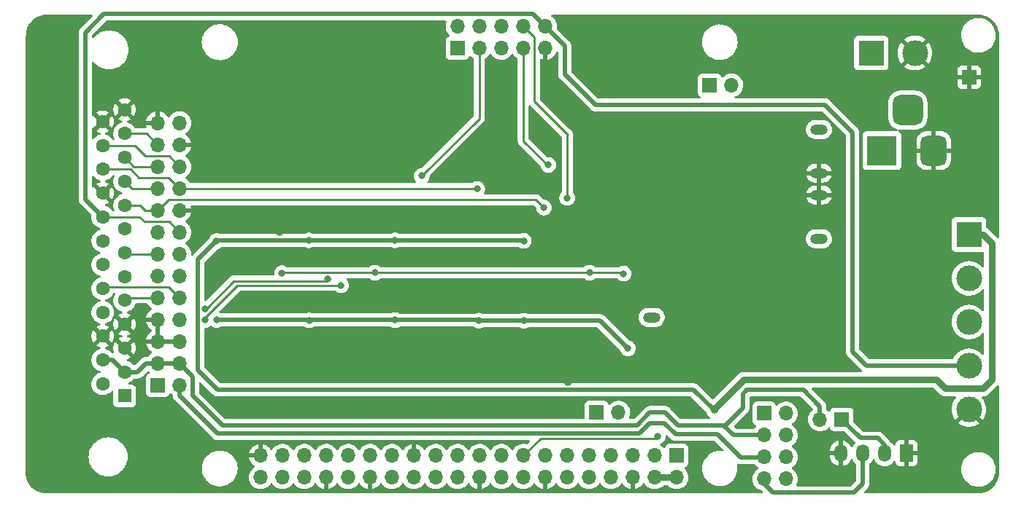
<source format=gbr>
G04 #@! TF.GenerationSoftware,KiCad,Pcbnew,(6.0.4-0)*
G04 #@! TF.CreationDate,2022-04-08T08:30:32+02:00*
G04 #@! TF.ProjectId,FluCom2,466c7543-6f6d-4322-9e6b-696361645f70,2.3*
G04 #@! TF.SameCoordinates,Original*
G04 #@! TF.FileFunction,Copper,L2,Bot*
G04 #@! TF.FilePolarity,Positive*
%FSLAX46Y46*%
G04 Gerber Fmt 4.6, Leading zero omitted, Abs format (unit mm)*
G04 Created by KiCad (PCBNEW (6.0.4-0)) date 2022-04-08 08:30:32*
%MOMM*%
%LPD*%
G01*
G04 APERTURE LIST*
G04 Aperture macros list*
%AMRoundRect*
0 Rectangle with rounded corners*
0 $1 Rounding radius*
0 $2 $3 $4 $5 $6 $7 $8 $9 X,Y pos of 4 corners*
0 Add a 4 corners polygon primitive as box body*
4,1,4,$2,$3,$4,$5,$6,$7,$8,$9,$2,$3,0*
0 Add four circle primitives for the rounded corners*
1,1,$1+$1,$2,$3*
1,1,$1+$1,$4,$5*
1,1,$1+$1,$6,$7*
1,1,$1+$1,$8,$9*
0 Add four rect primitives between the rounded corners*
20,1,$1+$1,$2,$3,$4,$5,0*
20,1,$1+$1,$4,$5,$6,$7,0*
20,1,$1+$1,$6,$7,$8,$9,0*
20,1,$1+$1,$8,$9,$2,$3,0*%
G04 Aperture macros list end*
G04 #@! TA.AperFunction,ComponentPad*
%ADD10R,1.700000X1.700000*%
G04 #@! TD*
G04 #@! TA.AperFunction,ComponentPad*
%ADD11O,1.700000X1.700000*%
G04 #@! TD*
G04 #@! TA.AperFunction,ComponentPad*
%ADD12R,3.500000X3.500000*%
G04 #@! TD*
G04 #@! TA.AperFunction,ComponentPad*
%ADD13RoundRect,0.750000X0.750000X1.000000X-0.750000X1.000000X-0.750000X-1.000000X0.750000X-1.000000X0*%
G04 #@! TD*
G04 #@! TA.AperFunction,ComponentPad*
%ADD14RoundRect,0.875000X0.875000X0.875000X-0.875000X0.875000X-0.875000X-0.875000X0.875000X-0.875000X0*%
G04 #@! TD*
G04 #@! TA.AperFunction,ComponentPad*
%ADD15R,3.000000X3.000000*%
G04 #@! TD*
G04 #@! TA.AperFunction,ComponentPad*
%ADD16C,3.000000*%
G04 #@! TD*
G04 #@! TA.AperFunction,ComponentPad*
%ADD17R,1.500000X2.000000*%
G04 #@! TD*
G04 #@! TA.AperFunction,ComponentPad*
%ADD18O,1.500000X2.000000*%
G04 #@! TD*
G04 #@! TA.AperFunction,ComponentPad*
%ADD19R,1.600000X1.600000*%
G04 #@! TD*
G04 #@! TA.AperFunction,ComponentPad*
%ADD20C,1.600000*%
G04 #@! TD*
G04 #@! TA.AperFunction,ComponentPad*
%ADD21O,2.000000X1.200000*%
G04 #@! TD*
G04 #@! TA.AperFunction,ViaPad*
%ADD22C,0.800000*%
G04 #@! TD*
G04 #@! TA.AperFunction,ViaPad*
%ADD23C,1.000000*%
G04 #@! TD*
G04 #@! TA.AperFunction,Conductor*
%ADD24C,0.500000*%
G04 #@! TD*
G04 #@! TA.AperFunction,Conductor*
%ADD25C,0.250000*%
G04 #@! TD*
G04 #@! TA.AperFunction,Conductor*
%ADD26C,0.800000*%
G04 #@! TD*
G04 #@! TA.AperFunction,Conductor*
%ADD27C,0.249987*%
G04 #@! TD*
G04 APERTURE END LIST*
D10*
X133000000Y-135500000D03*
D11*
X133000000Y-138040000D03*
X130460000Y-135500000D03*
X130460000Y-138040000D03*
X127920000Y-135500000D03*
X127920000Y-138040000D03*
X125380000Y-135500000D03*
X125380000Y-138040000D03*
X122840000Y-135500000D03*
X122840000Y-138040000D03*
X120300000Y-135500000D03*
X120300000Y-138040000D03*
X117760000Y-135500000D03*
X117760000Y-138040000D03*
X115220000Y-135500000D03*
X115220000Y-138040000D03*
X112680000Y-135500000D03*
X112680000Y-138040000D03*
X110140000Y-135500000D03*
X110140000Y-138040000D03*
X107600000Y-135500000D03*
X107600000Y-138040000D03*
X105060000Y-135500000D03*
X105060000Y-138040000D03*
X102520000Y-135500000D03*
X102520000Y-138040000D03*
X99980000Y-135500000D03*
X99980000Y-138040000D03*
X97440000Y-135500000D03*
X97440000Y-138040000D03*
X94900000Y-135500000D03*
X94900000Y-138040000D03*
X92360000Y-135500000D03*
X92360000Y-138040000D03*
X89820000Y-135500000D03*
X89820000Y-138040000D03*
X87280000Y-135500000D03*
X87280000Y-138040000D03*
X84740000Y-135500000D03*
X84740000Y-138040000D03*
D10*
X72785000Y-127325000D03*
D11*
X72785000Y-124785000D03*
X72785000Y-122245000D03*
X72785000Y-119705000D03*
X72785000Y-117165000D03*
X72785000Y-114625000D03*
X72785000Y-112085000D03*
X72785000Y-109545000D03*
X72785000Y-107005000D03*
X72785000Y-104465000D03*
X72785000Y-101925000D03*
X72785000Y-99385000D03*
X72785000Y-96845000D03*
X75325000Y-127325000D03*
X75325000Y-124785000D03*
X75325000Y-122245000D03*
X75325000Y-119705000D03*
X75325000Y-117165000D03*
X75325000Y-114625000D03*
X75325000Y-112085000D03*
X75325000Y-109545000D03*
X75325000Y-107005000D03*
X75325000Y-104465000D03*
X75325000Y-101925000D03*
X75325000Y-99385000D03*
X75325000Y-96845000D03*
D12*
X156814000Y-100050000D03*
D13*
X162814000Y-100050000D03*
D14*
X159814000Y-95350000D03*
D15*
X166900000Y-109825000D03*
D16*
X166900000Y-114905000D03*
X166900000Y-119985000D03*
X166900000Y-125065000D03*
X166900000Y-130145000D03*
D15*
X155560000Y-88700000D03*
D16*
X160640000Y-88700000D03*
D10*
X152146000Y-131300000D03*
D11*
X149606000Y-131300000D03*
D10*
X166925000Y-91525000D03*
D17*
X159650000Y-135225000D03*
D18*
X157110000Y-135225000D03*
X154570000Y-135225000D03*
X152030000Y-135225000D03*
D19*
X68961000Y-128550000D03*
D20*
X68961000Y-125780000D03*
X68961000Y-123010000D03*
X68961000Y-120240000D03*
X68961000Y-117470000D03*
X68961000Y-114700000D03*
X68961000Y-111930000D03*
X68961000Y-109160000D03*
X68961000Y-106390000D03*
X68961000Y-103620000D03*
X68961000Y-100850000D03*
X68961000Y-98080000D03*
X68961000Y-95310000D03*
X66421000Y-127165000D03*
X66421000Y-124395000D03*
X66421000Y-121625000D03*
X66421000Y-118855000D03*
X66421000Y-116085000D03*
X66421000Y-113315000D03*
X66421000Y-110545000D03*
X66421000Y-107775000D03*
X66421000Y-105005000D03*
X66421000Y-102235000D03*
X66421000Y-99465000D03*
X66421000Y-96695000D03*
D10*
X123710000Y-130500000D03*
D11*
X126250000Y-130500000D03*
D10*
X143150000Y-130600000D03*
D11*
X145690000Y-130600000D03*
X143150000Y-133140000D03*
X145690000Y-133140000D03*
X143150000Y-135680000D03*
X145690000Y-135680000D03*
X143150000Y-138220000D03*
X145690000Y-138220000D03*
D21*
X149500000Y-97590000D03*
X149500000Y-102670000D03*
X149500000Y-105210000D03*
X149500000Y-110290000D03*
X130094000Y-119434000D03*
D10*
X136825000Y-92450000D03*
D11*
X139365000Y-92450000D03*
D10*
X107574000Y-88143000D03*
D11*
X107574000Y-85603000D03*
X110114000Y-88143000D03*
X110114000Y-85603000D03*
X112654000Y-88143000D03*
X112654000Y-85603000D03*
X115194000Y-88143000D03*
X115194000Y-85603000D03*
X117734000Y-88143000D03*
X117734000Y-85603000D03*
D22*
X100330000Y-119761000D03*
X127343493Y-123042991D03*
X90373200Y-119786400D03*
X115265200Y-119837200D03*
X79632411Y-119732567D03*
X110050000Y-119820000D03*
D23*
X86900000Y-109500000D03*
X86850000Y-126350000D03*
X152196800Y-128828800D03*
X107797600Y-100838000D03*
X123850400Y-117754400D03*
X120401674Y-126890346D03*
X162052000Y-123037600D03*
X141448000Y-115275000D03*
X96328500Y-94702900D03*
X96418400Y-130098800D03*
X140868400Y-131826000D03*
X106172000Y-126238000D03*
X96520000Y-126288800D03*
X113919000Y-125095000D03*
X89865200Y-126339600D03*
X137414000Y-130175000D03*
D22*
X115265200Y-110540800D03*
X100330000Y-110490000D03*
X90322400Y-110490000D03*
X79603600Y-110591600D03*
X103428800Y-102997000D03*
X130810000Y-133262500D03*
X97993200Y-114249200D03*
X122885200Y-114249200D03*
X126847600Y-114350800D03*
X87210269Y-114300000D03*
X92506800Y-114997900D03*
X78319767Y-118420034D03*
X117602000Y-106680000D03*
X94081600Y-115722400D03*
X78333600Y-119735600D03*
X109855000Y-104521000D03*
X118110000Y-101727000D03*
X120294400Y-105562400D03*
D24*
X89662000Y-119735600D02*
X79679800Y-119735600D01*
D25*
X100292000Y-119723000D02*
X100330000Y-119761000D01*
D24*
X110050000Y-119820000D02*
X115248000Y-119820000D01*
X109991000Y-119761000D02*
X100330000Y-119761000D01*
D25*
X110050000Y-119820000D02*
X109991000Y-119761000D01*
D24*
X89700000Y-119735600D02*
X100292000Y-119735600D01*
X124137702Y-119837200D02*
X115265200Y-119837200D01*
X115248000Y-119820000D02*
X115265200Y-119837200D01*
D25*
X89671000Y-119752000D02*
X89700000Y-119723000D01*
D24*
X79688800Y-119752000D02*
X79654400Y-119786400D01*
X127343493Y-123042991D02*
X124137702Y-119837200D01*
D26*
X163169600Y-126695200D02*
X164185600Y-127711200D01*
D24*
X100330000Y-110490000D02*
X115214400Y-110490000D01*
X90322400Y-110490000D02*
X100330000Y-110490000D01*
X77470266Y-112724934D02*
X79603600Y-110591600D01*
D26*
X133000000Y-138040000D02*
X130460000Y-138040000D01*
X140766800Y-126695200D02*
X163169600Y-126695200D01*
X168554400Y-127711200D02*
X169570400Y-126695200D01*
X169570400Y-126695200D02*
X169570400Y-110845600D01*
D24*
X77470266Y-125577866D02*
X77470266Y-112724934D01*
X115214400Y-110490000D02*
X115265200Y-110540800D01*
D26*
X137414000Y-130175000D02*
X137414000Y-130048000D01*
D24*
X79756000Y-127863600D02*
X77470266Y-125577866D01*
X79705200Y-110490000D02*
X79603600Y-110591600D01*
X90322400Y-110490000D02*
X79705200Y-110490000D01*
X137287000Y-130175000D02*
X134975600Y-127863600D01*
D26*
X137414000Y-130048000D02*
X140766800Y-126695200D01*
X169570400Y-110845600D02*
X168549800Y-109825000D01*
D24*
X134975600Y-127863600D02*
X79756000Y-127863600D01*
D26*
X164185600Y-127711200D02*
X168554400Y-127711200D01*
X168549800Y-109825000D02*
X166900000Y-109825000D01*
D24*
X152146000Y-131300000D02*
X154323000Y-133477000D01*
X157110000Y-134250000D02*
X157110000Y-135225000D01*
X154323000Y-133477000D02*
X156337000Y-133477000D01*
X156337000Y-133477000D02*
X157110000Y-134250000D01*
X144195800Y-139827000D02*
X153543000Y-139827000D01*
X154570000Y-138800000D02*
X154570000Y-135225000D01*
X153543000Y-139827000D02*
X154570000Y-138800000D01*
X143150000Y-138781200D02*
X144195800Y-139827000D01*
D27*
X110114000Y-88143000D02*
X110114000Y-96311800D01*
X110114000Y-96311800D02*
X103428800Y-102997000D01*
X130554396Y-133518104D02*
X130810000Y-133262500D01*
X115220000Y-135500000D02*
X117201896Y-133518104D01*
X117201896Y-133518104D02*
X130554396Y-133518104D01*
X122885200Y-114249200D02*
X126746000Y-114249200D01*
X126746000Y-114249200D02*
X126847600Y-114350800D01*
X97993200Y-114249200D02*
X122885200Y-114249200D01*
X97993200Y-114249200D02*
X87261069Y-114249200D01*
X87261069Y-114249200D02*
X87210269Y-114300000D01*
D24*
X138684000Y-131978400D02*
X140665200Y-129997200D01*
X138436092Y-131990090D02*
X139586002Y-133140000D01*
X140665200Y-129997200D02*
X140665200Y-128320800D01*
X149606000Y-129794000D02*
X149606000Y-131300000D01*
X71430000Y-124785000D02*
X72785000Y-124785000D01*
X75325000Y-124785000D02*
X76835000Y-126295000D01*
X129895600Y-130505200D02*
X131673600Y-130505200D01*
X76835000Y-128524000D02*
X80301090Y-131990090D01*
X67576000Y-124395000D02*
X68961000Y-125780000D01*
X138328400Y-131978400D02*
X138684000Y-131978400D01*
X147701000Y-127889000D02*
X149606000Y-129794000D01*
X131673600Y-130505200D02*
X133158490Y-131990090D01*
X140665200Y-128320800D02*
X141097000Y-127889000D01*
X70435000Y-125780000D02*
X71430000Y-124785000D01*
X80301090Y-131990090D02*
X128410710Y-131990090D01*
X139586002Y-133140000D02*
X143150000Y-133140000D01*
X68961000Y-125780000D02*
X70435000Y-125780000D01*
X128410710Y-131990090D02*
X129895600Y-130505200D01*
X66421000Y-124395000D02*
X67576000Y-124395000D01*
X141097000Y-127889000D02*
X147701000Y-127889000D01*
X72785000Y-124785000D02*
X75325000Y-124785000D01*
X133158490Y-131990090D02*
X138436092Y-131990090D01*
X76835000Y-126295000D02*
X76835000Y-128524000D01*
D25*
X81635600Y-115214400D02*
X78429966Y-118420034D01*
X92290300Y-115214400D02*
X81635600Y-115214400D01*
X78429966Y-118420034D02*
X78319767Y-118420034D01*
X72785000Y-117165000D02*
X69266000Y-117165000D01*
X92506800Y-114997900D02*
X92290300Y-115214400D01*
X72785000Y-112085000D02*
X69116000Y-112085000D01*
X71318000Y-107005000D02*
X72785000Y-107005000D01*
X74024400Y-105765600D02*
X72785000Y-107005000D01*
X70739000Y-106426000D02*
X71318000Y-107005000D01*
X117602000Y-106680000D02*
X116687600Y-105765600D01*
X116687600Y-105765600D02*
X74024400Y-105765600D01*
X68997000Y-106426000D02*
X70739000Y-106426000D01*
X69806000Y-104465000D02*
X68961000Y-103620000D01*
X72785000Y-104465000D02*
X69806000Y-104465000D01*
X70036000Y-101925000D02*
X68961000Y-100850000D01*
X72785000Y-101925000D02*
X70036000Y-101925000D01*
X72785000Y-99385000D02*
X71480000Y-98080000D01*
X71480000Y-98080000D02*
X68961000Y-98080000D01*
D24*
X137769600Y-133045200D02*
X132906171Y-133045200D01*
X128676400Y-132943600D02*
X79741519Y-132943600D01*
X79741519Y-132943600D02*
X75325000Y-128527081D01*
X132906171Y-133045200D02*
X131585371Y-131724400D01*
X129895600Y-131724400D02*
X128676400Y-132943600D01*
X75325000Y-128527081D02*
X75325000Y-127325000D01*
X140466400Y-135742000D02*
X137769600Y-133045200D01*
X131585371Y-131724400D02*
X129895600Y-131724400D01*
X143150000Y-135742000D02*
X140466400Y-135742000D01*
D25*
X78333600Y-119430800D02*
X78333600Y-119735600D01*
X82042000Y-115722400D02*
X78333600Y-119430800D01*
X94081600Y-115722400D02*
X82042000Y-115722400D01*
D27*
X66580400Y-115925600D02*
X74085600Y-115925600D01*
X74085600Y-115925600D02*
X75325000Y-117165000D01*
D24*
X120015000Y-87884000D02*
X120015000Y-91186000D01*
X153416000Y-123444000D02*
X155037000Y-125065000D01*
X66548000Y-84201000D02*
X116332000Y-84201000D01*
X150215600Y-94742000D02*
X153416000Y-97942400D01*
X64389000Y-105743000D02*
X64389000Y-86360000D01*
D25*
X75325000Y-109545000D02*
X74111000Y-108331000D01*
X70691000Y-107775000D02*
X66421000Y-107775000D01*
D24*
X117734000Y-85603000D02*
X120015000Y-87884000D01*
D25*
X71247000Y-108331000D02*
X70691000Y-107775000D01*
D24*
X120015000Y-91186000D02*
X123571000Y-94742000D01*
X155037000Y-125065000D02*
X166900000Y-125065000D01*
D25*
X74111000Y-108331000D02*
X71247000Y-108331000D01*
D24*
X64389000Y-86360000D02*
X66548000Y-84201000D01*
X123571000Y-94742000D02*
X150215600Y-94742000D01*
X153416000Y-97942400D02*
X153416000Y-123444000D01*
X66421000Y-107775000D02*
X64389000Y-105743000D01*
X116332000Y-84201000D02*
X117734000Y-85603000D01*
D25*
X69621400Y-102235000D02*
X66421000Y-102235000D01*
X70612000Y-103225600D02*
X69621400Y-102235000D01*
X74085600Y-103225600D02*
X70612000Y-103225600D01*
X75325000Y-104465000D02*
X74085600Y-103225600D01*
X109799000Y-104465000D02*
X109855000Y-104521000D01*
X75325000Y-104465000D02*
X109799000Y-104465000D01*
X70128000Y-99465000D02*
X66421000Y-99465000D01*
X75325000Y-101925000D02*
X74111000Y-100711000D01*
X74111000Y-100711000D02*
X71374000Y-100711000D01*
X71374000Y-100711000D02*
X70128000Y-99465000D01*
X115194000Y-88143000D02*
X115194000Y-98938000D01*
X115194000Y-98938000D02*
X117983000Y-101727000D01*
X117983000Y-101727000D02*
X118110000Y-101727000D01*
X120345200Y-98196400D02*
X116484400Y-94335600D01*
X120294400Y-105562400D02*
X120294400Y-98247200D01*
X116484400Y-86893400D02*
X115194000Y-85603000D01*
X120294400Y-98247200D02*
X120345200Y-98196400D01*
X116484400Y-94335600D02*
X116484400Y-86893400D01*
G04 #@! TA.AperFunction,Conductor*
G36*
X65181750Y-84278502D02*
G01*
X65228243Y-84332158D01*
X65238347Y-84402432D01*
X65208853Y-84467012D01*
X65202724Y-84473595D01*
X63900089Y-85776230D01*
X63885677Y-85788616D01*
X63874082Y-85797149D01*
X63874077Y-85797154D01*
X63868182Y-85801492D01*
X63863443Y-85807070D01*
X63863440Y-85807073D01*
X63833965Y-85841768D01*
X63827035Y-85849284D01*
X63821340Y-85854979D01*
X63819060Y-85857861D01*
X63803719Y-85877251D01*
X63800928Y-85880655D01*
X63759499Y-85929420D01*
X63753667Y-85936285D01*
X63750339Y-85942801D01*
X63746972Y-85947850D01*
X63743805Y-85952979D01*
X63739266Y-85958716D01*
X63708345Y-86024875D01*
X63706442Y-86028769D01*
X63673231Y-86093808D01*
X63671492Y-86100916D01*
X63669393Y-86106559D01*
X63667476Y-86112322D01*
X63664378Y-86118950D01*
X63662888Y-86126112D01*
X63662888Y-86126113D01*
X63649514Y-86190412D01*
X63648544Y-86194696D01*
X63631192Y-86265610D01*
X63630500Y-86276764D01*
X63630464Y-86276762D01*
X63630225Y-86280755D01*
X63629851Y-86284947D01*
X63628360Y-86292115D01*
X63628558Y-86299432D01*
X63630454Y-86369521D01*
X63630500Y-86372928D01*
X63630500Y-105675930D01*
X63629067Y-105694880D01*
X63625801Y-105716349D01*
X63626394Y-105723641D01*
X63626394Y-105723644D01*
X63630085Y-105769018D01*
X63630500Y-105779233D01*
X63630500Y-105787293D01*
X63630925Y-105790937D01*
X63633789Y-105815507D01*
X63634222Y-105819882D01*
X63637557Y-105860877D01*
X63640140Y-105892637D01*
X63642396Y-105899601D01*
X63643587Y-105905560D01*
X63644971Y-105911415D01*
X63645818Y-105918681D01*
X63670735Y-105987327D01*
X63672152Y-105991455D01*
X63683008Y-106024964D01*
X63694649Y-106060899D01*
X63698445Y-106067154D01*
X63700951Y-106072628D01*
X63703670Y-106078058D01*
X63706167Y-106084937D01*
X63710180Y-106091057D01*
X63710180Y-106091058D01*
X63746186Y-106145976D01*
X63748523Y-106149680D01*
X63786405Y-106212107D01*
X63790121Y-106216315D01*
X63790122Y-106216316D01*
X63793803Y-106220484D01*
X63793776Y-106220508D01*
X63796429Y-106223500D01*
X63799132Y-106226733D01*
X63803144Y-106232852D01*
X63808456Y-106237884D01*
X63859383Y-106286128D01*
X63861825Y-106288506D01*
X65085329Y-107512010D01*
X65119355Y-107574322D01*
X65121755Y-107612087D01*
X65107502Y-107775000D01*
X65127457Y-108003087D01*
X65128881Y-108008400D01*
X65128881Y-108008402D01*
X65184155Y-108214684D01*
X65186716Y-108224243D01*
X65189039Y-108229224D01*
X65189039Y-108229225D01*
X65281151Y-108426762D01*
X65281154Y-108426767D01*
X65283477Y-108431749D01*
X65414802Y-108619300D01*
X65576700Y-108781198D01*
X65581208Y-108784355D01*
X65581211Y-108784357D01*
X65622482Y-108813255D01*
X65764251Y-108912523D01*
X65769233Y-108914846D01*
X65769238Y-108914849D01*
X65931416Y-108990473D01*
X65971757Y-109009284D01*
X65977065Y-109010706D01*
X65977067Y-109010707D01*
X66080019Y-109038293D01*
X66140642Y-109075245D01*
X66171663Y-109139106D01*
X66163235Y-109209600D01*
X66118032Y-109264347D01*
X66080019Y-109281707D01*
X65977067Y-109309293D01*
X65977065Y-109309294D01*
X65971757Y-109310716D01*
X65966776Y-109313039D01*
X65966775Y-109313039D01*
X65769238Y-109405151D01*
X65769233Y-109405154D01*
X65764251Y-109407477D01*
X65660823Y-109479898D01*
X65581211Y-109535643D01*
X65581208Y-109535645D01*
X65576700Y-109538802D01*
X65414802Y-109700700D01*
X65411645Y-109705208D01*
X65411643Y-109705211D01*
X65390984Y-109734715D01*
X65283477Y-109888251D01*
X65281154Y-109893233D01*
X65281151Y-109893238D01*
X65203215Y-110060374D01*
X65186716Y-110095757D01*
X65185294Y-110101065D01*
X65185293Y-110101067D01*
X65132029Y-110299849D01*
X65127457Y-110316913D01*
X65107502Y-110545000D01*
X65127457Y-110773087D01*
X65128881Y-110778400D01*
X65128881Y-110778402D01*
X65142267Y-110828357D01*
X65186716Y-110994243D01*
X65189039Y-110999224D01*
X65189039Y-110999225D01*
X65281151Y-111196762D01*
X65281154Y-111196767D01*
X65283477Y-111201749D01*
X65335025Y-111275367D01*
X65411524Y-111384618D01*
X65414802Y-111389300D01*
X65576700Y-111551198D01*
X65581208Y-111554355D01*
X65581211Y-111554357D01*
X65659389Y-111609098D01*
X65764251Y-111682523D01*
X65769233Y-111684846D01*
X65769238Y-111684849D01*
X65966775Y-111776961D01*
X65971757Y-111779284D01*
X65977065Y-111780706D01*
X65977067Y-111780707D01*
X66080019Y-111808293D01*
X66140642Y-111845245D01*
X66171663Y-111909106D01*
X66163235Y-111979600D01*
X66118032Y-112034347D01*
X66080019Y-112051707D01*
X65977067Y-112079293D01*
X65977065Y-112079294D01*
X65971757Y-112080716D01*
X65966776Y-112083039D01*
X65966775Y-112083039D01*
X65769238Y-112175151D01*
X65769233Y-112175154D01*
X65764251Y-112177477D01*
X65669367Y-112243916D01*
X65581211Y-112305643D01*
X65581208Y-112305645D01*
X65576700Y-112308802D01*
X65414802Y-112470700D01*
X65283477Y-112658251D01*
X65281154Y-112663233D01*
X65281151Y-112663238D01*
X65223405Y-112787077D01*
X65186716Y-112865757D01*
X65185294Y-112871065D01*
X65185293Y-112871067D01*
X65132029Y-113069849D01*
X65127457Y-113086913D01*
X65107502Y-113315000D01*
X65127457Y-113543087D01*
X65128881Y-113548400D01*
X65128881Y-113548402D01*
X65163298Y-113676845D01*
X65186716Y-113764243D01*
X65189039Y-113769224D01*
X65189039Y-113769225D01*
X65281151Y-113966762D01*
X65281154Y-113966767D01*
X65283477Y-113971749D01*
X65337035Y-114048238D01*
X65411507Y-114154594D01*
X65414802Y-114159300D01*
X65576700Y-114321198D01*
X65581208Y-114324355D01*
X65581211Y-114324357D01*
X65638667Y-114364588D01*
X65764251Y-114452523D01*
X65769233Y-114454846D01*
X65769238Y-114454849D01*
X65890874Y-114511568D01*
X65971757Y-114549284D01*
X65977065Y-114550706D01*
X65977067Y-114550707D01*
X66080019Y-114578293D01*
X66140642Y-114615245D01*
X66171663Y-114679106D01*
X66163235Y-114749600D01*
X66118032Y-114804347D01*
X66080019Y-114821707D01*
X65977067Y-114849293D01*
X65977065Y-114849294D01*
X65971757Y-114850716D01*
X65966776Y-114853039D01*
X65966775Y-114853039D01*
X65769238Y-114945151D01*
X65769233Y-114945154D01*
X65764251Y-114947477D01*
X65748449Y-114958542D01*
X65581211Y-115075643D01*
X65581208Y-115075645D01*
X65576700Y-115078802D01*
X65414802Y-115240700D01*
X65411645Y-115245208D01*
X65411643Y-115245211D01*
X65392812Y-115272105D01*
X65283477Y-115428251D01*
X65281154Y-115433233D01*
X65281151Y-115433238D01*
X65234878Y-115532472D01*
X65186716Y-115635757D01*
X65185294Y-115641065D01*
X65185293Y-115641067D01*
X65128881Y-115851598D01*
X65127457Y-115856913D01*
X65107502Y-116085000D01*
X65127457Y-116313087D01*
X65128881Y-116318400D01*
X65128881Y-116318402D01*
X65183125Y-116520840D01*
X65186716Y-116534243D01*
X65189039Y-116539224D01*
X65189039Y-116539225D01*
X65281151Y-116736762D01*
X65281153Y-116736765D01*
X65283477Y-116741749D01*
X65334159Y-116814130D01*
X65404732Y-116914918D01*
X65414802Y-116929300D01*
X65576700Y-117091198D01*
X65581208Y-117094355D01*
X65581211Y-117094357D01*
X65659389Y-117149098D01*
X65764251Y-117222523D01*
X65769233Y-117224846D01*
X65769238Y-117224849D01*
X65966775Y-117316961D01*
X65971757Y-117319284D01*
X65977065Y-117320706D01*
X65977067Y-117320707D01*
X66080019Y-117348293D01*
X66140642Y-117385245D01*
X66171663Y-117449106D01*
X66163235Y-117519600D01*
X66118032Y-117574347D01*
X66080019Y-117591707D01*
X65977067Y-117619293D01*
X65977065Y-117619294D01*
X65971757Y-117620716D01*
X65966776Y-117623039D01*
X65966775Y-117623039D01*
X65769238Y-117715151D01*
X65769233Y-117715154D01*
X65764251Y-117717477D01*
X65675508Y-117779616D01*
X65581211Y-117845643D01*
X65581208Y-117845645D01*
X65576700Y-117848802D01*
X65414802Y-118010700D01*
X65411645Y-118015208D01*
X65411643Y-118015211D01*
X65388342Y-118048489D01*
X65283477Y-118198251D01*
X65281154Y-118203233D01*
X65281151Y-118203238D01*
X65189039Y-118400775D01*
X65186716Y-118405757D01*
X65185294Y-118411065D01*
X65185293Y-118411067D01*
X65132057Y-118609746D01*
X65127457Y-118626913D01*
X65107502Y-118855000D01*
X65127457Y-119083087D01*
X65128881Y-119088400D01*
X65128881Y-119088402D01*
X65179914Y-119278856D01*
X65186716Y-119304243D01*
X65189039Y-119309224D01*
X65189039Y-119309225D01*
X65281151Y-119506762D01*
X65281154Y-119506767D01*
X65283477Y-119511749D01*
X65330563Y-119578994D01*
X65409545Y-119691792D01*
X65414802Y-119699300D01*
X65576700Y-119861198D01*
X65581208Y-119864355D01*
X65581211Y-119864357D01*
X65620515Y-119891878D01*
X65764251Y-119992523D01*
X65769233Y-119994846D01*
X65769238Y-119994849D01*
X65942083Y-120075447D01*
X65971757Y-120089284D01*
X66058919Y-120112639D01*
X66080986Y-120118552D01*
X66141608Y-120155504D01*
X66172630Y-120219365D01*
X66164201Y-120289859D01*
X66118998Y-120344606D01*
X66080985Y-120361966D01*
X65977239Y-120389764D01*
X65966947Y-120393510D01*
X65769489Y-120485586D01*
X65759994Y-120491069D01*
X65707952Y-120527509D01*
X65699576Y-120537988D01*
X65706644Y-120551434D01*
X66408188Y-121252978D01*
X66422132Y-121260592D01*
X66423965Y-121260461D01*
X66430580Y-121256210D01*
X67136077Y-120550713D01*
X67142507Y-120538938D01*
X67133211Y-120526923D01*
X67082006Y-120491069D01*
X67072511Y-120485586D01*
X66875053Y-120393510D01*
X66864761Y-120389764D01*
X66761015Y-120361966D01*
X66700392Y-120325015D01*
X66669371Y-120261154D01*
X66671246Y-120245475D01*
X67648483Y-120245475D01*
X67667472Y-120462519D01*
X67669375Y-120473312D01*
X67725764Y-120683761D01*
X67729510Y-120694053D01*
X67821586Y-120891511D01*
X67827069Y-120901006D01*
X67863509Y-120953048D01*
X67873988Y-120961424D01*
X67887434Y-120954356D01*
X68588978Y-120252812D01*
X68595356Y-120241132D01*
X69325408Y-120241132D01*
X69325539Y-120242965D01*
X69329790Y-120249580D01*
X70035287Y-120955077D01*
X70047062Y-120961507D01*
X70059077Y-120952211D01*
X70094931Y-120901006D01*
X70100414Y-120891511D01*
X70192490Y-120694053D01*
X70196236Y-120683761D01*
X70252625Y-120473312D01*
X70254528Y-120462519D01*
X70273517Y-120245475D01*
X70273517Y-120234525D01*
X70254528Y-120017481D01*
X70252625Y-120006688D01*
X70196236Y-119796239D01*
X70192490Y-119785947D01*
X70100414Y-119588489D01*
X70094931Y-119578994D01*
X70058491Y-119526952D01*
X70048012Y-119518576D01*
X70034566Y-119525644D01*
X69333022Y-120227188D01*
X69325408Y-120241132D01*
X68595356Y-120241132D01*
X68596592Y-120238868D01*
X68596461Y-120237035D01*
X68592210Y-120230420D01*
X67886713Y-119524923D01*
X67874938Y-119518493D01*
X67862923Y-119527789D01*
X67827069Y-119578994D01*
X67821586Y-119588489D01*
X67729510Y-119785947D01*
X67725764Y-119796239D01*
X67669375Y-120006688D01*
X67667472Y-120017481D01*
X67648483Y-120234525D01*
X67648483Y-120245475D01*
X66671246Y-120245475D01*
X66677799Y-120190660D01*
X66723002Y-120135912D01*
X66761014Y-120118552D01*
X66783082Y-120112639D01*
X66870243Y-120089284D01*
X66899917Y-120075447D01*
X67072762Y-119994849D01*
X67072767Y-119994846D01*
X67077749Y-119992523D01*
X67221485Y-119891878D01*
X67260789Y-119864357D01*
X67260792Y-119864355D01*
X67265300Y-119861198D01*
X67427198Y-119699300D01*
X67432456Y-119691792D01*
X67511437Y-119578994D01*
X67558523Y-119511749D01*
X67560846Y-119506767D01*
X67560849Y-119506762D01*
X67652961Y-119309225D01*
X67652961Y-119309224D01*
X67655284Y-119304243D01*
X67662087Y-119278856D01*
X67713119Y-119088402D01*
X67713119Y-119088400D01*
X67714543Y-119083087D01*
X67734498Y-118855000D01*
X67714543Y-118626913D01*
X67709943Y-118609746D01*
X67656707Y-118411067D01*
X67656706Y-118411065D01*
X67655284Y-118405757D01*
X67652961Y-118400775D01*
X67560849Y-118203238D01*
X67560846Y-118203233D01*
X67558523Y-118198251D01*
X67453658Y-118048489D01*
X67430357Y-118015211D01*
X67430355Y-118015208D01*
X67427198Y-118010700D01*
X67265300Y-117848802D01*
X67260792Y-117845645D01*
X67260789Y-117845643D01*
X67166492Y-117779616D01*
X67077749Y-117717477D01*
X67072767Y-117715154D01*
X67072762Y-117715151D01*
X66875225Y-117623039D01*
X66875224Y-117623039D01*
X66870243Y-117620716D01*
X66864935Y-117619294D01*
X66864933Y-117619293D01*
X66761981Y-117591707D01*
X66701358Y-117554755D01*
X66670337Y-117490894D01*
X66678765Y-117420400D01*
X66723968Y-117365653D01*
X66761981Y-117348293D01*
X66864933Y-117320707D01*
X66864935Y-117320706D01*
X66870243Y-117319284D01*
X66875225Y-117316961D01*
X67072762Y-117224849D01*
X67072767Y-117224846D01*
X67077749Y-117222523D01*
X67182611Y-117149098D01*
X67260789Y-117094357D01*
X67260792Y-117094355D01*
X67265300Y-117091198D01*
X67427198Y-116929300D01*
X67437269Y-116914918D01*
X67511613Y-116808743D01*
X67558523Y-116741749D01*
X67609772Y-116631844D01*
X67656689Y-116578558D01*
X67723967Y-116559093D01*
X67759397Y-116559093D01*
X67827518Y-116579095D01*
X67874011Y-116632751D01*
X67884115Y-116703025D01*
X67862611Y-116757363D01*
X67823477Y-116813251D01*
X67821154Y-116818233D01*
X67821151Y-116818238D01*
X67763272Y-116942361D01*
X67726716Y-117020757D01*
X67725294Y-117026065D01*
X67725293Y-117026067D01*
X67672029Y-117224849D01*
X67667457Y-117241913D01*
X67647502Y-117470000D01*
X67667457Y-117698087D01*
X67668881Y-117703400D01*
X67668881Y-117703402D01*
X67716471Y-117881007D01*
X67726716Y-117919243D01*
X67729039Y-117924224D01*
X67729039Y-117924225D01*
X67821151Y-118121762D01*
X67821154Y-118121767D01*
X67823477Y-118126749D01*
X67881190Y-118209171D01*
X67931928Y-118281632D01*
X67954802Y-118314300D01*
X68116700Y-118476198D01*
X68121208Y-118479355D01*
X68121211Y-118479357D01*
X68177209Y-118518567D01*
X68304251Y-118607523D01*
X68309233Y-118609846D01*
X68309238Y-118609849D01*
X68506775Y-118701961D01*
X68511757Y-118704284D01*
X68517064Y-118705706D01*
X68620986Y-118733552D01*
X68681608Y-118770504D01*
X68712630Y-118834365D01*
X68704201Y-118904859D01*
X68658998Y-118959606D01*
X68620985Y-118976966D01*
X68517239Y-119004764D01*
X68506947Y-119008510D01*
X68309489Y-119100586D01*
X68299994Y-119106069D01*
X68247952Y-119142509D01*
X68239576Y-119152988D01*
X68246644Y-119166434D01*
X68948188Y-119867978D01*
X68962132Y-119875592D01*
X68963965Y-119875461D01*
X68970580Y-119871210D01*
X69676077Y-119165713D01*
X69682507Y-119153938D01*
X69673211Y-119141923D01*
X69622006Y-119106069D01*
X69612511Y-119100586D01*
X69415053Y-119008510D01*
X69404761Y-119004764D01*
X69301015Y-118976966D01*
X69240392Y-118940015D01*
X69209371Y-118876154D01*
X69217799Y-118805660D01*
X69263002Y-118750912D01*
X69301014Y-118733552D01*
X69404936Y-118705706D01*
X69410243Y-118704284D01*
X69415225Y-118701961D01*
X69612762Y-118609849D01*
X69612767Y-118609846D01*
X69617749Y-118607523D01*
X69744791Y-118518567D01*
X69800789Y-118479357D01*
X69800792Y-118479355D01*
X69805300Y-118476198D01*
X69967198Y-118314300D01*
X69990073Y-118281632D01*
X70040810Y-118209171D01*
X70098523Y-118126749D01*
X70100846Y-118121767D01*
X70100849Y-118121762D01*
X70192961Y-117924225D01*
X70192961Y-117924224D01*
X70195284Y-117919243D01*
X70202613Y-117891891D01*
X70239563Y-117831268D01*
X70303423Y-117800245D01*
X70324320Y-117798500D01*
X71509274Y-117798500D01*
X71577395Y-117818502D01*
X71616707Y-117858665D01*
X71684987Y-117970088D01*
X71831250Y-118138938D01*
X72003126Y-118281632D01*
X72051311Y-118309789D01*
X72076955Y-118324774D01*
X72125679Y-118376412D01*
X72138750Y-118446195D01*
X72112019Y-118511967D01*
X72071562Y-118545327D01*
X72063457Y-118549546D01*
X72054738Y-118555036D01*
X71884433Y-118682905D01*
X71876726Y-118689748D01*
X71729590Y-118843717D01*
X71723104Y-118851727D01*
X71603098Y-119027649D01*
X71598000Y-119036623D01*
X71508338Y-119229783D01*
X71504775Y-119239470D01*
X71449389Y-119439183D01*
X71450912Y-119447607D01*
X71463292Y-119451000D01*
X72913000Y-119451000D01*
X72981121Y-119471002D01*
X73027614Y-119524658D01*
X73039000Y-119577000D01*
X73039000Y-121972885D01*
X73043475Y-121988124D01*
X73044865Y-121989329D01*
X73052548Y-121991000D01*
X75453000Y-121991000D01*
X75521121Y-122011002D01*
X75567614Y-122064658D01*
X75579000Y-122117000D01*
X75579000Y-122373000D01*
X75558998Y-122441121D01*
X75505342Y-122487614D01*
X75453000Y-122499000D01*
X71468225Y-122499000D01*
X71454694Y-122502973D01*
X71453257Y-122512966D01*
X71483565Y-122647446D01*
X71486645Y-122657275D01*
X71566770Y-122854603D01*
X71571413Y-122863794D01*
X71682694Y-123045388D01*
X71688777Y-123053699D01*
X71828213Y-123214667D01*
X71835580Y-123221883D01*
X71999434Y-123357916D01*
X72007881Y-123363831D01*
X72076969Y-123404203D01*
X72125693Y-123455842D01*
X72138764Y-123525625D01*
X72112033Y-123591396D01*
X72071584Y-123624752D01*
X72058607Y-123631507D01*
X72054474Y-123634610D01*
X72054471Y-123634612D01*
X71884100Y-123762530D01*
X71879965Y-123765635D01*
X71839146Y-123808350D01*
X71738990Y-123913157D01*
X71725629Y-123927138D01*
X71695363Y-123971507D01*
X71640455Y-124016507D01*
X71591277Y-124026500D01*
X71497063Y-124026500D01*
X71478114Y-124025067D01*
X71477907Y-124025036D01*
X71456651Y-124021802D01*
X71449359Y-124022395D01*
X71449356Y-124022395D01*
X71403991Y-124026085D01*
X71393777Y-124026500D01*
X71385707Y-124026500D01*
X71382087Y-124026922D01*
X71382069Y-124026923D01*
X71357461Y-124029792D01*
X71353100Y-124030224D01*
X71327981Y-124032267D01*
X71287661Y-124035546D01*
X71287658Y-124035547D01*
X71280363Y-124036140D01*
X71273399Y-124038396D01*
X71267440Y-124039587D01*
X71261585Y-124040971D01*
X71254319Y-124041818D01*
X71185673Y-124066735D01*
X71181545Y-124068152D01*
X71119064Y-124088393D01*
X71119062Y-124088394D01*
X71112101Y-124090649D01*
X71105846Y-124094445D01*
X71100372Y-124096951D01*
X71094942Y-124099670D01*
X71088063Y-124102167D01*
X71081943Y-124106180D01*
X71081942Y-124106180D01*
X71070966Y-124113376D01*
X71027016Y-124142191D01*
X71023327Y-124144518D01*
X71015260Y-124149414D01*
X70965693Y-124179491D01*
X70965688Y-124179495D01*
X70960892Y-124182405D01*
X70952516Y-124189803D01*
X70952493Y-124189777D01*
X70949503Y-124192426D01*
X70946264Y-124195134D01*
X70940148Y-124199144D01*
X70935121Y-124204451D01*
X70935117Y-124204454D01*
X70886872Y-124255383D01*
X70884494Y-124257825D01*
X70171980Y-124970339D01*
X70109668Y-125004365D01*
X70038853Y-124999300D01*
X69979672Y-124953515D01*
X69967198Y-124935700D01*
X69805300Y-124773802D01*
X69800792Y-124770645D01*
X69800789Y-124770643D01*
X69722611Y-124715902D01*
X69617749Y-124642477D01*
X69612767Y-124640154D01*
X69612762Y-124640151D01*
X69415225Y-124548039D01*
X69415224Y-124548039D01*
X69410243Y-124545716D01*
X69301014Y-124516448D01*
X69240392Y-124479496D01*
X69209370Y-124415635D01*
X69217799Y-124345141D01*
X69263002Y-124290394D01*
X69301015Y-124273034D01*
X69404761Y-124245236D01*
X69415053Y-124241490D01*
X69612511Y-124149414D01*
X69622006Y-124143931D01*
X69674048Y-124107491D01*
X69682424Y-124097012D01*
X69675356Y-124083566D01*
X68602922Y-123011132D01*
X69325408Y-123011132D01*
X69325539Y-123012965D01*
X69329790Y-123019580D01*
X70035287Y-123725077D01*
X70047062Y-123731507D01*
X70059077Y-123722211D01*
X70094931Y-123671006D01*
X70100414Y-123661511D01*
X70192490Y-123464053D01*
X70196236Y-123453761D01*
X70252625Y-123243312D01*
X70254528Y-123232519D01*
X70273517Y-123015475D01*
X70273517Y-123004525D01*
X70254528Y-122787481D01*
X70252625Y-122776688D01*
X70196236Y-122566239D01*
X70192490Y-122555947D01*
X70100414Y-122358489D01*
X70094931Y-122348994D01*
X70058491Y-122296952D01*
X70048012Y-122288576D01*
X70034566Y-122295644D01*
X69333022Y-122997188D01*
X69325408Y-123011132D01*
X68602922Y-123011132D01*
X67886713Y-122294923D01*
X67874938Y-122288493D01*
X67862923Y-122297789D01*
X67827069Y-122348994D01*
X67821586Y-122358489D01*
X67729510Y-122555947D01*
X67725764Y-122566239D01*
X67669375Y-122776688D01*
X67667472Y-122787481D01*
X67648483Y-123004525D01*
X67648483Y-123015475D01*
X67667472Y-123232519D01*
X67669375Y-123243312D01*
X67725763Y-123453757D01*
X67730250Y-123466084D01*
X67734754Y-123536938D01*
X67700236Y-123598978D01*
X67637656Y-123632509D01*
X67615258Y-123635134D01*
X67570952Y-123636333D01*
X67566478Y-123636454D01*
X67563072Y-123636500D01*
X67552867Y-123636500D01*
X67484746Y-123616498D01*
X67449655Y-123582772D01*
X67427198Y-123550700D01*
X67265300Y-123388802D01*
X67260792Y-123385645D01*
X67260789Y-123385643D01*
X67122471Y-123288792D01*
X67077749Y-123257477D01*
X67072767Y-123255154D01*
X67072762Y-123255151D01*
X66875225Y-123163039D01*
X66875224Y-123163039D01*
X66870243Y-123160716D01*
X66761014Y-123131448D01*
X66700392Y-123094496D01*
X66669370Y-123030635D01*
X66677799Y-122960141D01*
X66723002Y-122905394D01*
X66761015Y-122888034D01*
X66864761Y-122860236D01*
X66875053Y-122856490D01*
X67072511Y-122764414D01*
X67082006Y-122758931D01*
X67134048Y-122722491D01*
X67142424Y-122712012D01*
X67135356Y-122698566D01*
X66433812Y-121997022D01*
X66419868Y-121989408D01*
X66418035Y-121989539D01*
X66411420Y-121993790D01*
X65705923Y-122699287D01*
X65699493Y-122711062D01*
X65708789Y-122723077D01*
X65759994Y-122758931D01*
X65769489Y-122764414D01*
X65966947Y-122856490D01*
X65977239Y-122860236D01*
X66080985Y-122888034D01*
X66141608Y-122924985D01*
X66172629Y-122988846D01*
X66164201Y-123059340D01*
X66118998Y-123114088D01*
X66080986Y-123131448D01*
X65971757Y-123160716D01*
X65966776Y-123163039D01*
X65966775Y-123163039D01*
X65769238Y-123255151D01*
X65769233Y-123255154D01*
X65764251Y-123257477D01*
X65719529Y-123288792D01*
X65581211Y-123385643D01*
X65581208Y-123385645D01*
X65576700Y-123388802D01*
X65414802Y-123550700D01*
X65411645Y-123555208D01*
X65411643Y-123555211D01*
X65389847Y-123586339D01*
X65283477Y-123738251D01*
X65281154Y-123743233D01*
X65281151Y-123743238D01*
X65198023Y-123921508D01*
X65186716Y-123945757D01*
X65185294Y-123951065D01*
X65185293Y-123951067D01*
X65147892Y-124090649D01*
X65127457Y-124166913D01*
X65107502Y-124395000D01*
X65127457Y-124623087D01*
X65128881Y-124628400D01*
X65128881Y-124628402D01*
X65132653Y-124642477D01*
X65186716Y-124844243D01*
X65189039Y-124849224D01*
X65189039Y-124849225D01*
X65281151Y-125046762D01*
X65281154Y-125046767D01*
X65283477Y-125051749D01*
X65286634Y-125056257D01*
X65395333Y-125211495D01*
X65414802Y-125239300D01*
X65576700Y-125401198D01*
X65581207Y-125404354D01*
X65581211Y-125404357D01*
X65659389Y-125459098D01*
X65764251Y-125532523D01*
X65769233Y-125534846D01*
X65769238Y-125534849D01*
X65966775Y-125626961D01*
X65971757Y-125629284D01*
X65977065Y-125630706D01*
X65977067Y-125630707D01*
X66080019Y-125658293D01*
X66140642Y-125695245D01*
X66171663Y-125759106D01*
X66163235Y-125829600D01*
X66118032Y-125884347D01*
X66080019Y-125901707D01*
X65977067Y-125929293D01*
X65977065Y-125929294D01*
X65971757Y-125930716D01*
X65966776Y-125933039D01*
X65966775Y-125933039D01*
X65769238Y-126025151D01*
X65769233Y-126025154D01*
X65764251Y-126027477D01*
X65675246Y-126089799D01*
X65581211Y-126155643D01*
X65581208Y-126155645D01*
X65576700Y-126158802D01*
X65414802Y-126320700D01*
X65411645Y-126325208D01*
X65411643Y-126325211D01*
X65369425Y-126385505D01*
X65283477Y-126508251D01*
X65281154Y-126513233D01*
X65281151Y-126513238D01*
X65219164Y-126646172D01*
X65186716Y-126715757D01*
X65185294Y-126721065D01*
X65185293Y-126721067D01*
X65132029Y-126919849D01*
X65127457Y-126936913D01*
X65107502Y-127165000D01*
X65127457Y-127393087D01*
X65186716Y-127614243D01*
X65189039Y-127619224D01*
X65189039Y-127619225D01*
X65281151Y-127816762D01*
X65281154Y-127816767D01*
X65283477Y-127821749D01*
X65286634Y-127826257D01*
X65406269Y-127997113D01*
X65414802Y-128009300D01*
X65576700Y-128171198D01*
X65581208Y-128174355D01*
X65581211Y-128174357D01*
X65595571Y-128184412D01*
X65764251Y-128302523D01*
X65769233Y-128304846D01*
X65769238Y-128304849D01*
X65940987Y-128384936D01*
X65971757Y-128399284D01*
X65977065Y-128400706D01*
X65977067Y-128400707D01*
X66187598Y-128457119D01*
X66187600Y-128457119D01*
X66192913Y-128458543D01*
X66421000Y-128478498D01*
X66649087Y-128458543D01*
X66654400Y-128457119D01*
X66654402Y-128457119D01*
X66864933Y-128400707D01*
X66864935Y-128400706D01*
X66870243Y-128399284D01*
X66901013Y-128384936D01*
X67072762Y-128304849D01*
X67072767Y-128304846D01*
X67077749Y-128302523D01*
X67246429Y-128184412D01*
X67260789Y-128174357D01*
X67260792Y-128174355D01*
X67265300Y-128171198D01*
X67427198Y-128009300D01*
X67430097Y-128005159D01*
X67489094Y-127965912D01*
X67560082Y-127964790D01*
X67620408Y-128002224D01*
X67650918Y-128066330D01*
X67652500Y-128086232D01*
X67652500Y-129398134D01*
X67659255Y-129460316D01*
X67710385Y-129596705D01*
X67797739Y-129713261D01*
X67914295Y-129800615D01*
X68050684Y-129851745D01*
X68112866Y-129858500D01*
X69809134Y-129858500D01*
X69871316Y-129851745D01*
X70007705Y-129800615D01*
X70124261Y-129713261D01*
X70211615Y-129596705D01*
X70262745Y-129460316D01*
X70269500Y-129398134D01*
X70269500Y-127701866D01*
X70262745Y-127639684D01*
X70211615Y-127503295D01*
X70124261Y-127386739D01*
X70007705Y-127299385D01*
X69871316Y-127248255D01*
X69809134Y-127241500D01*
X69491327Y-127241500D01*
X69423206Y-127221498D01*
X69376713Y-127167842D01*
X69366609Y-127097568D01*
X69396103Y-127032988D01*
X69438077Y-127001305D01*
X69612762Y-126919849D01*
X69612767Y-126919846D01*
X69617749Y-126917523D01*
X69784044Y-126801082D01*
X69800789Y-126789357D01*
X69800792Y-126789355D01*
X69805300Y-126786198D01*
X69967198Y-126624300D01*
X69989655Y-126592229D01*
X70045110Y-126547901D01*
X70092867Y-126538500D01*
X70367930Y-126538500D01*
X70386880Y-126539933D01*
X70401115Y-126542099D01*
X70401119Y-126542099D01*
X70408349Y-126543199D01*
X70415641Y-126542606D01*
X70415644Y-126542606D01*
X70461018Y-126538915D01*
X70471233Y-126538500D01*
X70479293Y-126538500D01*
X70492583Y-126536951D01*
X70507507Y-126535211D01*
X70511882Y-126534778D01*
X70577339Y-126529454D01*
X70577342Y-126529453D01*
X70584637Y-126528860D01*
X70591601Y-126526604D01*
X70597560Y-126525413D01*
X70603415Y-126524029D01*
X70610681Y-126523182D01*
X70679327Y-126498265D01*
X70683455Y-126496848D01*
X70745936Y-126476607D01*
X70745938Y-126476606D01*
X70752899Y-126474351D01*
X70759154Y-126470555D01*
X70764628Y-126468049D01*
X70770058Y-126465330D01*
X70776937Y-126462833D01*
X70809846Y-126441257D01*
X70837976Y-126422814D01*
X70841680Y-126420477D01*
X70904107Y-126382595D01*
X70912484Y-126375197D01*
X70912508Y-126375224D01*
X70915500Y-126372571D01*
X70918733Y-126369868D01*
X70924852Y-126365856D01*
X70978128Y-126309617D01*
X70980506Y-126307175D01*
X71595128Y-125692553D01*
X71657440Y-125658527D01*
X71728255Y-125663592D01*
X71779460Y-125699150D01*
X71792959Y-125714734D01*
X71827866Y-125755031D01*
X71831250Y-125758938D01*
X71835230Y-125762242D01*
X71839981Y-125766187D01*
X71879616Y-125825090D01*
X71881113Y-125896071D01*
X71843997Y-125956593D01*
X71803725Y-125981112D01*
X71742322Y-126004131D01*
X71688295Y-126024385D01*
X71571739Y-126111739D01*
X71484385Y-126228295D01*
X71433255Y-126364684D01*
X71426500Y-126426866D01*
X71426500Y-128223134D01*
X71433255Y-128285316D01*
X71484385Y-128421705D01*
X71571739Y-128538261D01*
X71688295Y-128625615D01*
X71824684Y-128676745D01*
X71886866Y-128683500D01*
X73683134Y-128683500D01*
X73745316Y-128676745D01*
X73881705Y-128625615D01*
X73998261Y-128538261D01*
X74085615Y-128421705D01*
X74106152Y-128366923D01*
X74129598Y-128304382D01*
X74172240Y-128247618D01*
X74238802Y-128222918D01*
X74308150Y-128238126D01*
X74342817Y-128266114D01*
X74371250Y-128298938D01*
X74454696Y-128368216D01*
X74517224Y-128420128D01*
X74556859Y-128479031D01*
X74562324Y-128506858D01*
X74566085Y-128553100D01*
X74566500Y-128563314D01*
X74566500Y-128571374D01*
X74567803Y-128582553D01*
X74569789Y-128599588D01*
X74570222Y-128603963D01*
X74574690Y-128658886D01*
X74576140Y-128676718D01*
X74578396Y-128683682D01*
X74579587Y-128689641D01*
X74580971Y-128695496D01*
X74581818Y-128702762D01*
X74606726Y-128771381D01*
X74608152Y-128775536D01*
X74630649Y-128844980D01*
X74634445Y-128851235D01*
X74636951Y-128856709D01*
X74639670Y-128862139D01*
X74642167Y-128869018D01*
X74646180Y-128875138D01*
X74646180Y-128875139D01*
X74682186Y-128930057D01*
X74684523Y-128933761D01*
X74722405Y-128996188D01*
X74726121Y-129000396D01*
X74726122Y-129000397D01*
X74729803Y-129004565D01*
X74729776Y-129004589D01*
X74732429Y-129007581D01*
X74735132Y-129010814D01*
X74739144Y-129016933D01*
X74744456Y-129021965D01*
X74795383Y-129070209D01*
X74797825Y-129072587D01*
X79157749Y-133432511D01*
X79170135Y-133446923D01*
X79178668Y-133458518D01*
X79178673Y-133458523D01*
X79183011Y-133464418D01*
X79188589Y-133469157D01*
X79188592Y-133469160D01*
X79223287Y-133498635D01*
X79230803Y-133505565D01*
X79236498Y-133511260D01*
X79239380Y-133513540D01*
X79258770Y-133528881D01*
X79262174Y-133531672D01*
X79312222Y-133574191D01*
X79317804Y-133578933D01*
X79324320Y-133582261D01*
X79329369Y-133585628D01*
X79334498Y-133588795D01*
X79340235Y-133593334D01*
X79406394Y-133624255D01*
X79410288Y-133626158D01*
X79475327Y-133659369D01*
X79482435Y-133661108D01*
X79488078Y-133663207D01*
X79493841Y-133665124D01*
X79500469Y-133668222D01*
X79507631Y-133669712D01*
X79507632Y-133669712D01*
X79571931Y-133683086D01*
X79576215Y-133684056D01*
X79647129Y-133701408D01*
X79652731Y-133701756D01*
X79652734Y-133701756D01*
X79658283Y-133702100D01*
X79658281Y-133702136D01*
X79662274Y-133702375D01*
X79666466Y-133702749D01*
X79673634Y-133704240D01*
X79751039Y-133702146D01*
X79754447Y-133702100D01*
X115817816Y-133702100D01*
X115885937Y-133722102D01*
X115932430Y-133775758D01*
X115942534Y-133846032D01*
X115913040Y-133910612D01*
X115906911Y-133917195D01*
X115677354Y-134146752D01*
X115615042Y-134180778D01*
X115566163Y-134181704D01*
X115353373Y-134143800D01*
X115353367Y-134143799D01*
X115348284Y-134142894D01*
X115274452Y-134141992D01*
X115130081Y-134140228D01*
X115130079Y-134140228D01*
X115124911Y-134140165D01*
X114904091Y-134173955D01*
X114691756Y-134243357D01*
X114493607Y-134346507D01*
X114489474Y-134349610D01*
X114489471Y-134349612D01*
X114320307Y-134476624D01*
X114314965Y-134480635D01*
X114289541Y-134507240D01*
X114221280Y-134578671D01*
X114160629Y-134642138D01*
X114053201Y-134799621D01*
X113998293Y-134844621D01*
X113927768Y-134852792D01*
X113864021Y-134821538D01*
X113843324Y-134797054D01*
X113762822Y-134672617D01*
X113762820Y-134672614D01*
X113760014Y-134668277D01*
X113609670Y-134503051D01*
X113605619Y-134499852D01*
X113605615Y-134499848D01*
X113438414Y-134367800D01*
X113438410Y-134367798D01*
X113434359Y-134364598D01*
X113398028Y-134344542D01*
X113363768Y-134325630D01*
X113238789Y-134256638D01*
X113233920Y-134254914D01*
X113233916Y-134254912D01*
X113033087Y-134183795D01*
X113033083Y-134183794D01*
X113028212Y-134182069D01*
X113023119Y-134181162D01*
X113023116Y-134181161D01*
X112813373Y-134143800D01*
X112813367Y-134143799D01*
X112808284Y-134142894D01*
X112734452Y-134141992D01*
X112590081Y-134140228D01*
X112590079Y-134140228D01*
X112584911Y-134140165D01*
X112364091Y-134173955D01*
X112151756Y-134243357D01*
X111953607Y-134346507D01*
X111949474Y-134349610D01*
X111949471Y-134349612D01*
X111780307Y-134476624D01*
X111774965Y-134480635D01*
X111749541Y-134507240D01*
X111681280Y-134578671D01*
X111620629Y-134642138D01*
X111513201Y-134799621D01*
X111458293Y-134844621D01*
X111387768Y-134852792D01*
X111324021Y-134821538D01*
X111303324Y-134797054D01*
X111222822Y-134672617D01*
X111222820Y-134672614D01*
X111220014Y-134668277D01*
X111069670Y-134503051D01*
X111065619Y-134499852D01*
X111065615Y-134499848D01*
X110898414Y-134367800D01*
X110898410Y-134367798D01*
X110894359Y-134364598D01*
X110858028Y-134344542D01*
X110823768Y-134325630D01*
X110698789Y-134256638D01*
X110693920Y-134254914D01*
X110693916Y-134254912D01*
X110493087Y-134183795D01*
X110493083Y-134183794D01*
X110488212Y-134182069D01*
X110483119Y-134181162D01*
X110483116Y-134181161D01*
X110273373Y-134143800D01*
X110273367Y-134143799D01*
X110268284Y-134142894D01*
X110194452Y-134141992D01*
X110050081Y-134140228D01*
X110050079Y-134140228D01*
X110044911Y-134140165D01*
X109824091Y-134173955D01*
X109611756Y-134243357D01*
X109413607Y-134346507D01*
X109409474Y-134349610D01*
X109409471Y-134349612D01*
X109240307Y-134476624D01*
X109234965Y-134480635D01*
X109209541Y-134507240D01*
X109141280Y-134578671D01*
X109080629Y-134642138D01*
X108973201Y-134799621D01*
X108918293Y-134844621D01*
X108847768Y-134852792D01*
X108784021Y-134821538D01*
X108763324Y-134797054D01*
X108682822Y-134672617D01*
X108682820Y-134672614D01*
X108680014Y-134668277D01*
X108529670Y-134503051D01*
X108525619Y-134499852D01*
X108525615Y-134499848D01*
X108358414Y-134367800D01*
X108358410Y-134367798D01*
X108354359Y-134364598D01*
X108318028Y-134344542D01*
X108283768Y-134325630D01*
X108158789Y-134256638D01*
X108153920Y-134254914D01*
X108153916Y-134254912D01*
X107953087Y-134183795D01*
X107953083Y-134183794D01*
X107948212Y-134182069D01*
X107943119Y-134181162D01*
X107943116Y-134181161D01*
X107733373Y-134143800D01*
X107733367Y-134143799D01*
X107728284Y-134142894D01*
X107654452Y-134141992D01*
X107510081Y-134140228D01*
X107510079Y-134140228D01*
X107504911Y-134140165D01*
X107284091Y-134173955D01*
X107071756Y-134243357D01*
X106873607Y-134346507D01*
X106869474Y-134349610D01*
X106869471Y-134349612D01*
X106700307Y-134476624D01*
X106694965Y-134480635D01*
X106669541Y-134507240D01*
X106601280Y-134578671D01*
X106540629Y-134642138D01*
X106433201Y-134799621D01*
X106378293Y-134844621D01*
X106307768Y-134852792D01*
X106244021Y-134821538D01*
X106223324Y-134797054D01*
X106142822Y-134672617D01*
X106142820Y-134672614D01*
X106140014Y-134668277D01*
X105989670Y-134503051D01*
X105985619Y-134499852D01*
X105985615Y-134499848D01*
X105818414Y-134367800D01*
X105818410Y-134367798D01*
X105814359Y-134364598D01*
X105778028Y-134344542D01*
X105743768Y-134325630D01*
X105618789Y-134256638D01*
X105613920Y-134254914D01*
X105613916Y-134254912D01*
X105413087Y-134183795D01*
X105413083Y-134183794D01*
X105408212Y-134182069D01*
X105403119Y-134181162D01*
X105403116Y-134181161D01*
X105193373Y-134143800D01*
X105193367Y-134143799D01*
X105188284Y-134142894D01*
X105114452Y-134141992D01*
X104970081Y-134140228D01*
X104970079Y-134140228D01*
X104964911Y-134140165D01*
X104744091Y-134173955D01*
X104531756Y-134243357D01*
X104333607Y-134346507D01*
X104329474Y-134349610D01*
X104329471Y-134349612D01*
X104160307Y-134476624D01*
X104154965Y-134480635D01*
X104129541Y-134507240D01*
X104061280Y-134578671D01*
X104000629Y-134642138D01*
X103997720Y-134646403D01*
X103997714Y-134646411D01*
X103990129Y-134657530D01*
X103893204Y-134799618D01*
X103892898Y-134800066D01*
X103837987Y-134845069D01*
X103767462Y-134853240D01*
X103703715Y-134821986D01*
X103683018Y-134797502D01*
X103602426Y-134672926D01*
X103596136Y-134664757D01*
X103452806Y-134507240D01*
X103445273Y-134500215D01*
X103278139Y-134368222D01*
X103269552Y-134362517D01*
X103083117Y-134259599D01*
X103073705Y-134255369D01*
X102872959Y-134184280D01*
X102862988Y-134181646D01*
X102791837Y-134168972D01*
X102778540Y-134170432D01*
X102774000Y-134184989D01*
X102774000Y-135628000D01*
X102753998Y-135696121D01*
X102700342Y-135742614D01*
X102648000Y-135754000D01*
X102392000Y-135754000D01*
X102323879Y-135733998D01*
X102277386Y-135680342D01*
X102266000Y-135628000D01*
X102266000Y-134183102D01*
X102262082Y-134169758D01*
X102247806Y-134167771D01*
X102209324Y-134173660D01*
X102199288Y-134176051D01*
X101996868Y-134242212D01*
X101987359Y-134246209D01*
X101798463Y-134344542D01*
X101789738Y-134350036D01*
X101619433Y-134477905D01*
X101611726Y-134484748D01*
X101464590Y-134638717D01*
X101458109Y-134646722D01*
X101353498Y-134800074D01*
X101298587Y-134845076D01*
X101228062Y-134853247D01*
X101164315Y-134821993D01*
X101143618Y-134797509D01*
X101062822Y-134672617D01*
X101062820Y-134672614D01*
X101060014Y-134668277D01*
X100909670Y-134503051D01*
X100905619Y-134499852D01*
X100905615Y-134499848D01*
X100738414Y-134367800D01*
X100738410Y-134367798D01*
X100734359Y-134364598D01*
X100698028Y-134344542D01*
X100663768Y-134325630D01*
X100538789Y-134256638D01*
X100533920Y-134254914D01*
X100533916Y-134254912D01*
X100333087Y-134183795D01*
X100333083Y-134183794D01*
X100328212Y-134182069D01*
X100323119Y-134181162D01*
X100323116Y-134181161D01*
X100113373Y-134143800D01*
X100113367Y-134143799D01*
X100108284Y-134142894D01*
X100034452Y-134141992D01*
X99890081Y-134140228D01*
X99890079Y-134140228D01*
X99884911Y-134140165D01*
X99664091Y-134173955D01*
X99451756Y-134243357D01*
X99253607Y-134346507D01*
X99249474Y-134349610D01*
X99249471Y-134349612D01*
X99080307Y-134476624D01*
X99074965Y-134480635D01*
X99049541Y-134507240D01*
X98981280Y-134578671D01*
X98920629Y-134642138D01*
X98813201Y-134799621D01*
X98758293Y-134844621D01*
X98687768Y-134852792D01*
X98624021Y-134821538D01*
X98603324Y-134797054D01*
X98522822Y-134672617D01*
X98522820Y-134672614D01*
X98520014Y-134668277D01*
X98369670Y-134503051D01*
X98365619Y-134499852D01*
X98365615Y-134499848D01*
X98198414Y-134367800D01*
X98198410Y-134367798D01*
X98194359Y-134364598D01*
X98158028Y-134344542D01*
X98123768Y-134325630D01*
X97998789Y-134256638D01*
X97993920Y-134254914D01*
X97993916Y-134254912D01*
X97793087Y-134183795D01*
X97793083Y-134183794D01*
X97788212Y-134182069D01*
X97783119Y-134181162D01*
X97783116Y-134181161D01*
X97573373Y-134143800D01*
X97573367Y-134143799D01*
X97568284Y-134142894D01*
X97494452Y-134141992D01*
X97350081Y-134140228D01*
X97350079Y-134140228D01*
X97344911Y-134140165D01*
X97124091Y-134173955D01*
X96911756Y-134243357D01*
X96713607Y-134346507D01*
X96709474Y-134349610D01*
X96709471Y-134349612D01*
X96540307Y-134476624D01*
X96534965Y-134480635D01*
X96509541Y-134507240D01*
X96441280Y-134578671D01*
X96380629Y-134642138D01*
X96273201Y-134799621D01*
X96218293Y-134844621D01*
X96147768Y-134852792D01*
X96084021Y-134821538D01*
X96063324Y-134797054D01*
X95982822Y-134672617D01*
X95982820Y-134672614D01*
X95980014Y-134668277D01*
X95829670Y-134503051D01*
X95825619Y-134499852D01*
X95825615Y-134499848D01*
X95658414Y-134367800D01*
X95658410Y-134367798D01*
X95654359Y-134364598D01*
X95618028Y-134344542D01*
X95583768Y-134325630D01*
X95458789Y-134256638D01*
X95453920Y-134254914D01*
X95453916Y-134254912D01*
X95253087Y-134183795D01*
X95253083Y-134183794D01*
X95248212Y-134182069D01*
X95243119Y-134181162D01*
X95243116Y-134181161D01*
X95033373Y-134143800D01*
X95033367Y-134143799D01*
X95028284Y-134142894D01*
X94954452Y-134141992D01*
X94810081Y-134140228D01*
X94810079Y-134140228D01*
X94804911Y-134140165D01*
X94584091Y-134173955D01*
X94371756Y-134243357D01*
X94173607Y-134346507D01*
X94169474Y-134349610D01*
X94169471Y-134349612D01*
X94000307Y-134476624D01*
X93994965Y-134480635D01*
X93969541Y-134507240D01*
X93901280Y-134578671D01*
X93840629Y-134642138D01*
X93733201Y-134799621D01*
X93678293Y-134844621D01*
X93607768Y-134852792D01*
X93544021Y-134821538D01*
X93523324Y-134797054D01*
X93442822Y-134672617D01*
X93442820Y-134672614D01*
X93440014Y-134668277D01*
X93289670Y-134503051D01*
X93285619Y-134499852D01*
X93285615Y-134499848D01*
X93118414Y-134367800D01*
X93118410Y-134367798D01*
X93114359Y-134364598D01*
X93078028Y-134344542D01*
X93043768Y-134325630D01*
X92918789Y-134256638D01*
X92913920Y-134254914D01*
X92913916Y-134254912D01*
X92713087Y-134183795D01*
X92713083Y-134183794D01*
X92708212Y-134182069D01*
X92703119Y-134181162D01*
X92703116Y-134181161D01*
X92493373Y-134143800D01*
X92493367Y-134143799D01*
X92488284Y-134142894D01*
X92414452Y-134141992D01*
X92270081Y-134140228D01*
X92270079Y-134140228D01*
X92264911Y-134140165D01*
X92044091Y-134173955D01*
X91831756Y-134243357D01*
X91633607Y-134346507D01*
X91629474Y-134349610D01*
X91629471Y-134349612D01*
X91460307Y-134476624D01*
X91454965Y-134480635D01*
X91429541Y-134507240D01*
X91361280Y-134578671D01*
X91300629Y-134642138D01*
X91193201Y-134799621D01*
X91138293Y-134844621D01*
X91067768Y-134852792D01*
X91004021Y-134821538D01*
X90983324Y-134797054D01*
X90902822Y-134672617D01*
X90902820Y-134672614D01*
X90900014Y-134668277D01*
X90749670Y-134503051D01*
X90745619Y-134499852D01*
X90745615Y-134499848D01*
X90578414Y-134367800D01*
X90578410Y-134367798D01*
X90574359Y-134364598D01*
X90538028Y-134344542D01*
X90503768Y-134325630D01*
X90378789Y-134256638D01*
X90373920Y-134254914D01*
X90373916Y-134254912D01*
X90173087Y-134183795D01*
X90173083Y-134183794D01*
X90168212Y-134182069D01*
X90163119Y-134181162D01*
X90163116Y-134181161D01*
X89953373Y-134143800D01*
X89953367Y-134143799D01*
X89948284Y-134142894D01*
X89874452Y-134141992D01*
X89730081Y-134140228D01*
X89730079Y-134140228D01*
X89724911Y-134140165D01*
X89504091Y-134173955D01*
X89291756Y-134243357D01*
X89093607Y-134346507D01*
X89089474Y-134349610D01*
X89089471Y-134349612D01*
X88920307Y-134476624D01*
X88914965Y-134480635D01*
X88889541Y-134507240D01*
X88821280Y-134578671D01*
X88760629Y-134642138D01*
X88653201Y-134799621D01*
X88598293Y-134844621D01*
X88527768Y-134852792D01*
X88464021Y-134821538D01*
X88443324Y-134797054D01*
X88362822Y-134672617D01*
X88362820Y-134672614D01*
X88360014Y-134668277D01*
X88209670Y-134503051D01*
X88205619Y-134499852D01*
X88205615Y-134499848D01*
X88038414Y-134367800D01*
X88038410Y-134367798D01*
X88034359Y-134364598D01*
X87998028Y-134344542D01*
X87963768Y-134325630D01*
X87838789Y-134256638D01*
X87833920Y-134254914D01*
X87833916Y-134254912D01*
X87633087Y-134183795D01*
X87633083Y-134183794D01*
X87628212Y-134182069D01*
X87623119Y-134181162D01*
X87623116Y-134181161D01*
X87413373Y-134143800D01*
X87413367Y-134143799D01*
X87408284Y-134142894D01*
X87334452Y-134141992D01*
X87190081Y-134140228D01*
X87190079Y-134140228D01*
X87184911Y-134140165D01*
X86964091Y-134173955D01*
X86751756Y-134243357D01*
X86553607Y-134346507D01*
X86549474Y-134349610D01*
X86549471Y-134349612D01*
X86380307Y-134476624D01*
X86374965Y-134480635D01*
X86349541Y-134507240D01*
X86281280Y-134578671D01*
X86220629Y-134642138D01*
X86217720Y-134646403D01*
X86217714Y-134646411D01*
X86210129Y-134657530D01*
X86113204Y-134799618D01*
X86112898Y-134800066D01*
X86057987Y-134845069D01*
X85987462Y-134853240D01*
X85923715Y-134821986D01*
X85903018Y-134797502D01*
X85822426Y-134672926D01*
X85816136Y-134664757D01*
X85672806Y-134507240D01*
X85665273Y-134500215D01*
X85498139Y-134368222D01*
X85489552Y-134362517D01*
X85303117Y-134259599D01*
X85293705Y-134255369D01*
X85092959Y-134184280D01*
X85082988Y-134181646D01*
X85011837Y-134168972D01*
X84998540Y-134170432D01*
X84994000Y-134184989D01*
X84994000Y-135628000D01*
X84973998Y-135696121D01*
X84920342Y-135742614D01*
X84868000Y-135754000D01*
X83423225Y-135754000D01*
X83409694Y-135757973D01*
X83408257Y-135767966D01*
X83438565Y-135902446D01*
X83441645Y-135912275D01*
X83521770Y-136109603D01*
X83526413Y-136118794D01*
X83637694Y-136300388D01*
X83643777Y-136308699D01*
X83783213Y-136469667D01*
X83790580Y-136476883D01*
X83954434Y-136612916D01*
X83962881Y-136618831D01*
X84031969Y-136659203D01*
X84080693Y-136710842D01*
X84093764Y-136780625D01*
X84067033Y-136846396D01*
X84026584Y-136879752D01*
X84013607Y-136886507D01*
X84009474Y-136889610D01*
X84009471Y-136889612D01*
X83839100Y-137017530D01*
X83834965Y-137020635D01*
X83810259Y-137046488D01*
X83732667Y-137127684D01*
X83680629Y-137182138D01*
X83554743Y-137366680D01*
X83513884Y-137454704D01*
X83468989Y-137551423D01*
X83460688Y-137569305D01*
X83400989Y-137784570D01*
X83377251Y-138006695D01*
X83377548Y-138011848D01*
X83377548Y-138011851D01*
X83389356Y-138216646D01*
X83390110Y-138229715D01*
X83391247Y-138234761D01*
X83391248Y-138234767D01*
X83410369Y-138319611D01*
X83439222Y-138447639D01*
X83523266Y-138654616D01*
X83561204Y-138716525D01*
X83637291Y-138840688D01*
X83639987Y-138845088D01*
X83786250Y-139013938D01*
X83958126Y-139156632D01*
X84151000Y-139269338D01*
X84155825Y-139271180D01*
X84155826Y-139271181D01*
X84181587Y-139281018D01*
X84359692Y-139349030D01*
X84364760Y-139350061D01*
X84364763Y-139350062D01*
X84459862Y-139369410D01*
X84578597Y-139393567D01*
X84583772Y-139393757D01*
X84583774Y-139393757D01*
X84796673Y-139401564D01*
X84796677Y-139401564D01*
X84801837Y-139401753D01*
X84806957Y-139401097D01*
X84806959Y-139401097D01*
X85018288Y-139374025D01*
X85018289Y-139374025D01*
X85023416Y-139373368D01*
X85028366Y-139371883D01*
X85232429Y-139310661D01*
X85232434Y-139310659D01*
X85237384Y-139309174D01*
X85437994Y-139210896D01*
X85619860Y-139081173D01*
X85629697Y-139071371D01*
X85736140Y-138965299D01*
X85778096Y-138923489D01*
X85837594Y-138840689D01*
X85908453Y-138742077D01*
X85909776Y-138743028D01*
X85956645Y-138699857D01*
X86026580Y-138687625D01*
X86092026Y-138715144D01*
X86119875Y-138746994D01*
X86179987Y-138845088D01*
X86326250Y-139013938D01*
X86498126Y-139156632D01*
X86691000Y-139269338D01*
X86695825Y-139271180D01*
X86695826Y-139271181D01*
X86721587Y-139281018D01*
X86899692Y-139349030D01*
X86904760Y-139350061D01*
X86904763Y-139350062D01*
X86999862Y-139369410D01*
X87118597Y-139393567D01*
X87123772Y-139393757D01*
X87123774Y-139393757D01*
X87336673Y-139401564D01*
X87336677Y-139401564D01*
X87341837Y-139401753D01*
X87346957Y-139401097D01*
X87346959Y-139401097D01*
X87558288Y-139374025D01*
X87558289Y-139374025D01*
X87563416Y-139373368D01*
X87568366Y-139371883D01*
X87772429Y-139310661D01*
X87772434Y-139310659D01*
X87777384Y-139309174D01*
X87977994Y-139210896D01*
X88159860Y-139081173D01*
X88169697Y-139071371D01*
X88276140Y-138965299D01*
X88318096Y-138923489D01*
X88377594Y-138840689D01*
X88448453Y-138742077D01*
X88449776Y-138743028D01*
X88496645Y-138699857D01*
X88566580Y-138687625D01*
X88632026Y-138715144D01*
X88659875Y-138746994D01*
X88719987Y-138845088D01*
X88866250Y-139013938D01*
X89038126Y-139156632D01*
X89231000Y-139269338D01*
X89235825Y-139271180D01*
X89235826Y-139271181D01*
X89261587Y-139281018D01*
X89439692Y-139349030D01*
X89444760Y-139350061D01*
X89444763Y-139350062D01*
X89539862Y-139369410D01*
X89658597Y-139393567D01*
X89663772Y-139393757D01*
X89663774Y-139393757D01*
X89876673Y-139401564D01*
X89876677Y-139401564D01*
X89881837Y-139401753D01*
X89886957Y-139401097D01*
X89886959Y-139401097D01*
X90098288Y-139374025D01*
X90098289Y-139374025D01*
X90103416Y-139373368D01*
X90108366Y-139371883D01*
X90312429Y-139310661D01*
X90312434Y-139310659D01*
X90317384Y-139309174D01*
X90517994Y-139210896D01*
X90699860Y-139081173D01*
X90709697Y-139071371D01*
X90816140Y-138965299D01*
X90858096Y-138923489D01*
X90917594Y-138840689D01*
X90988453Y-138742077D01*
X90989640Y-138742930D01*
X91036960Y-138699362D01*
X91106897Y-138687145D01*
X91172338Y-138714678D01*
X91200166Y-138746511D01*
X91257694Y-138840388D01*
X91263777Y-138848699D01*
X91403213Y-139009667D01*
X91410580Y-139016883D01*
X91574434Y-139152916D01*
X91582881Y-139158831D01*
X91766756Y-139266279D01*
X91776042Y-139270729D01*
X91975001Y-139346703D01*
X91984899Y-139349579D01*
X92088250Y-139370606D01*
X92102299Y-139369410D01*
X92106000Y-139359065D01*
X92106000Y-137912000D01*
X92126002Y-137843879D01*
X92179658Y-137797386D01*
X92232000Y-137786000D01*
X92488000Y-137786000D01*
X92556121Y-137806002D01*
X92602614Y-137859658D01*
X92614000Y-137912000D01*
X92614000Y-139358517D01*
X92618064Y-139372359D01*
X92631478Y-139374393D01*
X92638184Y-139373534D01*
X92648262Y-139371392D01*
X92852255Y-139310191D01*
X92861842Y-139306433D01*
X93053095Y-139212739D01*
X93061945Y-139207464D01*
X93235328Y-139083792D01*
X93243200Y-139077139D01*
X93394052Y-138926812D01*
X93400730Y-138918965D01*
X93528022Y-138741819D01*
X93529279Y-138742722D01*
X93576373Y-138699362D01*
X93646311Y-138687145D01*
X93711751Y-138714678D01*
X93739579Y-138746511D01*
X93799987Y-138845088D01*
X93946250Y-139013938D01*
X94118126Y-139156632D01*
X94311000Y-139269338D01*
X94315825Y-139271180D01*
X94315826Y-139271181D01*
X94341587Y-139281018D01*
X94519692Y-139349030D01*
X94524760Y-139350061D01*
X94524763Y-139350062D01*
X94619862Y-139369410D01*
X94738597Y-139393567D01*
X94743772Y-139393757D01*
X94743774Y-139393757D01*
X94956673Y-139401564D01*
X94956677Y-139401564D01*
X94961837Y-139401753D01*
X94966957Y-139401097D01*
X94966959Y-139401097D01*
X95178288Y-139374025D01*
X95178289Y-139374025D01*
X95183416Y-139373368D01*
X95188366Y-139371883D01*
X95392429Y-139310661D01*
X95392434Y-139310659D01*
X95397384Y-139309174D01*
X95597994Y-139210896D01*
X95779860Y-139081173D01*
X95789697Y-139071371D01*
X95896140Y-138965299D01*
X95938096Y-138923489D01*
X95997594Y-138840689D01*
X96068453Y-138742077D01*
X96069640Y-138742930D01*
X96116960Y-138699362D01*
X96186897Y-138687145D01*
X96252338Y-138714678D01*
X96280166Y-138746511D01*
X96337694Y-138840388D01*
X96343777Y-138848699D01*
X96483213Y-139009667D01*
X96490580Y-139016883D01*
X96654434Y-139152916D01*
X96662881Y-139158831D01*
X96846756Y-139266279D01*
X96856042Y-139270729D01*
X97055001Y-139346703D01*
X97064899Y-139349579D01*
X97168250Y-139370606D01*
X97182299Y-139369410D01*
X97186000Y-139359065D01*
X97186000Y-137912000D01*
X97206002Y-137843879D01*
X97259658Y-137797386D01*
X97312000Y-137786000D01*
X97568000Y-137786000D01*
X97636121Y-137806002D01*
X97682614Y-137859658D01*
X97694000Y-137912000D01*
X97694000Y-139358517D01*
X97698064Y-139372359D01*
X97711478Y-139374393D01*
X97718184Y-139373534D01*
X97728262Y-139371392D01*
X97932255Y-139310191D01*
X97941842Y-139306433D01*
X98133095Y-139212739D01*
X98141945Y-139207464D01*
X98315328Y-139083792D01*
X98323200Y-139077139D01*
X98474052Y-138926812D01*
X98480730Y-138918965D01*
X98608022Y-138741819D01*
X98609279Y-138742722D01*
X98656373Y-138699362D01*
X98726311Y-138687145D01*
X98791751Y-138714678D01*
X98819579Y-138746511D01*
X98879987Y-138845088D01*
X99026250Y-139013938D01*
X99198126Y-139156632D01*
X99391000Y-139269338D01*
X99395825Y-139271180D01*
X99395826Y-139271181D01*
X99421587Y-139281018D01*
X99599692Y-139349030D01*
X99604760Y-139350061D01*
X99604763Y-139350062D01*
X99699862Y-139369410D01*
X99818597Y-139393567D01*
X99823772Y-139393757D01*
X99823774Y-139393757D01*
X100036673Y-139401564D01*
X100036677Y-139401564D01*
X100041837Y-139401753D01*
X100046957Y-139401097D01*
X100046959Y-139401097D01*
X100258288Y-139374025D01*
X100258289Y-139374025D01*
X100263416Y-139373368D01*
X100268366Y-139371883D01*
X100472429Y-139310661D01*
X100472434Y-139310659D01*
X100477384Y-139309174D01*
X100677994Y-139210896D01*
X100859860Y-139081173D01*
X100869697Y-139071371D01*
X100976140Y-138965299D01*
X101018096Y-138923489D01*
X101077594Y-138840689D01*
X101148453Y-138742077D01*
X101149776Y-138743028D01*
X101196645Y-138699857D01*
X101266580Y-138687625D01*
X101332026Y-138715144D01*
X101359875Y-138746994D01*
X101419987Y-138845088D01*
X101566250Y-139013938D01*
X101738126Y-139156632D01*
X101931000Y-139269338D01*
X101935825Y-139271180D01*
X101935826Y-139271181D01*
X101961587Y-139281018D01*
X102139692Y-139349030D01*
X102144760Y-139350061D01*
X102144763Y-139350062D01*
X102239862Y-139369410D01*
X102358597Y-139393567D01*
X102363772Y-139393757D01*
X102363774Y-139393757D01*
X102576673Y-139401564D01*
X102576677Y-139401564D01*
X102581837Y-139401753D01*
X102586957Y-139401097D01*
X102586959Y-139401097D01*
X102798288Y-139374025D01*
X102798289Y-139374025D01*
X102803416Y-139373368D01*
X102808366Y-139371883D01*
X103012429Y-139310661D01*
X103012434Y-139310659D01*
X103017384Y-139309174D01*
X103217994Y-139210896D01*
X103399860Y-139081173D01*
X103409697Y-139071371D01*
X103516140Y-138965299D01*
X103558096Y-138923489D01*
X103617594Y-138840689D01*
X103688453Y-138742077D01*
X103689776Y-138743028D01*
X103736645Y-138699857D01*
X103806580Y-138687625D01*
X103872026Y-138715144D01*
X103899875Y-138746994D01*
X103959987Y-138845088D01*
X104106250Y-139013938D01*
X104278126Y-139156632D01*
X104471000Y-139269338D01*
X104475825Y-139271180D01*
X104475826Y-139271181D01*
X104501587Y-139281018D01*
X104679692Y-139349030D01*
X104684760Y-139350061D01*
X104684763Y-139350062D01*
X104779862Y-139369410D01*
X104898597Y-139393567D01*
X104903772Y-139393757D01*
X104903774Y-139393757D01*
X105116673Y-139401564D01*
X105116677Y-139401564D01*
X105121837Y-139401753D01*
X105126957Y-139401097D01*
X105126959Y-139401097D01*
X105338288Y-139374025D01*
X105338289Y-139374025D01*
X105343416Y-139373368D01*
X105348366Y-139371883D01*
X105552429Y-139310661D01*
X105552434Y-139310659D01*
X105557384Y-139309174D01*
X105757994Y-139210896D01*
X105939860Y-139081173D01*
X105949697Y-139071371D01*
X106056140Y-138965299D01*
X106098096Y-138923489D01*
X106157594Y-138840689D01*
X106228453Y-138742077D01*
X106229776Y-138743028D01*
X106276645Y-138699857D01*
X106346580Y-138687625D01*
X106412026Y-138715144D01*
X106439875Y-138746994D01*
X106499987Y-138845088D01*
X106646250Y-139013938D01*
X106818126Y-139156632D01*
X107011000Y-139269338D01*
X107015825Y-139271180D01*
X107015826Y-139271181D01*
X107041587Y-139281018D01*
X107219692Y-139349030D01*
X107224760Y-139350061D01*
X107224763Y-139350062D01*
X107319862Y-139369410D01*
X107438597Y-139393567D01*
X107443772Y-139393757D01*
X107443774Y-139393757D01*
X107656673Y-139401564D01*
X107656677Y-139401564D01*
X107661837Y-139401753D01*
X107666957Y-139401097D01*
X107666959Y-139401097D01*
X107878288Y-139374025D01*
X107878289Y-139374025D01*
X107883416Y-139373368D01*
X107888366Y-139371883D01*
X108092429Y-139310661D01*
X108092434Y-139310659D01*
X108097384Y-139309174D01*
X108297994Y-139210896D01*
X108479860Y-139081173D01*
X108489697Y-139071371D01*
X108596140Y-138965299D01*
X108638096Y-138923489D01*
X108697594Y-138840689D01*
X108768453Y-138742077D01*
X108769640Y-138742930D01*
X108816960Y-138699362D01*
X108886897Y-138687145D01*
X108952338Y-138714678D01*
X108980166Y-138746511D01*
X109037694Y-138840388D01*
X109043777Y-138848699D01*
X109183213Y-139009667D01*
X109190580Y-139016883D01*
X109354434Y-139152916D01*
X109362881Y-139158831D01*
X109546756Y-139266279D01*
X109556042Y-139270729D01*
X109755001Y-139346703D01*
X109764899Y-139349579D01*
X109868250Y-139370606D01*
X109882299Y-139369410D01*
X109886000Y-139359065D01*
X109886000Y-137912000D01*
X109906002Y-137843879D01*
X109959658Y-137797386D01*
X110012000Y-137786000D01*
X110268000Y-137786000D01*
X110336121Y-137806002D01*
X110382614Y-137859658D01*
X110394000Y-137912000D01*
X110394000Y-139358517D01*
X110398064Y-139372359D01*
X110411478Y-139374393D01*
X110418184Y-139373534D01*
X110428262Y-139371392D01*
X110632255Y-139310191D01*
X110641842Y-139306433D01*
X110833095Y-139212739D01*
X110841945Y-139207464D01*
X111015328Y-139083792D01*
X111023200Y-139077139D01*
X111174052Y-138926812D01*
X111180730Y-138918965D01*
X111308022Y-138741819D01*
X111309279Y-138742722D01*
X111356373Y-138699362D01*
X111426311Y-138687145D01*
X111491751Y-138714678D01*
X111519579Y-138746511D01*
X111579987Y-138845088D01*
X111726250Y-139013938D01*
X111898126Y-139156632D01*
X112091000Y-139269338D01*
X112095825Y-139271180D01*
X112095826Y-139271181D01*
X112121587Y-139281018D01*
X112299692Y-139349030D01*
X112304760Y-139350061D01*
X112304763Y-139350062D01*
X112399862Y-139369410D01*
X112518597Y-139393567D01*
X112523772Y-139393757D01*
X112523774Y-139393757D01*
X112736673Y-139401564D01*
X112736677Y-139401564D01*
X112741837Y-139401753D01*
X112746957Y-139401097D01*
X112746959Y-139401097D01*
X112958288Y-139374025D01*
X112958289Y-139374025D01*
X112963416Y-139373368D01*
X112968366Y-139371883D01*
X113172429Y-139310661D01*
X113172434Y-139310659D01*
X113177384Y-139309174D01*
X113377994Y-139210896D01*
X113559860Y-139081173D01*
X113569697Y-139071371D01*
X113676140Y-138965299D01*
X113718096Y-138923489D01*
X113777594Y-138840689D01*
X113848453Y-138742077D01*
X113849776Y-138743028D01*
X113896645Y-138699857D01*
X113966580Y-138687625D01*
X114032026Y-138715144D01*
X114059875Y-138746994D01*
X114119987Y-138845088D01*
X114266250Y-139013938D01*
X114438126Y-139156632D01*
X114631000Y-139269338D01*
X114635825Y-139271180D01*
X114635826Y-139271181D01*
X114661587Y-139281018D01*
X114839692Y-139349030D01*
X114844760Y-139350061D01*
X114844763Y-139350062D01*
X114939862Y-139369410D01*
X115058597Y-139393567D01*
X115063772Y-139393757D01*
X115063774Y-139393757D01*
X115276673Y-139401564D01*
X115276677Y-139401564D01*
X115281837Y-139401753D01*
X115286957Y-139401097D01*
X115286959Y-139401097D01*
X115498288Y-139374025D01*
X115498289Y-139374025D01*
X115503416Y-139373368D01*
X115508366Y-139371883D01*
X115712429Y-139310661D01*
X115712434Y-139310659D01*
X115717384Y-139309174D01*
X115917994Y-139210896D01*
X116099860Y-139081173D01*
X116109697Y-139071371D01*
X116216140Y-138965299D01*
X116258096Y-138923489D01*
X116317594Y-138840689D01*
X116388453Y-138742077D01*
X116389640Y-138742930D01*
X116436960Y-138699362D01*
X116506897Y-138687145D01*
X116572338Y-138714678D01*
X116600166Y-138746511D01*
X116657694Y-138840388D01*
X116663777Y-138848699D01*
X116803213Y-139009667D01*
X116810580Y-139016883D01*
X116974434Y-139152916D01*
X116982881Y-139158831D01*
X117166756Y-139266279D01*
X117176042Y-139270729D01*
X117375001Y-139346703D01*
X117384899Y-139349579D01*
X117488250Y-139370606D01*
X117502299Y-139369410D01*
X117506000Y-139359065D01*
X117506000Y-137912000D01*
X117526002Y-137843879D01*
X117579658Y-137797386D01*
X117632000Y-137786000D01*
X117888000Y-137786000D01*
X117956121Y-137806002D01*
X118002614Y-137859658D01*
X118014000Y-137912000D01*
X118014000Y-139358517D01*
X118018064Y-139372359D01*
X118031478Y-139374393D01*
X118038184Y-139373534D01*
X118048262Y-139371392D01*
X118252255Y-139310191D01*
X118261842Y-139306433D01*
X118453095Y-139212739D01*
X118461945Y-139207464D01*
X118635328Y-139083792D01*
X118643200Y-139077139D01*
X118794052Y-138926812D01*
X118800730Y-138918965D01*
X118928022Y-138741819D01*
X118929279Y-138742722D01*
X118976373Y-138699362D01*
X119046311Y-138687145D01*
X119111751Y-138714678D01*
X119139579Y-138746511D01*
X119199987Y-138845088D01*
X119346250Y-139013938D01*
X119518126Y-139156632D01*
X119711000Y-139269338D01*
X119715825Y-139271180D01*
X119715826Y-139271181D01*
X119741587Y-139281018D01*
X119919692Y-139349030D01*
X119924760Y-139350061D01*
X119924763Y-139350062D01*
X120019862Y-139369410D01*
X120138597Y-139393567D01*
X120143772Y-139393757D01*
X120143774Y-139393757D01*
X120356673Y-139401564D01*
X120356677Y-139401564D01*
X120361837Y-139401753D01*
X120366957Y-139401097D01*
X120366959Y-139401097D01*
X120578288Y-139374025D01*
X120578289Y-139374025D01*
X120583416Y-139373368D01*
X120588366Y-139371883D01*
X120792429Y-139310661D01*
X120792434Y-139310659D01*
X120797384Y-139309174D01*
X120997994Y-139210896D01*
X121179860Y-139081173D01*
X121189697Y-139071371D01*
X121296140Y-138965299D01*
X121338096Y-138923489D01*
X121397594Y-138840689D01*
X121468453Y-138742077D01*
X121469776Y-138743028D01*
X121516645Y-138699857D01*
X121586580Y-138687625D01*
X121652026Y-138715144D01*
X121679875Y-138746994D01*
X121739987Y-138845088D01*
X121886250Y-139013938D01*
X122058126Y-139156632D01*
X122251000Y-139269338D01*
X122255825Y-139271180D01*
X122255826Y-139271181D01*
X122281587Y-139281018D01*
X122459692Y-139349030D01*
X122464760Y-139350061D01*
X122464763Y-139350062D01*
X122559862Y-139369410D01*
X122678597Y-139393567D01*
X122683772Y-139393757D01*
X122683774Y-139393757D01*
X122896673Y-139401564D01*
X122896677Y-139401564D01*
X122901837Y-139401753D01*
X122906957Y-139401097D01*
X122906959Y-139401097D01*
X123118288Y-139374025D01*
X123118289Y-139374025D01*
X123123416Y-139373368D01*
X123128366Y-139371883D01*
X123332429Y-139310661D01*
X123332434Y-139310659D01*
X123337384Y-139309174D01*
X123537994Y-139210896D01*
X123719860Y-139081173D01*
X123729697Y-139071371D01*
X123836140Y-138965299D01*
X123878096Y-138923489D01*
X123937594Y-138840689D01*
X124008453Y-138742077D01*
X124009776Y-138743028D01*
X124056645Y-138699857D01*
X124126580Y-138687625D01*
X124192026Y-138715144D01*
X124219875Y-138746994D01*
X124279987Y-138845088D01*
X124426250Y-139013938D01*
X124598126Y-139156632D01*
X124791000Y-139269338D01*
X124795825Y-139271180D01*
X124795826Y-139271181D01*
X124821587Y-139281018D01*
X124999692Y-139349030D01*
X125004760Y-139350061D01*
X125004763Y-139350062D01*
X125099862Y-139369410D01*
X125218597Y-139393567D01*
X125223772Y-139393757D01*
X125223774Y-139393757D01*
X125436673Y-139401564D01*
X125436677Y-139401564D01*
X125441837Y-139401753D01*
X125446957Y-139401097D01*
X125446959Y-139401097D01*
X125658288Y-139374025D01*
X125658289Y-139374025D01*
X125663416Y-139373368D01*
X125668366Y-139371883D01*
X125872429Y-139310661D01*
X125872434Y-139310659D01*
X125877384Y-139309174D01*
X126077994Y-139210896D01*
X126259860Y-139081173D01*
X126269697Y-139071371D01*
X126376140Y-138965299D01*
X126418096Y-138923489D01*
X126477594Y-138840689D01*
X126548453Y-138742077D01*
X126549640Y-138742930D01*
X126596960Y-138699362D01*
X126666897Y-138687145D01*
X126732338Y-138714678D01*
X126760166Y-138746511D01*
X126817694Y-138840388D01*
X126823777Y-138848699D01*
X126963213Y-139009667D01*
X126970580Y-139016883D01*
X127134434Y-139152916D01*
X127142881Y-139158831D01*
X127326756Y-139266279D01*
X127336042Y-139270729D01*
X127535001Y-139346703D01*
X127544899Y-139349579D01*
X127648250Y-139370606D01*
X127662299Y-139369410D01*
X127666000Y-139359065D01*
X127666000Y-137912000D01*
X127686002Y-137843879D01*
X127739658Y-137797386D01*
X127792000Y-137786000D01*
X128048000Y-137786000D01*
X128116121Y-137806002D01*
X128162614Y-137859658D01*
X128174000Y-137912000D01*
X128174000Y-139358517D01*
X128178064Y-139372359D01*
X128191478Y-139374393D01*
X128198184Y-139373534D01*
X128208262Y-139371392D01*
X128412255Y-139310191D01*
X128421842Y-139306433D01*
X128613095Y-139212739D01*
X128621945Y-139207464D01*
X128795328Y-139083792D01*
X128803200Y-139077139D01*
X128954052Y-138926812D01*
X128960730Y-138918965D01*
X129088022Y-138741819D01*
X129089279Y-138742722D01*
X129136373Y-138699362D01*
X129206311Y-138687145D01*
X129271751Y-138714678D01*
X129299579Y-138746511D01*
X129359987Y-138845088D01*
X129506250Y-139013938D01*
X129678126Y-139156632D01*
X129871000Y-139269338D01*
X129875825Y-139271180D01*
X129875826Y-139271181D01*
X129901587Y-139281018D01*
X130079692Y-139349030D01*
X130084760Y-139350061D01*
X130084763Y-139350062D01*
X130179862Y-139369410D01*
X130298597Y-139393567D01*
X130303772Y-139393757D01*
X130303774Y-139393757D01*
X130516673Y-139401564D01*
X130516677Y-139401564D01*
X130521837Y-139401753D01*
X130526957Y-139401097D01*
X130526959Y-139401097D01*
X130738288Y-139374025D01*
X130738289Y-139374025D01*
X130743416Y-139373368D01*
X130748366Y-139371883D01*
X130952429Y-139310661D01*
X130952434Y-139310659D01*
X130957384Y-139309174D01*
X131157994Y-139210896D01*
X131339860Y-139081173D01*
X131436120Y-138985248D01*
X131498490Y-138951333D01*
X131525059Y-138948500D01*
X131932011Y-138948500D01*
X132000132Y-138968502D01*
X132027248Y-138992002D01*
X132042864Y-139010030D01*
X132042869Y-139010035D01*
X132046250Y-139013938D01*
X132218126Y-139156632D01*
X132411000Y-139269338D01*
X132415825Y-139271180D01*
X132415826Y-139271181D01*
X132441587Y-139281018D01*
X132619692Y-139349030D01*
X132624760Y-139350061D01*
X132624763Y-139350062D01*
X132719862Y-139369410D01*
X132838597Y-139393567D01*
X132843772Y-139393757D01*
X132843774Y-139393757D01*
X133056673Y-139401564D01*
X133056677Y-139401564D01*
X133061837Y-139401753D01*
X133066957Y-139401097D01*
X133066959Y-139401097D01*
X133278288Y-139374025D01*
X133278289Y-139374025D01*
X133283416Y-139373368D01*
X133288366Y-139371883D01*
X133492429Y-139310661D01*
X133492434Y-139310659D01*
X133497384Y-139309174D01*
X133697994Y-139210896D01*
X133879860Y-139081173D01*
X133889697Y-139071371D01*
X133996140Y-138965299D01*
X134038096Y-138923489D01*
X134097594Y-138840689D01*
X134165435Y-138746277D01*
X134168453Y-138742077D01*
X134180918Y-138716857D01*
X134265136Y-138546453D01*
X134265137Y-138546451D01*
X134267430Y-138541811D01*
X134309753Y-138402509D01*
X134330865Y-138333023D01*
X134330865Y-138333021D01*
X134332370Y-138328069D01*
X134361529Y-138106590D01*
X134361955Y-138089152D01*
X134363074Y-138043365D01*
X134363074Y-138043361D01*
X134363156Y-138040000D01*
X134344852Y-137817361D01*
X134290431Y-137600702D01*
X134201354Y-137395840D01*
X134113810Y-137260517D01*
X134082822Y-137212617D01*
X134082820Y-137212614D01*
X134080014Y-137208277D01*
X134076462Y-137204373D01*
X133932798Y-137046488D01*
X133901746Y-136982642D01*
X133910141Y-136912143D01*
X133955317Y-136857375D01*
X133981761Y-136843706D01*
X134088297Y-136803767D01*
X134096705Y-136800615D01*
X134213261Y-136713261D01*
X134300615Y-136596705D01*
X134351745Y-136460316D01*
X134358500Y-136398134D01*
X134358500Y-134601866D01*
X134351745Y-134539684D01*
X134300615Y-134403295D01*
X134213261Y-134286739D01*
X134096705Y-134199385D01*
X133960316Y-134148255D01*
X133898134Y-134141500D01*
X132101866Y-134141500D01*
X132039684Y-134148255D01*
X131903295Y-134199385D01*
X131786739Y-134286739D01*
X131699385Y-134403295D01*
X131696233Y-134411703D01*
X131654919Y-134521907D01*
X131612277Y-134578671D01*
X131545716Y-134603371D01*
X131476367Y-134588163D01*
X131443743Y-134562476D01*
X131393151Y-134506875D01*
X131393142Y-134506866D01*
X131389670Y-134503051D01*
X131385619Y-134499852D01*
X131385615Y-134499848D01*
X131218414Y-134367800D01*
X131218410Y-134367798D01*
X131214359Y-134364598D01*
X131178028Y-134344542D01*
X131147645Y-134327770D01*
X131097674Y-134277337D01*
X131082902Y-134207894D01*
X131108018Y-134141489D01*
X131157289Y-134102354D01*
X131260722Y-134056303D01*
X131260724Y-134056302D01*
X131266752Y-134053618D01*
X131272320Y-134049573D01*
X131350174Y-133993008D01*
X131421253Y-133941366D01*
X131506226Y-133846994D01*
X131544621Y-133804352D01*
X131544622Y-133804351D01*
X131549040Y-133799444D01*
X131615963Y-133683531D01*
X131641223Y-133639779D01*
X131641224Y-133639778D01*
X131644527Y-133634056D01*
X131703542Y-133452428D01*
X131705636Y-133432511D01*
X131722814Y-133269065D01*
X131723504Y-133262500D01*
X131722257Y-133250638D01*
X131735028Y-133180801D01*
X131783530Y-133128953D01*
X131852362Y-133111558D01*
X131919672Y-133134138D01*
X131936662Y-133148372D01*
X132322401Y-133534111D01*
X132334787Y-133548523D01*
X132343320Y-133560118D01*
X132343325Y-133560123D01*
X132347663Y-133566018D01*
X132353241Y-133570757D01*
X132353244Y-133570760D01*
X132387939Y-133600235D01*
X132395455Y-133607165D01*
X132401150Y-133612860D01*
X132404032Y-133615140D01*
X132423422Y-133630481D01*
X132426826Y-133633272D01*
X132461292Y-133662553D01*
X132482456Y-133680533D01*
X132488972Y-133683861D01*
X132494021Y-133687228D01*
X132499150Y-133690395D01*
X132504887Y-133694934D01*
X132571046Y-133725855D01*
X132574940Y-133727758D01*
X132639979Y-133760969D01*
X132647087Y-133762708D01*
X132652730Y-133764807D01*
X132658493Y-133766724D01*
X132665121Y-133769822D01*
X132672283Y-133771312D01*
X132672284Y-133771312D01*
X132736583Y-133784686D01*
X132740867Y-133785656D01*
X132811781Y-133803008D01*
X132817383Y-133803356D01*
X132817386Y-133803356D01*
X132822935Y-133803700D01*
X132822933Y-133803736D01*
X132826926Y-133803975D01*
X132831118Y-133804349D01*
X132838286Y-133805840D01*
X132915691Y-133803746D01*
X132919099Y-133803700D01*
X137403229Y-133803700D01*
X137471350Y-133823702D01*
X137492324Y-133840605D01*
X138428135Y-134776416D01*
X138462161Y-134838728D01*
X138457096Y-134909543D01*
X138414549Y-134966379D01*
X138348029Y-134991190D01*
X138321287Y-134990254D01*
X138153635Y-134966394D01*
X138153633Y-134966394D01*
X138149383Y-134965789D01*
X138003182Y-134965023D01*
X137876213Y-134964358D01*
X137876206Y-134964358D01*
X137871927Y-134964336D01*
X137867683Y-134964895D01*
X137867679Y-134964895D01*
X137775324Y-134977054D01*
X137596840Y-135000552D01*
X137592700Y-135001685D01*
X137592698Y-135001685D01*
X137557164Y-135011406D01*
X137329214Y-135073766D01*
X137325266Y-135075450D01*
X137077953Y-135180938D01*
X137077949Y-135180940D01*
X137074001Y-135182624D01*
X136970497Y-135244570D01*
X136839604Y-135322907D01*
X136839600Y-135322910D01*
X136835922Y-135325111D01*
X136832579Y-135327789D01*
X136832575Y-135327792D01*
X136726986Y-135412385D01*
X136619384Y-135498591D01*
X136616440Y-135501693D01*
X136616436Y-135501697D01*
X136587681Y-135531999D01*
X136428393Y-135699853D01*
X136379449Y-135767966D01*
X136281215Y-135904673D01*
X136266483Y-135925174D01*
X136136651Y-136170384D01*
X136110149Y-136242806D01*
X136049502Y-136408533D01*
X136041300Y-136430945D01*
X135982192Y-136702036D01*
X135981478Y-136711114D01*
X135966447Y-136902104D01*
X135960423Y-136978641D01*
X135960835Y-136985787D01*
X135976395Y-137255641D01*
X135977221Y-137259850D01*
X135977221Y-137259852D01*
X135978178Y-137264730D01*
X136029812Y-137527910D01*
X136031199Y-137531961D01*
X136031200Y-137531965D01*
X136118297Y-137786356D01*
X136118301Y-137786365D01*
X136119686Y-137790411D01*
X136142728Y-137836224D01*
X136237370Y-138024399D01*
X136244354Y-138038286D01*
X136246780Y-138041815D01*
X136246783Y-138041821D01*
X136301180Y-138120968D01*
X136401509Y-138266948D01*
X136588243Y-138472166D01*
X136636727Y-138512705D01*
X136797809Y-138647391D01*
X136797814Y-138647395D01*
X136801101Y-138650143D01*
X136863280Y-138689148D01*
X137032503Y-138795302D01*
X137032507Y-138795304D01*
X137036143Y-138797585D01*
X137131608Y-138840689D01*
X137285109Y-138909998D01*
X137285113Y-138910000D01*
X137289021Y-138911764D01*
X137354431Y-138931139D01*
X137550943Y-138989349D01*
X137550947Y-138989350D01*
X137555056Y-138990567D01*
X137559290Y-138991215D01*
X137559295Y-138991216D01*
X137751903Y-139020689D01*
X137829323Y-139032536D01*
X137970588Y-139034755D01*
X138102458Y-139036827D01*
X138102464Y-139036827D01*
X138106749Y-139036894D01*
X138382200Y-139003561D01*
X138650578Y-138933153D01*
X138906917Y-138826973D01*
X138969370Y-138790479D01*
X139142777Y-138689148D01*
X139142778Y-138689148D01*
X139146475Y-138686987D01*
X139349647Y-138527680D01*
X139361446Y-138518428D01*
X139364818Y-138515784D01*
X139372295Y-138508069D01*
X139480918Y-138395978D01*
X139557906Y-138316533D01*
X139560439Y-138313085D01*
X139560443Y-138313080D01*
X139719628Y-138096375D01*
X139722166Y-138092920D01*
X139735495Y-138068371D01*
X139852509Y-137852859D01*
X139852510Y-137852857D01*
X139854559Y-137849083D01*
X139952634Y-137589535D01*
X139970265Y-137512552D01*
X140013620Y-137323258D01*
X140013621Y-137323253D01*
X140014577Y-137319078D01*
X140039242Y-137042716D01*
X140039689Y-137000000D01*
X140036222Y-136949144D01*
X140021109Y-136727459D01*
X140021108Y-136727453D01*
X140020817Y-136723182D01*
X140018855Y-136713705D01*
X139996113Y-136603891D01*
X139991410Y-136581180D01*
X139997182Y-136510420D01*
X140040295Y-136454012D01*
X140107060Y-136429867D01*
X140172092Y-136443413D01*
X140193685Y-136454439D01*
X140193691Y-136454441D01*
X140200208Y-136457769D01*
X140207314Y-136459508D01*
X140212959Y-136461607D01*
X140218722Y-136463524D01*
X140225350Y-136466622D01*
X140281692Y-136478341D01*
X140296812Y-136481486D01*
X140301096Y-136482456D01*
X140372010Y-136499808D01*
X140377612Y-136500156D01*
X140377615Y-136500156D01*
X140383164Y-136500500D01*
X140383162Y-136500536D01*
X140387155Y-136500775D01*
X140391347Y-136501149D01*
X140398515Y-136502640D01*
X140475920Y-136500546D01*
X140479328Y-136500500D01*
X142005783Y-136500500D01*
X142073904Y-136520502D01*
X142101019Y-136544001D01*
X142102674Y-136545912D01*
X142192865Y-136650031D01*
X142192869Y-136650035D01*
X142196250Y-136653938D01*
X142368126Y-136796632D01*
X142389343Y-136809030D01*
X142441445Y-136839476D01*
X142490169Y-136891114D01*
X142503240Y-136960897D01*
X142476509Y-137026669D01*
X142436055Y-137060027D01*
X142423607Y-137066507D01*
X142419474Y-137069610D01*
X142419471Y-137069612D01*
X142263495Y-137186722D01*
X142244965Y-137200635D01*
X142226605Y-137219848D01*
X142111722Y-137340066D01*
X142090629Y-137362138D01*
X142087720Y-137366403D01*
X142087714Y-137366411D01*
X142020465Y-137464995D01*
X141964743Y-137546680D01*
X141935748Y-137609144D01*
X141874516Y-137741059D01*
X141870688Y-137749305D01*
X141810989Y-137964570D01*
X141787251Y-138186695D01*
X141787548Y-138191848D01*
X141787548Y-138191851D01*
X141799812Y-138404547D01*
X141800110Y-138409715D01*
X141801247Y-138414761D01*
X141801248Y-138414767D01*
X141817261Y-138485819D01*
X141849222Y-138627639D01*
X141896076Y-138743028D01*
X141930163Y-138826973D01*
X141933266Y-138834616D01*
X141973238Y-138899845D01*
X142045178Y-139017240D01*
X142049987Y-139025088D01*
X142053367Y-139028990D01*
X142056439Y-139032536D01*
X142196250Y-139193938D01*
X142368126Y-139336632D01*
X142561000Y-139449338D01*
X142565825Y-139451180D01*
X142565826Y-139451181D01*
X142638612Y-139478975D01*
X142769692Y-139529030D01*
X142801257Y-139535452D01*
X142802156Y-139535635D01*
X142866129Y-139570010D01*
X142972524Y-139676405D01*
X143006550Y-139738717D01*
X143001485Y-139809532D01*
X142958938Y-139866368D01*
X142892418Y-139891179D01*
X142883429Y-139891500D01*
X138004850Y-139891500D01*
X80139536Y-139889836D01*
X80139483Y-139889834D01*
X80139418Y-139889824D01*
X80139223Y-139889824D01*
X80100140Y-139889835D01*
X80093776Y-139889835D01*
X80063637Y-139889834D01*
X80063446Y-139889834D01*
X80063383Y-139889843D01*
X80063332Y-139889845D01*
X74049682Y-139891500D01*
X59899367Y-139891500D01*
X59879982Y-139890000D01*
X59865149Y-139887690D01*
X59865145Y-139887690D01*
X59856276Y-139886309D01*
X59839077Y-139888558D01*
X59815137Y-139889391D01*
X59569344Y-139874523D01*
X59554240Y-139872689D01*
X59285175Y-139823381D01*
X59270402Y-139819740D01*
X59155265Y-139783862D01*
X59009231Y-139738356D01*
X58995013Y-139732964D01*
X58745566Y-139620696D01*
X58732096Y-139613627D01*
X58497995Y-139472108D01*
X58485473Y-139463465D01*
X58270136Y-139294759D01*
X58258748Y-139284669D01*
X58065331Y-139091252D01*
X58055241Y-139079864D01*
X57886535Y-138864527D01*
X57877892Y-138852005D01*
X57736373Y-138617904D01*
X57729302Y-138604431D01*
X57724162Y-138593010D01*
X57617036Y-138354987D01*
X57611642Y-138340764D01*
X57610841Y-138338191D01*
X57530260Y-138079598D01*
X57526619Y-138064825D01*
X57477311Y-137795760D01*
X57475477Y-137780656D01*
X57461269Y-137545767D01*
X57462520Y-137522216D01*
X57462334Y-137522199D01*
X57462769Y-137517350D01*
X57463576Y-137512552D01*
X57463729Y-137500000D01*
X57459816Y-137472678D01*
X57458545Y-137454704D01*
X57460320Y-135650000D01*
X64786654Y-135650000D01*
X64786924Y-135654119D01*
X64804812Y-135927039D01*
X64806017Y-135945426D01*
X64806819Y-135949459D01*
X64806820Y-135949465D01*
X64862970Y-136231747D01*
X64863776Y-136235797D01*
X64865103Y-136239706D01*
X64865104Y-136239710D01*
X64949723Y-136488990D01*
X64958941Y-136516145D01*
X64996982Y-136593285D01*
X65085015Y-136771797D01*
X65089885Y-136781673D01*
X65104648Y-136803767D01*
X65252052Y-137024373D01*
X65254367Y-137027838D01*
X65257081Y-137030932D01*
X65257085Y-137030938D01*
X65409252Y-137204450D01*
X65449573Y-137250427D01*
X65452662Y-137253136D01*
X65669062Y-137442915D01*
X65669068Y-137442919D01*
X65672162Y-137445633D01*
X65675588Y-137447922D01*
X65675593Y-137447926D01*
X65787727Y-137522851D01*
X65918327Y-137610115D01*
X65922026Y-137611939D01*
X65922031Y-137611942D01*
X65973055Y-137637104D01*
X66183855Y-137741059D01*
X66187760Y-137742384D01*
X66187761Y-137742385D01*
X66460290Y-137834896D01*
X66460294Y-137834897D01*
X66464203Y-137836224D01*
X66468247Y-137837028D01*
X66468253Y-137837030D01*
X66750535Y-137893180D01*
X66750541Y-137893181D01*
X66754574Y-137893983D01*
X66758679Y-137894252D01*
X66758686Y-137894253D01*
X67045881Y-137913076D01*
X67050000Y-137913346D01*
X67054119Y-137913076D01*
X67341314Y-137894253D01*
X67341321Y-137894252D01*
X67345426Y-137893983D01*
X67349459Y-137893181D01*
X67349465Y-137893180D01*
X67631747Y-137837030D01*
X67631753Y-137837028D01*
X67635797Y-137836224D01*
X67639706Y-137834897D01*
X67639710Y-137834896D01*
X67912239Y-137742385D01*
X67912240Y-137742384D01*
X67916145Y-137741059D01*
X68126945Y-137637104D01*
X68177969Y-137611942D01*
X68177974Y-137611939D01*
X68181673Y-137610115D01*
X68312273Y-137522851D01*
X68424407Y-137447926D01*
X68424412Y-137447922D01*
X68427838Y-137445633D01*
X68430932Y-137442919D01*
X68430938Y-137442915D01*
X68647338Y-137253136D01*
X68650427Y-137250427D01*
X68690748Y-137204450D01*
X68842915Y-137030938D01*
X68842919Y-137030932D01*
X68845633Y-137027838D01*
X68847949Y-137024373D01*
X68878779Y-136978233D01*
X77921520Y-136978233D01*
X77921924Y-136985245D01*
X77937796Y-137260517D01*
X77938621Y-137264722D01*
X77938622Y-137264730D01*
X77964345Y-137395840D01*
X77992232Y-137537980D01*
X77993619Y-137542030D01*
X77993620Y-137542035D01*
X78080490Y-137795760D01*
X78083821Y-137805488D01*
X78128465Y-137894253D01*
X78202685Y-138041821D01*
X78210867Y-138058090D01*
X78254082Y-138120968D01*
X78367910Y-138286590D01*
X78371019Y-138291114D01*
X78373906Y-138294287D01*
X78373907Y-138294288D01*
X78409153Y-138333023D01*
X78561315Y-138500246D01*
X78564604Y-138502996D01*
X78774941Y-138678866D01*
X78774946Y-138678870D01*
X78778233Y-138681618D01*
X78856941Y-138730991D01*
X79014119Y-138829589D01*
X79014123Y-138829591D01*
X79017759Y-138831872D01*
X79097519Y-138867885D01*
X79271548Y-138946463D01*
X79271552Y-138946465D01*
X79275460Y-138948229D01*
X79340346Y-138967449D01*
X79542456Y-139027317D01*
X79542460Y-139027318D01*
X79546569Y-139028535D01*
X79550803Y-139029183D01*
X79550808Y-139029184D01*
X79821826Y-139070655D01*
X79821828Y-139070655D01*
X79826068Y-139071304D01*
X79970039Y-139073566D01*
X80104494Y-139075678D01*
X80104500Y-139075678D01*
X80108785Y-139075745D01*
X80389490Y-139041776D01*
X80662987Y-138970026D01*
X80666947Y-138968386D01*
X80666952Y-138968384D01*
X80807907Y-138909998D01*
X80924216Y-138861821D01*
X80941015Y-138852005D01*
X81164645Y-138721326D01*
X81164646Y-138721326D01*
X81168343Y-138719165D01*
X81174066Y-138714678D01*
X81387479Y-138547340D01*
X81390851Y-138544696D01*
X81412144Y-138522724D01*
X81528640Y-138402509D01*
X81587622Y-138341644D01*
X81590155Y-138338196D01*
X81590159Y-138338191D01*
X81752477Y-138117221D01*
X81755015Y-138113766D01*
X81889933Y-137865279D01*
X81959235Y-137681877D01*
X81988361Y-137604798D01*
X81988362Y-137604794D01*
X81989879Y-137600780D01*
X82038548Y-137388277D01*
X82052045Y-137329348D01*
X82052046Y-137329344D01*
X82053003Y-137325164D01*
X82053547Y-137319078D01*
X82077918Y-137045996D01*
X82078138Y-137043531D01*
X82078173Y-137040242D01*
X82078568Y-137002484D01*
X82078568Y-137002483D01*
X82078594Y-137000000D01*
X82072605Y-136912143D01*
X82059655Y-136722179D01*
X82059654Y-136722169D01*
X82059363Y-136717902D01*
X82057929Y-136710975D01*
X82022204Y-136538469D01*
X82002024Y-136441025D01*
X81907639Y-136174491D01*
X81789410Y-135945426D01*
X81779920Y-135927039D01*
X81779920Y-135927038D01*
X81777955Y-135923232D01*
X81772487Y-135915451D01*
X81620195Y-135698762D01*
X81615371Y-135691898D01*
X81437049Y-135500000D01*
X81425817Y-135487913D01*
X81425814Y-135487910D01*
X81422896Y-135484770D01*
X81204090Y-135305680D01*
X81087417Y-135234183D01*
X83404389Y-135234183D01*
X83405912Y-135242607D01*
X83418292Y-135246000D01*
X84467885Y-135246000D01*
X84483124Y-135241525D01*
X84484329Y-135240135D01*
X84486000Y-135232452D01*
X84486000Y-134183102D01*
X84482082Y-134169758D01*
X84467806Y-134167771D01*
X84429324Y-134173660D01*
X84419288Y-134176051D01*
X84216868Y-134242212D01*
X84207359Y-134246209D01*
X84018463Y-134344542D01*
X84009738Y-134350036D01*
X83839433Y-134477905D01*
X83831726Y-134484748D01*
X83684590Y-134638717D01*
X83678104Y-134646727D01*
X83558098Y-134822649D01*
X83553000Y-134831623D01*
X83463338Y-135024783D01*
X83459775Y-135034470D01*
X83404389Y-135234183D01*
X81087417Y-135234183D01*
X80963004Y-135157943D01*
X80959068Y-135156215D01*
X80708027Y-135046015D01*
X80708023Y-135046014D01*
X80704099Y-135044291D01*
X80432164Y-134966828D01*
X80224722Y-134937305D01*
X80156484Y-134927593D01*
X80156482Y-134927593D01*
X80152232Y-134926988D01*
X80003882Y-134926211D01*
X79873771Y-134925530D01*
X79873765Y-134925530D01*
X79869484Y-134925508D01*
X79865240Y-134926067D01*
X79865236Y-134926067D01*
X79742316Y-134942250D01*
X79589151Y-134962414D01*
X79585011Y-134963547D01*
X79585009Y-134963547D01*
X79320565Y-135035891D01*
X79316420Y-135037025D01*
X79056338Y-135147959D01*
X79052657Y-135150162D01*
X78817400Y-135290960D01*
X78817396Y-135290963D01*
X78813718Y-135293164D01*
X78810375Y-135295842D01*
X78810371Y-135295845D01*
X78737066Y-135354574D01*
X78593050Y-135469953D01*
X78590106Y-135473055D01*
X78590102Y-135473059D01*
X78401366Y-135671945D01*
X78398416Y-135675054D01*
X78233418Y-135904673D01*
X78231414Y-135908458D01*
X78150328Y-136061604D01*
X78101110Y-136154560D01*
X78099638Y-136158583D01*
X78099636Y-136158587D01*
X78008166Y-136408539D01*
X78003939Y-136420091D01*
X77943704Y-136696353D01*
X77940849Y-136732629D01*
X77923601Y-136951797D01*
X77921520Y-136978233D01*
X68878779Y-136978233D01*
X68995352Y-136803767D01*
X69010115Y-136781673D01*
X69014986Y-136771797D01*
X69103018Y-136593285D01*
X69141059Y-136516145D01*
X69150277Y-136488990D01*
X69234896Y-136239710D01*
X69234897Y-136239706D01*
X69236224Y-136235797D01*
X69237030Y-136231747D01*
X69293180Y-135949465D01*
X69293181Y-135949459D01*
X69293983Y-135945426D01*
X69295189Y-135927039D01*
X69313076Y-135654119D01*
X69313346Y-135650000D01*
X69303026Y-135492548D01*
X69294253Y-135358686D01*
X69294252Y-135358679D01*
X69293983Y-135354574D01*
X69288123Y-135325111D01*
X69237030Y-135068253D01*
X69237028Y-135068247D01*
X69236224Y-135064203D01*
X69228209Y-135040590D01*
X69142385Y-134787761D01*
X69142384Y-134787760D01*
X69141059Y-134783855D01*
X69069329Y-134638401D01*
X69011942Y-134522031D01*
X69011939Y-134522026D01*
X69010115Y-134518327D01*
X68946658Y-134423357D01*
X68847926Y-134275593D01*
X68847922Y-134275588D01*
X68845633Y-134272162D01*
X68842919Y-134269068D01*
X68842915Y-134269062D01*
X68653136Y-134052662D01*
X68650427Y-134049573D01*
X68591412Y-133997818D01*
X68430938Y-133857085D01*
X68430932Y-133857081D01*
X68427838Y-133854367D01*
X68424412Y-133852078D01*
X68424407Y-133852074D01*
X68240595Y-133729256D01*
X68181673Y-133689885D01*
X68177974Y-133688061D01*
X68177969Y-133688058D01*
X68020218Y-133610264D01*
X67916145Y-133558941D01*
X67912239Y-133557615D01*
X67639710Y-133465104D01*
X67639706Y-133465103D01*
X67635797Y-133463776D01*
X67631753Y-133462972D01*
X67631747Y-133462970D01*
X67349465Y-133406820D01*
X67349459Y-133406819D01*
X67345426Y-133406017D01*
X67341321Y-133405748D01*
X67341314Y-133405747D01*
X67054119Y-133386924D01*
X67050000Y-133386654D01*
X67045881Y-133386924D01*
X66758686Y-133405747D01*
X66758679Y-133405748D01*
X66754574Y-133406017D01*
X66750541Y-133406819D01*
X66750535Y-133406820D01*
X66468253Y-133462970D01*
X66468247Y-133462972D01*
X66464203Y-133463776D01*
X66460294Y-133465103D01*
X66460290Y-133465104D01*
X66187761Y-133557615D01*
X66183855Y-133558941D01*
X66079782Y-133610264D01*
X65922031Y-133688058D01*
X65922026Y-133688061D01*
X65918327Y-133689885D01*
X65859405Y-133729256D01*
X65675593Y-133852074D01*
X65675588Y-133852078D01*
X65672162Y-133854367D01*
X65669068Y-133857081D01*
X65669062Y-133857085D01*
X65508588Y-133997818D01*
X65449573Y-134049573D01*
X65446864Y-134052662D01*
X65257085Y-134269062D01*
X65257081Y-134269068D01*
X65254367Y-134272162D01*
X65252078Y-134275588D01*
X65252074Y-134275593D01*
X65153342Y-134423357D01*
X65089885Y-134518327D01*
X65088061Y-134522026D01*
X65088058Y-134522031D01*
X65030671Y-134638401D01*
X64958941Y-134783855D01*
X64957616Y-134787760D01*
X64957615Y-134787761D01*
X64871792Y-135040590D01*
X64863776Y-135064203D01*
X64862972Y-135068247D01*
X64862970Y-135068253D01*
X64811878Y-135325111D01*
X64806017Y-135354574D01*
X64805748Y-135358679D01*
X64805747Y-135358686D01*
X64796974Y-135492548D01*
X64786654Y-135650000D01*
X57460320Y-135650000D01*
X57474105Y-121630475D01*
X65108483Y-121630475D01*
X65127472Y-121847519D01*
X65129375Y-121858312D01*
X65185764Y-122068761D01*
X65189510Y-122079053D01*
X65281586Y-122276511D01*
X65287069Y-122286006D01*
X65323509Y-122338048D01*
X65333988Y-122346424D01*
X65347434Y-122339356D01*
X66048978Y-121637812D01*
X66055356Y-121626132D01*
X66785408Y-121626132D01*
X66785539Y-121627965D01*
X66789790Y-121634580D01*
X67495287Y-122340077D01*
X67507062Y-122346507D01*
X67519077Y-122337211D01*
X67554931Y-122286006D01*
X67560414Y-122276511D01*
X67652490Y-122079053D01*
X67656236Y-122068761D01*
X67712625Y-121858312D01*
X67714528Y-121847519D01*
X67733517Y-121630475D01*
X67733517Y-121619525D01*
X67714528Y-121402481D01*
X67712625Y-121391688D01*
X67695041Y-121326062D01*
X68239493Y-121326062D01*
X68248789Y-121338077D01*
X68299994Y-121373931D01*
X68309489Y-121379414D01*
X68506947Y-121471490D01*
X68517239Y-121475236D01*
X68621950Y-121503293D01*
X68682573Y-121540245D01*
X68713594Y-121604105D01*
X68705166Y-121674600D01*
X68659963Y-121729347D01*
X68621950Y-121746707D01*
X68517239Y-121774764D01*
X68506947Y-121778510D01*
X68309489Y-121870586D01*
X68299994Y-121876069D01*
X68247952Y-121912509D01*
X68239576Y-121922988D01*
X68246644Y-121936434D01*
X68948188Y-122637978D01*
X68962132Y-122645592D01*
X68963965Y-122645461D01*
X68970580Y-122641210D01*
X69632607Y-121979183D01*
X71449389Y-121979183D01*
X71450912Y-121987607D01*
X71463292Y-121991000D01*
X72512885Y-121991000D01*
X72528124Y-121986525D01*
X72529329Y-121985135D01*
X72531000Y-121977452D01*
X72531000Y-119977115D01*
X72526525Y-119961876D01*
X72525135Y-119960671D01*
X72517452Y-119959000D01*
X71468225Y-119959000D01*
X71454694Y-119962973D01*
X71453257Y-119972966D01*
X71483565Y-120107446D01*
X71486645Y-120117275D01*
X71566770Y-120314603D01*
X71571413Y-120323794D01*
X71682694Y-120505388D01*
X71688777Y-120513699D01*
X71828213Y-120674667D01*
X71835580Y-120681883D01*
X71999434Y-120817916D01*
X72007881Y-120823831D01*
X72077479Y-120864501D01*
X72126203Y-120916140D01*
X72139274Y-120985923D01*
X72112543Y-121051694D01*
X72072087Y-121085053D01*
X72063462Y-121089542D01*
X72054738Y-121095036D01*
X71884433Y-121222905D01*
X71876726Y-121229748D01*
X71729590Y-121383717D01*
X71723104Y-121391727D01*
X71603098Y-121567649D01*
X71598000Y-121576623D01*
X71508338Y-121769783D01*
X71504775Y-121779470D01*
X71449389Y-121979183D01*
X69632607Y-121979183D01*
X69676077Y-121935713D01*
X69682507Y-121923938D01*
X69673211Y-121911923D01*
X69622006Y-121876069D01*
X69612511Y-121870586D01*
X69415053Y-121778510D01*
X69404761Y-121774764D01*
X69300050Y-121746707D01*
X69239427Y-121709755D01*
X69208406Y-121645895D01*
X69216834Y-121575400D01*
X69262037Y-121520653D01*
X69300050Y-121503293D01*
X69404761Y-121475236D01*
X69415053Y-121471490D01*
X69612511Y-121379414D01*
X69622006Y-121373931D01*
X69674048Y-121337491D01*
X69682424Y-121327012D01*
X69675356Y-121313566D01*
X68973812Y-120612022D01*
X68959868Y-120604408D01*
X68958035Y-120604539D01*
X68951420Y-120608790D01*
X68245923Y-121314287D01*
X68239493Y-121326062D01*
X67695041Y-121326062D01*
X67656236Y-121181239D01*
X67652490Y-121170947D01*
X67560414Y-120973489D01*
X67554931Y-120963994D01*
X67518491Y-120911952D01*
X67508012Y-120903576D01*
X67494566Y-120910644D01*
X66793022Y-121612188D01*
X66785408Y-121626132D01*
X66055356Y-121626132D01*
X66056592Y-121623868D01*
X66056461Y-121622035D01*
X66052210Y-121615420D01*
X65346713Y-120909923D01*
X65334938Y-120903493D01*
X65322923Y-120912789D01*
X65287069Y-120963994D01*
X65281586Y-120973489D01*
X65189510Y-121170947D01*
X65185764Y-121181239D01*
X65129375Y-121391688D01*
X65127472Y-121402481D01*
X65108483Y-121619525D01*
X65108483Y-121630475D01*
X57474105Y-121630475D01*
X57508448Y-86703437D01*
X57510194Y-86682657D01*
X57512769Y-86667348D01*
X57513576Y-86662552D01*
X57513729Y-86650000D01*
X57513040Y-86645186D01*
X57513039Y-86645177D01*
X57511869Y-86637006D01*
X57510827Y-86611540D01*
X57525477Y-86369344D01*
X57527311Y-86354240D01*
X57576619Y-86085175D01*
X57580260Y-86070402D01*
X57618336Y-85948211D01*
X57661644Y-85809231D01*
X57667038Y-85795009D01*
X57668071Y-85792715D01*
X57779304Y-85545566D01*
X57786373Y-85532096D01*
X57927892Y-85297995D01*
X57936535Y-85285473D01*
X58105241Y-85070136D01*
X58115331Y-85058748D01*
X58308748Y-84865331D01*
X58320136Y-84855241D01*
X58535473Y-84686535D01*
X58547995Y-84677892D01*
X58782096Y-84536373D01*
X58795566Y-84529304D01*
X59045013Y-84417036D01*
X59059231Y-84411644D01*
X59320402Y-84330260D01*
X59335175Y-84326619D01*
X59604240Y-84277311D01*
X59619344Y-84275477D01*
X59857904Y-84261047D01*
X59884716Y-84262308D01*
X59884852Y-84262310D01*
X59893724Y-84263691D01*
X59902626Y-84262527D01*
X59902628Y-84262527D01*
X59917677Y-84260559D01*
X59925286Y-84259564D01*
X59941621Y-84258500D01*
X65113629Y-84258500D01*
X65181750Y-84278502D01*
G37*
G04 #@! TD.AperFunction*
G04 #@! TA.AperFunction,Conductor*
G36*
X170315647Y-127351600D02*
G01*
X170370180Y-127397061D01*
X170391500Y-127467191D01*
X170391500Y-137450633D01*
X170390000Y-137470018D01*
X170387690Y-137484851D01*
X170387690Y-137484855D01*
X170386309Y-137493724D01*
X170388558Y-137510919D01*
X170389391Y-137534863D01*
X170374523Y-137780656D01*
X170372689Y-137795760D01*
X170323381Y-138064825D01*
X170319740Y-138079598D01*
X170239160Y-138338191D01*
X170238358Y-138340764D01*
X170232964Y-138354987D01*
X170125838Y-138593010D01*
X170120698Y-138604431D01*
X170113627Y-138617904D01*
X169972108Y-138852005D01*
X169963465Y-138864527D01*
X169794759Y-139079864D01*
X169784669Y-139091252D01*
X169591252Y-139284669D01*
X169579864Y-139294759D01*
X169364527Y-139463465D01*
X169352005Y-139472108D01*
X169117904Y-139613627D01*
X169104434Y-139620696D01*
X168854987Y-139732964D01*
X168840769Y-139738356D01*
X168694735Y-139783862D01*
X168579598Y-139819740D01*
X168564825Y-139823381D01*
X168295760Y-139872689D01*
X168280656Y-139874523D01*
X168042096Y-139888953D01*
X168015284Y-139887692D01*
X168015148Y-139887690D01*
X168006276Y-139886309D01*
X167997374Y-139887473D01*
X167997372Y-139887473D01*
X167982707Y-139889391D01*
X167974714Y-139890436D01*
X167958379Y-139891500D01*
X154855371Y-139891500D01*
X154787250Y-139871498D01*
X154740757Y-139817842D01*
X154730653Y-139747568D01*
X154760147Y-139682988D01*
X154766276Y-139676405D01*
X155058911Y-139383770D01*
X155073323Y-139371384D01*
X155084918Y-139362851D01*
X155084923Y-139362846D01*
X155090818Y-139358508D01*
X155095557Y-139352930D01*
X155095560Y-139352927D01*
X155125035Y-139318232D01*
X155131965Y-139310716D01*
X155137660Y-139305021D01*
X155155281Y-139282749D01*
X155158072Y-139279345D01*
X155200591Y-139229297D01*
X155200592Y-139229295D01*
X155205333Y-139223715D01*
X155208661Y-139217199D01*
X155212028Y-139212150D01*
X155215195Y-139207021D01*
X155219734Y-139201284D01*
X155250655Y-139135125D01*
X155252561Y-139131225D01*
X155285769Y-139066192D01*
X155287508Y-139059084D01*
X155289607Y-139053441D01*
X155291524Y-139047678D01*
X155294622Y-139041050D01*
X155297131Y-139028990D01*
X155309486Y-138969588D01*
X155310457Y-138965299D01*
X155319795Y-138927137D01*
X155327808Y-138894390D01*
X155328500Y-138883236D01*
X155328536Y-138883238D01*
X155328775Y-138879245D01*
X155329149Y-138875053D01*
X155330640Y-138867885D01*
X155328546Y-138790479D01*
X155328500Y-138787072D01*
X155328500Y-137078918D01*
X165986917Y-137078918D01*
X165987334Y-137086156D01*
X166002682Y-137352320D01*
X166055405Y-137621053D01*
X166056792Y-137625103D01*
X166056793Y-137625108D01*
X166139868Y-137867748D01*
X166144112Y-137880144D01*
X166173238Y-137938054D01*
X166263349Y-138117221D01*
X166267160Y-138124799D01*
X166269586Y-138128328D01*
X166269589Y-138128334D01*
X166406864Y-138328069D01*
X166422274Y-138350490D01*
X166425161Y-138353663D01*
X166425162Y-138353664D01*
X166591854Y-138536857D01*
X166606582Y-138553043D01*
X166816675Y-138728707D01*
X166820316Y-138730991D01*
X167045024Y-138871951D01*
X167045028Y-138871953D01*
X167048664Y-138874234D01*
X167147732Y-138918965D01*
X167294345Y-138985164D01*
X167294349Y-138985166D01*
X167298257Y-138986930D01*
X167315380Y-138992002D01*
X167556723Y-139063491D01*
X167556727Y-139063492D01*
X167560836Y-139064709D01*
X167565070Y-139065357D01*
X167565075Y-139065358D01*
X167827298Y-139105483D01*
X167827300Y-139105483D01*
X167831540Y-139106132D01*
X167970912Y-139108322D01*
X168101071Y-139110367D01*
X168101077Y-139110367D01*
X168105362Y-139110434D01*
X168377235Y-139077534D01*
X168642127Y-139008041D01*
X168646087Y-139006401D01*
X168646092Y-139006399D01*
X168785871Y-138948500D01*
X168895136Y-138903241D01*
X169072922Y-138799351D01*
X169127879Y-138767237D01*
X169127880Y-138767236D01*
X169131582Y-138765073D01*
X169347089Y-138596094D01*
X169388809Y-138553043D01*
X169534686Y-138402509D01*
X169537669Y-138399431D01*
X169540202Y-138395983D01*
X169540206Y-138395978D01*
X169697257Y-138182178D01*
X169699795Y-138178723D01*
X169727154Y-138128334D01*
X169828418Y-137941830D01*
X169828419Y-137941828D01*
X169830468Y-137938054D01*
X169927269Y-137681877D01*
X169962532Y-137527910D01*
X169987449Y-137419117D01*
X169987450Y-137419113D01*
X169988407Y-137414933D01*
X169990343Y-137393247D01*
X170012531Y-137144627D01*
X170012531Y-137144625D01*
X170012751Y-137142161D01*
X170013073Y-137111498D01*
X170013167Y-137102484D01*
X170013167Y-137102483D01*
X170013193Y-137100000D01*
X170011465Y-137074648D01*
X169994859Y-136831055D01*
X169994858Y-136831049D01*
X169994567Y-136826778D01*
X169988034Y-136795229D01*
X169962808Y-136673422D01*
X169939032Y-136558612D01*
X169847617Y-136300465D01*
X169774388Y-136158587D01*
X169723978Y-136060919D01*
X169723978Y-136060918D01*
X169722013Y-136057112D01*
X169712040Y-136042921D01*
X169625889Y-135920341D01*
X169564545Y-135833057D01*
X169472494Y-135733998D01*
X169381046Y-135635588D01*
X169381043Y-135635585D01*
X169378125Y-135632445D01*
X169374810Y-135629731D01*
X169374806Y-135629728D01*
X169214588Y-135498591D01*
X169166205Y-135458990D01*
X168989222Y-135350535D01*
X168936366Y-135318145D01*
X168936365Y-135318145D01*
X168932704Y-135315901D01*
X168928768Y-135314173D01*
X168685873Y-135207549D01*
X168685869Y-135207548D01*
X168681945Y-135205825D01*
X168418566Y-135130800D01*
X168414324Y-135130196D01*
X168414318Y-135130195D01*
X168213834Y-135101662D01*
X168147443Y-135092213D01*
X168003589Y-135091460D01*
X167877877Y-135090802D01*
X167877871Y-135090802D01*
X167873591Y-135090780D01*
X167869347Y-135091339D01*
X167869343Y-135091339D01*
X167750302Y-135107011D01*
X167602078Y-135126525D01*
X167597938Y-135127658D01*
X167597936Y-135127658D01*
X167529873Y-135146278D01*
X167337928Y-135198788D01*
X167333980Y-135200472D01*
X167089982Y-135304546D01*
X167089978Y-135304548D01*
X167086030Y-135306232D01*
X167050006Y-135327792D01*
X166854725Y-135444664D01*
X166854721Y-135444667D01*
X166851043Y-135446868D01*
X166637318Y-135618094D01*
X166555709Y-135704092D01*
X166476018Y-135788069D01*
X166448808Y-135816742D01*
X166289002Y-136039136D01*
X166160857Y-136281161D01*
X166159385Y-136285184D01*
X166159383Y-136285188D01*
X166074864Y-136516145D01*
X166066743Y-136538337D01*
X166008404Y-136805907D01*
X165986917Y-137078918D01*
X155328500Y-137078918D01*
X155328500Y-136541531D01*
X155348502Y-136473410D01*
X155377796Y-136441569D01*
X155420841Y-136408539D01*
X155420848Y-136408533D01*
X155425292Y-136405123D01*
X155576485Y-136238964D01*
X155581013Y-136231747D01*
X155692885Y-136053405D01*
X155695864Y-136048656D01*
X155722961Y-135981250D01*
X155766925Y-135925510D01*
X155834050Y-135902384D01*
X155903021Y-135919221D01*
X155953592Y-135974005D01*
X156022378Y-136118218D01*
X156153471Y-136300654D01*
X156181020Y-136327351D01*
X156310362Y-136452692D01*
X156314799Y-136456992D01*
X156501262Y-136582290D01*
X156706967Y-136672588D01*
X156712418Y-136673897D01*
X156712422Y-136673898D01*
X156913527Y-136722179D01*
X156925411Y-136725032D01*
X156985995Y-136728525D01*
X157144083Y-136737640D01*
X157144086Y-136737640D01*
X157149690Y-136737963D01*
X157372715Y-136710975D01*
X157587435Y-136644918D01*
X157592415Y-136642348D01*
X157592419Y-136642346D01*
X157782081Y-136544454D01*
X157782082Y-136544454D01*
X157787064Y-136541882D01*
X157965292Y-136405123D01*
X158116485Y-136238964D01*
X158136843Y-136206511D01*
X158159263Y-136170770D01*
X158212406Y-136123692D01*
X158282565Y-136112819D01*
X158347465Y-136141602D01*
X158386501Y-136200904D01*
X158392001Y-136237725D01*
X158392001Y-136269669D01*
X158392371Y-136276490D01*
X158397895Y-136327352D01*
X158401521Y-136342604D01*
X158446676Y-136463054D01*
X158455214Y-136478649D01*
X158531715Y-136580724D01*
X158544276Y-136593285D01*
X158646351Y-136669786D01*
X158661946Y-136678324D01*
X158782394Y-136723478D01*
X158797649Y-136727105D01*
X158848514Y-136732631D01*
X158855328Y-136733000D01*
X159377885Y-136733000D01*
X159393124Y-136728525D01*
X159394329Y-136727135D01*
X159396000Y-136719452D01*
X159396000Y-136714884D01*
X159904000Y-136714884D01*
X159908475Y-136730123D01*
X159909865Y-136731328D01*
X159917548Y-136732999D01*
X160444669Y-136732999D01*
X160451490Y-136732629D01*
X160502352Y-136727105D01*
X160517604Y-136723479D01*
X160638054Y-136678324D01*
X160653649Y-136669786D01*
X160755724Y-136593285D01*
X160768285Y-136580724D01*
X160844786Y-136478649D01*
X160853324Y-136463054D01*
X160898478Y-136342606D01*
X160902105Y-136327351D01*
X160907631Y-136276486D01*
X160908000Y-136269672D01*
X160908000Y-135497115D01*
X160903525Y-135481876D01*
X160902135Y-135480671D01*
X160894452Y-135479000D01*
X159922115Y-135479000D01*
X159906876Y-135483475D01*
X159905671Y-135484865D01*
X159904000Y-135492548D01*
X159904000Y-136714884D01*
X159396000Y-136714884D01*
X159396000Y-134952885D01*
X159904000Y-134952885D01*
X159908475Y-134968124D01*
X159909865Y-134969329D01*
X159917548Y-134971000D01*
X160889884Y-134971000D01*
X160905123Y-134966525D01*
X160906328Y-134965135D01*
X160907999Y-134957452D01*
X160907999Y-134180328D01*
X160907629Y-134173510D01*
X160902105Y-134122648D01*
X160898479Y-134107396D01*
X160853324Y-133986946D01*
X160844786Y-133971351D01*
X160768285Y-133869276D01*
X160755724Y-133856715D01*
X160653649Y-133780214D01*
X160638054Y-133771676D01*
X160517606Y-133726522D01*
X160502351Y-133722895D01*
X160451486Y-133717369D01*
X160444672Y-133717000D01*
X159922115Y-133717000D01*
X159906876Y-133721475D01*
X159905671Y-133722865D01*
X159904000Y-133730548D01*
X159904000Y-134952885D01*
X159396000Y-134952885D01*
X159396000Y-133735116D01*
X159391525Y-133719877D01*
X159390135Y-133718672D01*
X159382452Y-133717001D01*
X158855331Y-133717001D01*
X158848510Y-133717371D01*
X158797648Y-133722895D01*
X158782396Y-133726521D01*
X158661946Y-133771676D01*
X158646351Y-133780214D01*
X158544276Y-133856715D01*
X158531715Y-133869276D01*
X158455214Y-133971351D01*
X158446676Y-133986946D01*
X158401522Y-134107394D01*
X158397895Y-134122649D01*
X158392369Y-134173514D01*
X158392000Y-134180328D01*
X158392000Y-134211016D01*
X158371998Y-134279137D01*
X158318342Y-134325630D01*
X158248068Y-134335734D01*
X158183488Y-134306240D01*
X158163677Y-134284542D01*
X158069805Y-134153905D01*
X158066529Y-134149346D01*
X157963741Y-134049737D01*
X157909234Y-133996916D01*
X157909232Y-133996915D01*
X157905201Y-133993008D01*
X157825027Y-133939133D01*
X157789931Y-133903637D01*
X157752814Y-133847024D01*
X157750467Y-133843305D01*
X157746907Y-133837438D01*
X157712595Y-133780893D01*
X157705197Y-133772516D01*
X157705224Y-133772492D01*
X157702571Y-133769500D01*
X157699868Y-133766267D01*
X157695856Y-133760148D01*
X157639617Y-133706872D01*
X157637175Y-133704494D01*
X156920770Y-132988089D01*
X156908384Y-132973677D01*
X156899851Y-132962082D01*
X156899846Y-132962077D01*
X156895508Y-132956182D01*
X156889930Y-132951443D01*
X156889927Y-132951440D01*
X156855232Y-132921965D01*
X156847716Y-132915035D01*
X156842021Y-132909340D01*
X156835880Y-132904482D01*
X156819749Y-132891719D01*
X156816345Y-132888928D01*
X156766297Y-132846409D01*
X156766295Y-132846408D01*
X156760715Y-132841667D01*
X156754199Y-132838339D01*
X156749150Y-132834972D01*
X156744021Y-132831805D01*
X156738284Y-132827266D01*
X156672125Y-132796345D01*
X156668225Y-132794439D01*
X156603192Y-132761231D01*
X156596084Y-132759492D01*
X156590441Y-132757393D01*
X156584678Y-132755476D01*
X156578050Y-132752378D01*
X156506583Y-132737513D01*
X156502299Y-132736543D01*
X156431390Y-132719192D01*
X156425788Y-132718844D01*
X156425785Y-132718844D01*
X156420236Y-132718500D01*
X156420238Y-132718464D01*
X156416245Y-132718225D01*
X156412053Y-132717851D01*
X156404885Y-132716360D01*
X156338675Y-132718151D01*
X156327479Y-132718454D01*
X156324072Y-132718500D01*
X154689371Y-132718500D01*
X154621250Y-132698498D01*
X154600276Y-132681595D01*
X153653335Y-131734654D01*
X165675618Y-131734654D01*
X165682673Y-131744627D01*
X165713679Y-131770551D01*
X165720598Y-131775579D01*
X165945272Y-131916515D01*
X165952807Y-131920556D01*
X166194520Y-132029694D01*
X166202551Y-132032680D01*
X166456832Y-132108002D01*
X166465184Y-132109869D01*
X166727340Y-132149984D01*
X166735874Y-132150700D01*
X167001045Y-132154867D01*
X167009596Y-132154418D01*
X167272883Y-132122557D01*
X167281284Y-132120955D01*
X167537824Y-132053653D01*
X167545926Y-132050926D01*
X167790949Y-131949434D01*
X167798617Y-131945628D01*
X168027598Y-131811822D01*
X168034679Y-131807009D01*
X168114655Y-131744301D01*
X168123125Y-131732442D01*
X168116608Y-131720818D01*
X166912812Y-130517022D01*
X166898868Y-130509408D01*
X166897035Y-130509539D01*
X166890420Y-130513790D01*
X165682910Y-131721300D01*
X165675618Y-131734654D01*
X153653335Y-131734654D01*
X153541405Y-131622724D01*
X153507379Y-131560412D01*
X153504500Y-131533629D01*
X153504500Y-130401866D01*
X153497745Y-130339684D01*
X153446615Y-130203295D01*
X153359261Y-130086739D01*
X153242705Y-129999385D01*
X153106316Y-129948255D01*
X153044134Y-129941500D01*
X151247866Y-129941500D01*
X151185684Y-129948255D01*
X151049295Y-129999385D01*
X150932739Y-130086739D01*
X150845385Y-130203295D01*
X150842233Y-130211703D01*
X150800919Y-130321907D01*
X150758277Y-130378671D01*
X150691716Y-130403371D01*
X150622367Y-130388163D01*
X150589743Y-130362476D01*
X150539148Y-130306873D01*
X150539146Y-130306871D01*
X150535670Y-130303051D01*
X150485454Y-130263392D01*
X150412407Y-130205703D01*
X150371345Y-130147785D01*
X150364500Y-130106821D01*
X150364500Y-129861070D01*
X150365933Y-129842120D01*
X150368099Y-129827885D01*
X150368099Y-129827881D01*
X150369199Y-129820651D01*
X150368219Y-129808594D01*
X150364915Y-129767982D01*
X150364500Y-129757767D01*
X150364500Y-129749707D01*
X150363983Y-129745267D01*
X150361211Y-129721497D01*
X150360778Y-129717121D01*
X150359537Y-129701866D01*
X150354860Y-129644364D01*
X150352605Y-129637403D01*
X150351418Y-129631463D01*
X150350029Y-129625588D01*
X150349182Y-129618319D01*
X150324264Y-129549670D01*
X150322847Y-129545542D01*
X150302607Y-129483064D01*
X150302606Y-129483062D01*
X150300351Y-129476101D01*
X150296555Y-129469846D01*
X150294049Y-129464372D01*
X150291330Y-129458942D01*
X150288833Y-129452063D01*
X150256859Y-129403295D01*
X150248814Y-129391024D01*
X150246467Y-129387305D01*
X150246124Y-129386739D01*
X150208595Y-129324893D01*
X150201197Y-129316516D01*
X150201224Y-129316492D01*
X150198571Y-129313500D01*
X150195868Y-129310267D01*
X150191856Y-129304148D01*
X150135617Y-129250872D01*
X150133175Y-129248494D01*
X148703476Y-127818795D01*
X148669450Y-127756483D01*
X148674515Y-127685668D01*
X148717062Y-127628832D01*
X148783582Y-127604021D01*
X148792571Y-127603700D01*
X162741097Y-127603700D01*
X162809218Y-127623702D01*
X162830192Y-127640605D01*
X163485619Y-128296032D01*
X163498460Y-128311065D01*
X163506734Y-128322453D01*
X163511643Y-128326873D01*
X163557559Y-128368216D01*
X163562344Y-128372757D01*
X163576859Y-128387272D01*
X163579423Y-128389348D01*
X163592816Y-128400194D01*
X163597831Y-128404478D01*
X163643745Y-128445819D01*
X163643750Y-128445823D01*
X163648656Y-128450240D01*
X163654372Y-128453540D01*
X163654376Y-128453543D01*
X163660837Y-128457273D01*
X163677133Y-128468473D01*
X163688070Y-128477329D01*
X163742423Y-128505023D01*
X163749021Y-128508385D01*
X163754815Y-128511531D01*
X163814044Y-128545727D01*
X163820326Y-128547768D01*
X163820328Y-128547769D01*
X163827426Y-128550075D01*
X163845692Y-128557640D01*
X163858230Y-128564029D01*
X163924301Y-128581733D01*
X163930603Y-128583600D01*
X163995672Y-128604742D01*
X164002237Y-128605432D01*
X164002246Y-128605434D01*
X164009675Y-128606215D01*
X164029109Y-128609817D01*
X164036314Y-128611747D01*
X164036316Y-128611747D01*
X164042697Y-128613457D01*
X164049288Y-128613802D01*
X164049292Y-128613803D01*
X164110984Y-128617036D01*
X164117558Y-128617553D01*
X164134716Y-128619356D01*
X164134718Y-128619356D01*
X164137990Y-128619700D01*
X164158526Y-128619700D01*
X164165120Y-128619873D01*
X164226818Y-128623107D01*
X164226823Y-128623107D01*
X164233410Y-128623452D01*
X164247308Y-128621251D01*
X164267017Y-128619700D01*
X165285914Y-128619700D01*
X165354035Y-128639702D01*
X165400528Y-128693358D01*
X165410632Y-128763632D01*
X165377311Y-128832433D01*
X165352144Y-128858953D01*
X165346694Y-128865542D01*
X165191936Y-129080910D01*
X165187414Y-129088204D01*
X165063325Y-129322567D01*
X165059839Y-129330395D01*
X164968700Y-129579446D01*
X164966311Y-129587670D01*
X164909812Y-129846795D01*
X164908563Y-129855250D01*
X164887754Y-130119653D01*
X164887665Y-130128204D01*
X164902932Y-130392969D01*
X164904005Y-130401470D01*
X164955065Y-130661722D01*
X164957276Y-130669974D01*
X165043184Y-130920894D01*
X165046499Y-130928779D01*
X165165664Y-131165713D01*
X165170020Y-131173079D01*
X165299347Y-131361250D01*
X165309601Y-131369594D01*
X165323342Y-131362448D01*
X166810905Y-129874885D01*
X166873217Y-129840859D01*
X166944032Y-129845924D01*
X166989095Y-129874885D01*
X168475730Y-131361520D01*
X168487939Y-131368187D01*
X168499439Y-131359497D01*
X168596831Y-131226913D01*
X168601418Y-131219685D01*
X168727962Y-130986621D01*
X168731530Y-130978827D01*
X168825271Y-130730750D01*
X168827748Y-130722544D01*
X168886954Y-130464038D01*
X168888294Y-130455577D01*
X168912031Y-130189616D01*
X168912277Y-130184677D01*
X168912666Y-130147485D01*
X168912523Y-130142519D01*
X168894362Y-129876123D01*
X168893201Y-129867649D01*
X168839419Y-129607944D01*
X168837120Y-129599709D01*
X168748588Y-129349705D01*
X168745191Y-129341854D01*
X168623550Y-129106178D01*
X168619122Y-129098866D01*
X168466619Y-128881877D01*
X168461236Y-128875231D01*
X168423757Y-128834898D01*
X168392039Y-128771381D01*
X168399695Y-128700798D01*
X168444297Y-128645560D01*
X168509463Y-128623301D01*
X168574880Y-128619873D01*
X168581474Y-128619700D01*
X168602010Y-128619700D01*
X168605282Y-128619356D01*
X168605284Y-128619356D01*
X168622442Y-128617553D01*
X168629016Y-128617036D01*
X168690708Y-128613803D01*
X168690712Y-128613802D01*
X168697303Y-128613457D01*
X168703684Y-128611747D01*
X168703686Y-128611747D01*
X168710891Y-128609817D01*
X168730325Y-128606215D01*
X168737754Y-128605434D01*
X168737763Y-128605432D01*
X168744328Y-128604742D01*
X168809397Y-128583600D01*
X168815699Y-128581733D01*
X168881770Y-128564029D01*
X168894308Y-128557640D01*
X168912574Y-128550075D01*
X168919672Y-128547769D01*
X168919674Y-128547768D01*
X168925956Y-128545727D01*
X168985185Y-128511531D01*
X168990979Y-128508385D01*
X168997577Y-128505023D01*
X169051930Y-128477329D01*
X169062867Y-128468473D01*
X169079163Y-128457273D01*
X169085624Y-128453543D01*
X169085628Y-128453540D01*
X169091344Y-128450240D01*
X169096250Y-128445823D01*
X169096255Y-128445819D01*
X169142169Y-128404478D01*
X169147184Y-128400194D01*
X169160577Y-128389348D01*
X169163141Y-128387272D01*
X169177656Y-128372757D01*
X169182441Y-128368216D01*
X169228357Y-128326873D01*
X169233266Y-128322453D01*
X169241540Y-128311065D01*
X169254381Y-128296032D01*
X170155232Y-127395181D01*
X170170265Y-127382340D01*
X170176313Y-127377946D01*
X170176314Y-127377945D01*
X170181653Y-127374066D01*
X170182815Y-127372776D01*
X170245193Y-127342838D01*
X170315647Y-127351600D01*
G37*
G04 #@! TD.AperFunction*
G04 #@! TA.AperFunction,Conductor*
G36*
X147402750Y-128667502D02*
G01*
X147423724Y-128684405D01*
X148107120Y-129367800D01*
X148780486Y-130041166D01*
X148814511Y-130103478D01*
X148809447Y-130174293D01*
X148767044Y-130231021D01*
X148705100Y-130277530D01*
X148700965Y-130280635D01*
X148697393Y-130284373D01*
X148570347Y-130417319D01*
X148546629Y-130442138D01*
X148543715Y-130446410D01*
X148543714Y-130446411D01*
X148500651Y-130509539D01*
X148420743Y-130626680D01*
X148400647Y-130669974D01*
X148361744Y-130753784D01*
X148326688Y-130829305D01*
X148266989Y-131044570D01*
X148243251Y-131266695D01*
X148243548Y-131271848D01*
X148243548Y-131271851D01*
X148255509Y-131479292D01*
X148256110Y-131489715D01*
X148257247Y-131494761D01*
X148257248Y-131494767D01*
X148270250Y-131552460D01*
X148305222Y-131707639D01*
X148389266Y-131914616D01*
X148412019Y-131951745D01*
X148480911Y-132064167D01*
X148505987Y-132105088D01*
X148652250Y-132273938D01*
X148824126Y-132416632D01*
X149017000Y-132529338D01*
X149225692Y-132609030D01*
X149230760Y-132610061D01*
X149230763Y-132610062D01*
X149338017Y-132631883D01*
X149444597Y-132653567D01*
X149449772Y-132653757D01*
X149449774Y-132653757D01*
X149662673Y-132661564D01*
X149662677Y-132661564D01*
X149667837Y-132661753D01*
X149672957Y-132661097D01*
X149672959Y-132661097D01*
X149884288Y-132634025D01*
X149884289Y-132634025D01*
X149889416Y-132633368D01*
X149894366Y-132631883D01*
X150098429Y-132570661D01*
X150098434Y-132570659D01*
X150103384Y-132569174D01*
X150303994Y-132470896D01*
X150485860Y-132341173D01*
X150594091Y-132233319D01*
X150656462Y-132199404D01*
X150727268Y-132204592D01*
X150784030Y-132247238D01*
X150801012Y-132278341D01*
X150810800Y-132304450D01*
X150845385Y-132396705D01*
X150932739Y-132513261D01*
X151049295Y-132600615D01*
X151185684Y-132651745D01*
X151247866Y-132658500D01*
X152379629Y-132658500D01*
X152447750Y-132678502D01*
X152468724Y-132695405D01*
X153679019Y-133905700D01*
X153713045Y-133968012D01*
X153707980Y-134038827D01*
X153683117Y-134079595D01*
X153567293Y-134206883D01*
X153567288Y-134206889D01*
X153563515Y-134211036D01*
X153560537Y-134215783D01*
X153560535Y-134215786D01*
X153465178Y-134367800D01*
X153444136Y-134401344D01*
X153416786Y-134469378D01*
X153372822Y-134525120D01*
X153305697Y-134548245D01*
X153236726Y-134531408D01*
X153186155Y-134476624D01*
X153119603Y-134337097D01*
X153113918Y-134327484D01*
X152989425Y-134154233D01*
X152982117Y-134145767D01*
X152828918Y-133997308D01*
X152820221Y-133990265D01*
X152643156Y-133871281D01*
X152633358Y-133865895D01*
X152438010Y-133780143D01*
X152427418Y-133776578D01*
X152301616Y-133746376D01*
X152287530Y-133747081D01*
X152284000Y-133755960D01*
X152284000Y-136693411D01*
X152288105Y-136707393D01*
X152297728Y-136708886D01*
X152297973Y-136708834D01*
X152501883Y-136646102D01*
X152512229Y-136641881D01*
X152701814Y-136544029D01*
X152711245Y-136538043D01*
X152880501Y-136408168D01*
X152888724Y-136400607D01*
X153032312Y-136242806D01*
X153039067Y-136233906D01*
X153152434Y-136053185D01*
X153157511Y-136043219D01*
X153182667Y-135980642D01*
X153226633Y-135924897D01*
X153293758Y-135901772D01*
X153362729Y-135918609D01*
X153413300Y-135973393D01*
X153482378Y-136118218D01*
X153613471Y-136300654D01*
X153731678Y-136415205D01*
X153773185Y-136455428D01*
X153808185Y-136517198D01*
X153811500Y-136545912D01*
X153811500Y-138433629D01*
X153791498Y-138501750D01*
X153774595Y-138522724D01*
X153265724Y-139031595D01*
X153203412Y-139065621D01*
X153176629Y-139068500D01*
X146988908Y-139068500D01*
X146920787Y-139048498D01*
X146874294Y-138994842D01*
X146864190Y-138924568D01*
X146875950Y-138886674D01*
X146880151Y-138878174D01*
X146957430Y-138721811D01*
X146996563Y-138593010D01*
X147020865Y-138513023D01*
X147020865Y-138513021D01*
X147022370Y-138508069D01*
X147051529Y-138286590D01*
X147053156Y-138220000D01*
X147034852Y-137997361D01*
X146980431Y-137780702D01*
X146891354Y-137575840D01*
X146818670Y-137463487D01*
X146772822Y-137392617D01*
X146772820Y-137392614D01*
X146770014Y-137388277D01*
X146619670Y-137223051D01*
X146615619Y-137219852D01*
X146615615Y-137219848D01*
X146448414Y-137087800D01*
X146448410Y-137087798D01*
X146444359Y-137084598D01*
X146403053Y-137061796D01*
X146353084Y-137011364D01*
X146338312Y-136941921D01*
X146363428Y-136875516D01*
X146390780Y-136848909D01*
X146458486Y-136800615D01*
X146569860Y-136721173D01*
X146577104Y-136713955D01*
X146674767Y-136616632D01*
X146728096Y-136563489D01*
X146731601Y-136558612D01*
X146855435Y-136386277D01*
X146858453Y-136382077D01*
X146879320Y-136339857D01*
X146955136Y-136186453D01*
X146955137Y-136186451D01*
X146957430Y-136181811D01*
X146995597Y-136056188D01*
X147020865Y-135973023D01*
X147020865Y-135973021D01*
X147022370Y-135968069D01*
X147051529Y-135746590D01*
X147051837Y-135733998D01*
X147053074Y-135683365D01*
X147053074Y-135683361D01*
X147053156Y-135680000D01*
X147040756Y-135529175D01*
X150772000Y-135529175D01*
X150772249Y-135534770D01*
X150786378Y-135693078D01*
X150788360Y-135704092D01*
X150844651Y-135909860D01*
X150848549Y-135920341D01*
X150940397Y-136112903D01*
X150946082Y-136122516D01*
X151070575Y-136295767D01*
X151077883Y-136304233D01*
X151231082Y-136452692D01*
X151239779Y-136459735D01*
X151416844Y-136578719D01*
X151426642Y-136584105D01*
X151621990Y-136669857D01*
X151632582Y-136673422D01*
X151758384Y-136703624D01*
X151772470Y-136702919D01*
X151776000Y-136694040D01*
X151776000Y-135497115D01*
X151771525Y-135481876D01*
X151770135Y-135480671D01*
X151762452Y-135479000D01*
X150790115Y-135479000D01*
X150774876Y-135483475D01*
X150773671Y-135484865D01*
X150772000Y-135492548D01*
X150772000Y-135529175D01*
X147040756Y-135529175D01*
X147034852Y-135457361D01*
X146980431Y-135240702D01*
X146891354Y-135035840D01*
X146837688Y-134952885D01*
X150772000Y-134952885D01*
X150776475Y-134968124D01*
X150777865Y-134969329D01*
X150785548Y-134971000D01*
X151757885Y-134971000D01*
X151773124Y-134966525D01*
X151774329Y-134965135D01*
X151776000Y-134957452D01*
X151776000Y-133756589D01*
X151771895Y-133742607D01*
X151762272Y-133741114D01*
X151762027Y-133741166D01*
X151558117Y-133803898D01*
X151547771Y-133808119D01*
X151358186Y-133905971D01*
X151348755Y-133911957D01*
X151179499Y-134041832D01*
X151171276Y-134049393D01*
X151027688Y-134207194D01*
X151020933Y-134216094D01*
X150907566Y-134396815D01*
X150902489Y-134406781D01*
X150822920Y-134604714D01*
X150819685Y-134615429D01*
X150776223Y-134825301D01*
X150775020Y-134834438D01*
X150772105Y-134884990D01*
X150772000Y-134888637D01*
X150772000Y-134952885D01*
X146837688Y-134952885D01*
X146821326Y-134927593D01*
X146772822Y-134852617D01*
X146772820Y-134852614D01*
X146770014Y-134848277D01*
X146619670Y-134683051D01*
X146615619Y-134679852D01*
X146615615Y-134679848D01*
X146448414Y-134547800D01*
X146448410Y-134547798D01*
X146444359Y-134544598D01*
X146403053Y-134521796D01*
X146353084Y-134471364D01*
X146338312Y-134401921D01*
X146363428Y-134335516D01*
X146390780Y-134308909D01*
X146459910Y-134259599D01*
X146569860Y-134181173D01*
X146577104Y-134173955D01*
X146695167Y-134056303D01*
X146728096Y-134023489D01*
X146746543Y-133997818D01*
X146855435Y-133846277D01*
X146858453Y-133842077D01*
X146867535Y-133823702D01*
X146955136Y-133646453D01*
X146955137Y-133646451D01*
X146957430Y-133641811D01*
X147016963Y-133445865D01*
X147020865Y-133433023D01*
X147020865Y-133433021D01*
X147022370Y-133428069D01*
X147051529Y-133206590D01*
X147052159Y-133180801D01*
X147053074Y-133143365D01*
X147053074Y-133143361D01*
X147053156Y-133140000D01*
X147034852Y-132917361D01*
X146980431Y-132700702D01*
X146891354Y-132495840D01*
X146837974Y-132413327D01*
X146772822Y-132312617D01*
X146772820Y-132312614D01*
X146770014Y-132308277D01*
X146619670Y-132143051D01*
X146615619Y-132139852D01*
X146615615Y-132139848D01*
X146448414Y-132007800D01*
X146448410Y-132007798D01*
X146444359Y-132004598D01*
X146403053Y-131981796D01*
X146353084Y-131931364D01*
X146338312Y-131861921D01*
X146363428Y-131795516D01*
X146390780Y-131768909D01*
X146458201Y-131720818D01*
X146569860Y-131641173D01*
X146728096Y-131483489D01*
X146858453Y-131302077D01*
X146899174Y-131219685D01*
X146955136Y-131106453D01*
X146955137Y-131106451D01*
X146957430Y-131101811D01*
X147022370Y-130888069D01*
X147051529Y-130666590D01*
X147051648Y-130661722D01*
X147053074Y-130603365D01*
X147053074Y-130603361D01*
X147053156Y-130600000D01*
X147034852Y-130377361D01*
X146980431Y-130160702D01*
X146891354Y-129955840D01*
X146817785Y-129842120D01*
X146772822Y-129772617D01*
X146772820Y-129772614D01*
X146770014Y-129768277D01*
X146619670Y-129603051D01*
X146615619Y-129599852D01*
X146615615Y-129599848D01*
X146448414Y-129467800D01*
X146448410Y-129467798D01*
X146444359Y-129464598D01*
X146248789Y-129356638D01*
X146243920Y-129354914D01*
X146243916Y-129354912D01*
X146043087Y-129283795D01*
X146043083Y-129283794D01*
X146038212Y-129282069D01*
X146033119Y-129281162D01*
X146033116Y-129281161D01*
X145823373Y-129243800D01*
X145823367Y-129243799D01*
X145818284Y-129242894D01*
X145744452Y-129241992D01*
X145600081Y-129240228D01*
X145600079Y-129240228D01*
X145594911Y-129240165D01*
X145374091Y-129273955D01*
X145161756Y-129343357D01*
X145114802Y-129367800D01*
X145056531Y-129398134D01*
X144963607Y-129446507D01*
X144959474Y-129449610D01*
X144959471Y-129449612D01*
X144789100Y-129577530D01*
X144784965Y-129580635D01*
X144726192Y-129642138D01*
X144704283Y-129665064D01*
X144642759Y-129700494D01*
X144571846Y-129697037D01*
X144514060Y-129655791D01*
X144495207Y-129622243D01*
X144453767Y-129511703D01*
X144450615Y-129503295D01*
X144363261Y-129386739D01*
X144246705Y-129299385D01*
X144110316Y-129248255D01*
X144048134Y-129241500D01*
X142251866Y-129241500D01*
X142189684Y-129248255D01*
X142053295Y-129299385D01*
X141936739Y-129386739D01*
X141849385Y-129503295D01*
X141798255Y-129639684D01*
X141791500Y-129701866D01*
X141791500Y-131498134D01*
X141798255Y-131560316D01*
X141849385Y-131696705D01*
X141936739Y-131813261D01*
X142053295Y-131900615D01*
X142061704Y-131903767D01*
X142061705Y-131903768D01*
X142170451Y-131944535D01*
X142227216Y-131987176D01*
X142251916Y-132053738D01*
X142236709Y-132123087D01*
X142217316Y-132149568D01*
X142094258Y-132278341D01*
X142090629Y-132282138D01*
X142060363Y-132326507D01*
X142005455Y-132371507D01*
X141956277Y-132381500D01*
X139952373Y-132381500D01*
X139884252Y-132361498D01*
X139863278Y-132344595D01*
X139715977Y-132197294D01*
X139681951Y-132134982D01*
X139687016Y-132064167D01*
X139715977Y-132019104D01*
X141154111Y-130580970D01*
X141168523Y-130568584D01*
X141180118Y-130560051D01*
X141180123Y-130560046D01*
X141186018Y-130555708D01*
X141190757Y-130550130D01*
X141190760Y-130550127D01*
X141220235Y-130515432D01*
X141227165Y-130507916D01*
X141232860Y-130502221D01*
X141250481Y-130479949D01*
X141253272Y-130476545D01*
X141295791Y-130426497D01*
X141295792Y-130426495D01*
X141300533Y-130420915D01*
X141303861Y-130414399D01*
X141307228Y-130409350D01*
X141310395Y-130404221D01*
X141314934Y-130398484D01*
X141345855Y-130332325D01*
X141347761Y-130328425D01*
X141360718Y-130303051D01*
X141380969Y-130263392D01*
X141382708Y-130256284D01*
X141384807Y-130250641D01*
X141386724Y-130244878D01*
X141389822Y-130238250D01*
X141404687Y-130166783D01*
X141405657Y-130162499D01*
X141416141Y-130119653D01*
X141423008Y-130091590D01*
X141423700Y-130080436D01*
X141423736Y-130080438D01*
X141423975Y-130076445D01*
X141424349Y-130072253D01*
X141425840Y-130065085D01*
X141423746Y-129987679D01*
X141423700Y-129984272D01*
X141423700Y-128773500D01*
X141443702Y-128705379D01*
X141497358Y-128658886D01*
X141549700Y-128647500D01*
X147334629Y-128647500D01*
X147402750Y-128667502D01*
G37*
G04 #@! TD.AperFunction*
G04 #@! TA.AperFunction,Conductor*
G36*
X77802012Y-126982747D02*
G01*
X77808595Y-126988876D01*
X79172230Y-128352511D01*
X79184616Y-128366923D01*
X79193149Y-128378518D01*
X79193154Y-128378523D01*
X79197492Y-128384418D01*
X79203070Y-128389157D01*
X79203073Y-128389160D01*
X79237768Y-128418635D01*
X79245284Y-128425565D01*
X79250979Y-128431260D01*
X79253861Y-128433540D01*
X79273251Y-128448881D01*
X79276655Y-128451672D01*
X79308859Y-128479031D01*
X79332285Y-128498933D01*
X79338801Y-128502261D01*
X79343850Y-128505628D01*
X79348979Y-128508795D01*
X79354716Y-128513334D01*
X79420875Y-128544255D01*
X79424769Y-128546158D01*
X79489808Y-128579369D01*
X79496916Y-128581108D01*
X79502559Y-128583207D01*
X79508322Y-128585124D01*
X79514950Y-128588222D01*
X79584566Y-128602702D01*
X79586412Y-128603086D01*
X79590696Y-128604056D01*
X79661610Y-128621408D01*
X79667212Y-128621756D01*
X79667215Y-128621756D01*
X79672764Y-128622100D01*
X79672762Y-128622136D01*
X79676755Y-128622375D01*
X79680947Y-128622749D01*
X79688115Y-128624240D01*
X79765520Y-128622146D01*
X79768928Y-128622100D01*
X134609229Y-128622100D01*
X134677350Y-128642102D01*
X134698324Y-128659005D01*
X136402273Y-130362954D01*
X136434296Y-130417318D01*
X136442639Y-130446411D01*
X136460703Y-130509408D01*
X136471783Y-130548050D01*
X136474602Y-130553535D01*
X136514607Y-130631375D01*
X136562187Y-130723956D01*
X136685035Y-130878953D01*
X136689728Y-130882947D01*
X136689729Y-130882948D01*
X136835650Y-131007136D01*
X136834560Y-131008417D01*
X136874016Y-131057428D01*
X136881571Y-131128021D01*
X136849762Y-131191493D01*
X136788686Y-131227691D01*
X136757584Y-131231590D01*
X133524861Y-131231590D01*
X133456740Y-131211588D01*
X133435766Y-131194685D01*
X132257370Y-130016289D01*
X132244984Y-130001877D01*
X132236451Y-129990282D01*
X132236446Y-129990277D01*
X132232108Y-129984382D01*
X132226530Y-129979643D01*
X132226527Y-129979640D01*
X132191832Y-129950165D01*
X132184316Y-129943235D01*
X132178621Y-129937540D01*
X132162336Y-129924656D01*
X132156349Y-129919919D01*
X132152945Y-129917128D01*
X132102897Y-129874609D01*
X132102895Y-129874608D01*
X132097315Y-129869867D01*
X132090799Y-129866539D01*
X132085750Y-129863172D01*
X132080621Y-129860005D01*
X132074884Y-129855466D01*
X132008725Y-129824545D01*
X132004825Y-129822639D01*
X131939792Y-129789431D01*
X131932684Y-129787692D01*
X131927041Y-129785593D01*
X131921278Y-129783676D01*
X131914650Y-129780578D01*
X131843183Y-129765713D01*
X131838899Y-129764743D01*
X131767990Y-129747392D01*
X131762388Y-129747044D01*
X131762385Y-129747044D01*
X131756836Y-129746700D01*
X131756838Y-129746664D01*
X131752845Y-129746425D01*
X131748653Y-129746051D01*
X131741485Y-129744560D01*
X131685778Y-129746067D01*
X131664079Y-129746654D01*
X131660672Y-129746700D01*
X129962670Y-129746700D01*
X129943720Y-129745267D01*
X129929485Y-129743101D01*
X129929481Y-129743101D01*
X129922251Y-129742001D01*
X129914959Y-129742594D01*
X129914956Y-129742594D01*
X129869582Y-129746285D01*
X129859367Y-129746700D01*
X129851307Y-129746700D01*
X129847673Y-129747124D01*
X129847667Y-129747124D01*
X129834642Y-129748643D01*
X129823080Y-129749991D01*
X129818732Y-129750421D01*
X129796659Y-129752216D01*
X129753262Y-129755746D01*
X129753259Y-129755747D01*
X129745964Y-129756340D01*
X129739000Y-129758596D01*
X129733061Y-129759783D01*
X129727190Y-129761170D01*
X129719919Y-129762018D01*
X129713043Y-129764514D01*
X129713034Y-129764516D01*
X129651302Y-129786925D01*
X129647198Y-129788335D01*
X129577701Y-129810848D01*
X129571446Y-129814644D01*
X129565987Y-129817143D01*
X129560539Y-129819871D01*
X129553663Y-129822367D01*
X129492610Y-129862395D01*
X129488937Y-129864713D01*
X129426493Y-129902605D01*
X129418117Y-129910002D01*
X129418093Y-129909975D01*
X129415099Y-129912630D01*
X129411868Y-129915332D01*
X129405748Y-129919344D01*
X129379168Y-129947402D01*
X129352472Y-129975583D01*
X129350094Y-129978025D01*
X128133434Y-131194685D01*
X128071122Y-131228711D01*
X128044339Y-131231590D01*
X127606688Y-131231590D01*
X127538567Y-131211588D01*
X127492074Y-131157932D01*
X127481970Y-131087658D01*
X127493730Y-131049764D01*
X127498760Y-131039588D01*
X127517430Y-131001811D01*
X127582370Y-130788069D01*
X127611529Y-130566590D01*
X127612963Y-130507916D01*
X127613074Y-130503365D01*
X127613074Y-130503361D01*
X127613156Y-130500000D01*
X127594852Y-130277361D01*
X127540431Y-130060702D01*
X127451354Y-129855840D01*
X127392236Y-129764457D01*
X127332822Y-129672617D01*
X127332820Y-129672614D01*
X127330014Y-129668277D01*
X127179670Y-129503051D01*
X127175619Y-129499852D01*
X127175615Y-129499848D01*
X127008414Y-129367800D01*
X127008410Y-129367798D01*
X127004359Y-129364598D01*
X126994467Y-129359137D01*
X126928220Y-129322567D01*
X126808789Y-129256638D01*
X126803920Y-129254914D01*
X126803916Y-129254912D01*
X126603087Y-129183795D01*
X126603083Y-129183794D01*
X126598212Y-129182069D01*
X126593119Y-129181162D01*
X126593116Y-129181161D01*
X126383373Y-129143800D01*
X126383367Y-129143799D01*
X126378284Y-129142894D01*
X126304452Y-129141992D01*
X126160081Y-129140228D01*
X126160079Y-129140228D01*
X126154911Y-129140165D01*
X125934091Y-129173955D01*
X125721756Y-129243357D01*
X125523607Y-129346507D01*
X125519474Y-129349610D01*
X125519471Y-129349612D01*
X125349100Y-129477530D01*
X125344965Y-129480635D01*
X125280939Y-129547635D01*
X125264283Y-129565064D01*
X125202759Y-129600494D01*
X125131846Y-129597037D01*
X125074060Y-129555791D01*
X125055207Y-129522243D01*
X125013767Y-129411703D01*
X125010615Y-129403295D01*
X124923261Y-129286739D01*
X124806705Y-129199385D01*
X124670316Y-129148255D01*
X124608134Y-129141500D01*
X122811866Y-129141500D01*
X122749684Y-129148255D01*
X122613295Y-129199385D01*
X122496739Y-129286739D01*
X122409385Y-129403295D01*
X122358255Y-129539684D01*
X122351500Y-129601866D01*
X122351500Y-131105590D01*
X122331498Y-131173711D01*
X122277842Y-131220204D01*
X122225500Y-131231590D01*
X80667461Y-131231590D01*
X80599340Y-131211588D01*
X80578366Y-131194685D01*
X77630405Y-128246724D01*
X77596379Y-128184412D01*
X77593500Y-128157629D01*
X77593500Y-127077971D01*
X77613502Y-127009850D01*
X77667158Y-126963357D01*
X77737432Y-126953253D01*
X77802012Y-126982747D01*
G37*
G04 #@! TD.AperFunction*
G04 #@! TA.AperFunction,Conductor*
G36*
X117930121Y-87909002D02*
G01*
X117976614Y-87962658D01*
X117988000Y-88015000D01*
X117988000Y-89461517D01*
X117992064Y-89475359D01*
X118005478Y-89477393D01*
X118012184Y-89476534D01*
X118022262Y-89474392D01*
X118226255Y-89413191D01*
X118235842Y-89409433D01*
X118427095Y-89315739D01*
X118435945Y-89310464D01*
X118609328Y-89186792D01*
X118617200Y-89180139D01*
X118768052Y-89029812D01*
X118774730Y-89021965D01*
X118899003Y-88849020D01*
X118904313Y-88840183D01*
X118998670Y-88649267D01*
X119002469Y-88639672D01*
X119009942Y-88615076D01*
X119048883Y-88555712D01*
X119113737Y-88526825D01*
X119183913Y-88537586D01*
X119237131Y-88584580D01*
X119256500Y-88651705D01*
X119256500Y-91118930D01*
X119255067Y-91137880D01*
X119253317Y-91149385D01*
X119251801Y-91159349D01*
X119252394Y-91166641D01*
X119252394Y-91166644D01*
X119256085Y-91212018D01*
X119256500Y-91222233D01*
X119256500Y-91230293D01*
X119258049Y-91243583D01*
X119259789Y-91258507D01*
X119260222Y-91262882D01*
X119264429Y-91314598D01*
X119266140Y-91335637D01*
X119268396Y-91342601D01*
X119269587Y-91348560D01*
X119270971Y-91354415D01*
X119271818Y-91361681D01*
X119296735Y-91430327D01*
X119298152Y-91434455D01*
X119305414Y-91456870D01*
X119320649Y-91503899D01*
X119324445Y-91510154D01*
X119326951Y-91515628D01*
X119329670Y-91521058D01*
X119332167Y-91527937D01*
X119336180Y-91534057D01*
X119336180Y-91534058D01*
X119372186Y-91588976D01*
X119374523Y-91592680D01*
X119412405Y-91655107D01*
X119416121Y-91659315D01*
X119416122Y-91659316D01*
X119419803Y-91663484D01*
X119419776Y-91663508D01*
X119422429Y-91666500D01*
X119425132Y-91669733D01*
X119429144Y-91675852D01*
X119434456Y-91680884D01*
X119485383Y-91729128D01*
X119487825Y-91731506D01*
X122987230Y-95230911D01*
X122999616Y-95245323D01*
X123008149Y-95256918D01*
X123008154Y-95256923D01*
X123012492Y-95262818D01*
X123018070Y-95267557D01*
X123018073Y-95267560D01*
X123052768Y-95297035D01*
X123060284Y-95303965D01*
X123065979Y-95309660D01*
X123072120Y-95314518D01*
X123088251Y-95327281D01*
X123091655Y-95330072D01*
X123141703Y-95372591D01*
X123147285Y-95377333D01*
X123153801Y-95380661D01*
X123158850Y-95384028D01*
X123163979Y-95387195D01*
X123169716Y-95391734D01*
X123235875Y-95422655D01*
X123239769Y-95424558D01*
X123304808Y-95457769D01*
X123311916Y-95459508D01*
X123317559Y-95461607D01*
X123323322Y-95463524D01*
X123329950Y-95466622D01*
X123337112Y-95468112D01*
X123337113Y-95468112D01*
X123401412Y-95481486D01*
X123405696Y-95482456D01*
X123476610Y-95499808D01*
X123482212Y-95500156D01*
X123482215Y-95500156D01*
X123487764Y-95500500D01*
X123487762Y-95500536D01*
X123491755Y-95500775D01*
X123495947Y-95501149D01*
X123503115Y-95502640D01*
X123580520Y-95500546D01*
X123583928Y-95500500D01*
X149849229Y-95500500D01*
X149917350Y-95520502D01*
X149938324Y-95537405D01*
X152620595Y-98219676D01*
X152654621Y-98281988D01*
X152657500Y-98308771D01*
X152657500Y-123376930D01*
X152656067Y-123395880D01*
X152652801Y-123417349D01*
X152653394Y-123424641D01*
X152653394Y-123424644D01*
X152657085Y-123470018D01*
X152657500Y-123480233D01*
X152657500Y-123488293D01*
X152657925Y-123491937D01*
X152660789Y-123516507D01*
X152661222Y-123520882D01*
X152666425Y-123584843D01*
X152667140Y-123593637D01*
X152669396Y-123600601D01*
X152670587Y-123606560D01*
X152671971Y-123612415D01*
X152672818Y-123619681D01*
X152697735Y-123688327D01*
X152699152Y-123692455D01*
X152716261Y-123745266D01*
X152721649Y-123761899D01*
X152725445Y-123768154D01*
X152727951Y-123773628D01*
X152730670Y-123779058D01*
X152733167Y-123785937D01*
X152737180Y-123792057D01*
X152737180Y-123792058D01*
X152773186Y-123846976D01*
X152775523Y-123850680D01*
X152813405Y-123913107D01*
X152817121Y-123917315D01*
X152817122Y-123917316D01*
X152820803Y-123921484D01*
X152820776Y-123921508D01*
X152823429Y-123924500D01*
X152826132Y-123927733D01*
X152830144Y-123933852D01*
X152855231Y-123957617D01*
X152886383Y-123987128D01*
X152888825Y-123989506D01*
X154453230Y-125553911D01*
X154465616Y-125568323D01*
X154478491Y-125585818D01*
X154475840Y-125587769D01*
X154501150Y-125638087D01*
X154493698Y-125708691D01*
X154449258Y-125764059D01*
X154377196Y-125786700D01*
X140848216Y-125786700D01*
X140828507Y-125785149D01*
X140814609Y-125782948D01*
X140808022Y-125783293D01*
X140808017Y-125783293D01*
X140746319Y-125786527D01*
X140739725Y-125786700D01*
X140719190Y-125786700D01*
X140713022Y-125787348D01*
X140698760Y-125788847D01*
X140692185Y-125789364D01*
X140630496Y-125792597D01*
X140630495Y-125792597D01*
X140623896Y-125792943D01*
X140610308Y-125796584D01*
X140590861Y-125800188D01*
X140583444Y-125800967D01*
X140583440Y-125800968D01*
X140576872Y-125801658D01*
X140520076Y-125820112D01*
X140511809Y-125822798D01*
X140505485Y-125824671D01*
X140445810Y-125840661D01*
X140445806Y-125840662D01*
X140439430Y-125842371D01*
X140433548Y-125845368D01*
X140426893Y-125848759D01*
X140408626Y-125856325D01*
X140401528Y-125858631D01*
X140401526Y-125858632D01*
X140395244Y-125860673D01*
X140389522Y-125863976D01*
X140389521Y-125863977D01*
X140336018Y-125894867D01*
X140330223Y-125898014D01*
X140269270Y-125929071D01*
X140264142Y-125933224D01*
X140264140Y-125933225D01*
X140258334Y-125937927D01*
X140242037Y-125949127D01*
X140235576Y-125952857D01*
X140235572Y-125952860D01*
X140229856Y-125956160D01*
X140224950Y-125960577D01*
X140224945Y-125960581D01*
X140179031Y-126001922D01*
X140174016Y-126006206D01*
X140165518Y-126013088D01*
X140158059Y-126019128D01*
X140143544Y-126033643D01*
X140138759Y-126038184D01*
X140087934Y-126083947D01*
X140084055Y-126089286D01*
X140084054Y-126089287D01*
X140079660Y-126095335D01*
X140066819Y-126110368D01*
X137270029Y-128907158D01*
X137207717Y-128941184D01*
X137136902Y-128936119D01*
X137091839Y-128907158D01*
X135559370Y-127374689D01*
X135546984Y-127360277D01*
X135538451Y-127348682D01*
X135538446Y-127348677D01*
X135534108Y-127342782D01*
X135528530Y-127338043D01*
X135528527Y-127338040D01*
X135493832Y-127308565D01*
X135486316Y-127301635D01*
X135480621Y-127295940D01*
X135474480Y-127291082D01*
X135458349Y-127278319D01*
X135454945Y-127275528D01*
X135404897Y-127233009D01*
X135404895Y-127233008D01*
X135399315Y-127228267D01*
X135392799Y-127224939D01*
X135387750Y-127221572D01*
X135382621Y-127218405D01*
X135376884Y-127213866D01*
X135310725Y-127182945D01*
X135306825Y-127181039D01*
X135241792Y-127147831D01*
X135234684Y-127146092D01*
X135229041Y-127143993D01*
X135223278Y-127142076D01*
X135216650Y-127138978D01*
X135145183Y-127124113D01*
X135140899Y-127123143D01*
X135069990Y-127105792D01*
X135064388Y-127105444D01*
X135064385Y-127105444D01*
X135058836Y-127105100D01*
X135058838Y-127105064D01*
X135054845Y-127104825D01*
X135050653Y-127104451D01*
X135043485Y-127102960D01*
X134977275Y-127104751D01*
X134966079Y-127105054D01*
X134962672Y-127105100D01*
X80122371Y-127105100D01*
X80054250Y-127085098D01*
X80033276Y-127068195D01*
X78265671Y-125300590D01*
X78231645Y-125238278D01*
X78228766Y-125211495D01*
X78228766Y-120770100D01*
X78248768Y-120701979D01*
X78302424Y-120655486D01*
X78354766Y-120644100D01*
X78429087Y-120644100D01*
X78435539Y-120642728D01*
X78435544Y-120642728D01*
X78522488Y-120624247D01*
X78615888Y-120604394D01*
X78621919Y-120601709D01*
X78784322Y-120529403D01*
X78784324Y-120529402D01*
X78790352Y-120526718D01*
X78795694Y-120522837D01*
X78911032Y-120439039D01*
X78977900Y-120415180D01*
X79047051Y-120431261D01*
X79059154Y-120439039D01*
X79161915Y-120513699D01*
X79175659Y-120523685D01*
X79181687Y-120526369D01*
X79181689Y-120526370D01*
X79344092Y-120598676D01*
X79350123Y-120601361D01*
X79417592Y-120615702D01*
X79530467Y-120639695D01*
X79530472Y-120639695D01*
X79536924Y-120641067D01*
X79727898Y-120641067D01*
X79734350Y-120639695D01*
X79734355Y-120639695D01*
X79847230Y-120615702D01*
X79914699Y-120601361D01*
X79920730Y-120598676D01*
X80083133Y-120526370D01*
X80083135Y-120526369D01*
X80089163Y-120523685D01*
X80096762Y-120518164D01*
X80098289Y-120517619D01*
X80100222Y-120516503D01*
X80100426Y-120516857D01*
X80163630Y-120494305D01*
X80170823Y-120494100D01*
X89760693Y-120494100D01*
X89834754Y-120518164D01*
X89867858Y-120542215D01*
X89916448Y-120577518D01*
X89922476Y-120580202D01*
X89922478Y-120580203D01*
X90065994Y-120644100D01*
X90090912Y-120655194D01*
X90182525Y-120674667D01*
X90271256Y-120693528D01*
X90271261Y-120693528D01*
X90277713Y-120694900D01*
X90468687Y-120694900D01*
X90475139Y-120693528D01*
X90475144Y-120693528D01*
X90563875Y-120674667D01*
X90655488Y-120655194D01*
X90680406Y-120644100D01*
X90823922Y-120580203D01*
X90823924Y-120580202D01*
X90829952Y-120577518D01*
X90878543Y-120542215D01*
X90911646Y-120518164D01*
X90985707Y-120494100D01*
X99752453Y-120494100D01*
X99826514Y-120518164D01*
X99867906Y-120548237D01*
X99873248Y-120552118D01*
X99879276Y-120554802D01*
X99879278Y-120554803D01*
X100025182Y-120619763D01*
X100047712Y-120629794D01*
X100141112Y-120649647D01*
X100228056Y-120668128D01*
X100228061Y-120668128D01*
X100234513Y-120669500D01*
X100425487Y-120669500D01*
X100431939Y-120668128D01*
X100431944Y-120668128D01*
X100518888Y-120649647D01*
X100612288Y-120629794D01*
X100634818Y-120619763D01*
X100780722Y-120554803D01*
X100780724Y-120554802D01*
X100786752Y-120552118D01*
X100792091Y-120548239D01*
X100792098Y-120548235D01*
X100798528Y-120543563D01*
X100872587Y-120519500D01*
X109426207Y-120519500D01*
X109494328Y-120539502D01*
X109500268Y-120543564D01*
X109587904Y-120607235D01*
X109593248Y-120611118D01*
X109599276Y-120613802D01*
X109599278Y-120613803D01*
X109761681Y-120686109D01*
X109767712Y-120688794D01*
X109855086Y-120707366D01*
X109948056Y-120727128D01*
X109948061Y-120727128D01*
X109954513Y-120728500D01*
X110145487Y-120728500D01*
X110151939Y-120727128D01*
X110151944Y-120727128D01*
X110244914Y-120707366D01*
X110332288Y-120688794D01*
X110338319Y-120686109D01*
X110500722Y-120613803D01*
X110500724Y-120613802D01*
X110506752Y-120611118D01*
X110512091Y-120607239D01*
X110512098Y-120607235D01*
X110518528Y-120602563D01*
X110592587Y-120578500D01*
X114698940Y-120578500D01*
X114767061Y-120598502D01*
X114773001Y-120602564D01*
X114803104Y-120624435D01*
X114808448Y-120628318D01*
X114814476Y-120631002D01*
X114814478Y-120631003D01*
X114956092Y-120694053D01*
X114982912Y-120705994D01*
X115076313Y-120725847D01*
X115163256Y-120744328D01*
X115163261Y-120744328D01*
X115169713Y-120745700D01*
X115360687Y-120745700D01*
X115367139Y-120744328D01*
X115367144Y-120744328D01*
X115454087Y-120725847D01*
X115547488Y-120705994D01*
X115574308Y-120694053D01*
X115715922Y-120631003D01*
X115715924Y-120631002D01*
X115721952Y-120628318D01*
X115727291Y-120624439D01*
X115727298Y-120624435D01*
X115733728Y-120619763D01*
X115807787Y-120595700D01*
X123771331Y-120595700D01*
X123839452Y-120615702D01*
X123860426Y-120632605D01*
X126423368Y-123195547D01*
X126454106Y-123245705D01*
X126508966Y-123414547D01*
X126512269Y-123420269D01*
X126512270Y-123420270D01*
X126531604Y-123453757D01*
X126604453Y-123579935D01*
X126608871Y-123584842D01*
X126608872Y-123584843D01*
X126693859Y-123679231D01*
X126732240Y-123721857D01*
X126886741Y-123834109D01*
X126892769Y-123836793D01*
X126892771Y-123836794D01*
X127033264Y-123899345D01*
X127061205Y-123911785D01*
X127133435Y-123927138D01*
X127241549Y-123950119D01*
X127241554Y-123950119D01*
X127248006Y-123951491D01*
X127438980Y-123951491D01*
X127445432Y-123950119D01*
X127445437Y-123950119D01*
X127553551Y-123927138D01*
X127625781Y-123911785D01*
X127653722Y-123899345D01*
X127794215Y-123836794D01*
X127794217Y-123836793D01*
X127800245Y-123834109D01*
X127954746Y-123721857D01*
X127993127Y-123679231D01*
X128078114Y-123584843D01*
X128078115Y-123584842D01*
X128082533Y-123579935D01*
X128155382Y-123453757D01*
X128174716Y-123420270D01*
X128174717Y-123420269D01*
X128178020Y-123414547D01*
X128237035Y-123232919D01*
X128238954Y-123214667D01*
X128256307Y-123049556D01*
X128256997Y-123042991D01*
X128248289Y-122960141D01*
X128237725Y-122859626D01*
X128237725Y-122859624D01*
X128237035Y-122853063D01*
X128178020Y-122671435D01*
X128082533Y-122506047D01*
X128024074Y-122441121D01*
X127959168Y-122369036D01*
X127959167Y-122369035D01*
X127954746Y-122364125D01*
X127800245Y-122251873D01*
X127794217Y-122249189D01*
X127794215Y-122249188D01*
X127631812Y-122176882D01*
X127631811Y-122176882D01*
X127625781Y-122174197D01*
X127619326Y-122172825D01*
X127619317Y-122172822D01*
X127562721Y-122160792D01*
X127499824Y-122126641D01*
X124752787Y-119379604D01*
X128581787Y-119379604D01*
X128591567Y-119590899D01*
X128592971Y-119596724D01*
X128592971Y-119596725D01*
X128638574Y-119785947D01*
X128641125Y-119796534D01*
X128643607Y-119801992D01*
X128643608Y-119801996D01*
X128685765Y-119894715D01*
X128728674Y-119989087D01*
X128851054Y-120161611D01*
X129003850Y-120307881D01*
X129181548Y-120422620D01*
X129187114Y-120424863D01*
X129372168Y-120499442D01*
X129372171Y-120499443D01*
X129377737Y-120501686D01*
X129585337Y-120542228D01*
X129590899Y-120542500D01*
X130546846Y-120542500D01*
X130704566Y-120527452D01*
X130907534Y-120467908D01*
X130912862Y-120465164D01*
X131090249Y-120373804D01*
X131090252Y-120373802D01*
X131095580Y-120371058D01*
X131261920Y-120240396D01*
X131265852Y-120235865D01*
X131265855Y-120235862D01*
X131391815Y-120090706D01*
X131400552Y-120080637D01*
X131403552Y-120075451D01*
X131403555Y-120075447D01*
X131503467Y-119902742D01*
X131506473Y-119897546D01*
X131575861Y-119697729D01*
X131593366Y-119577000D01*
X131605352Y-119494336D01*
X131605352Y-119494333D01*
X131606213Y-119488396D01*
X131596433Y-119277101D01*
X131548785Y-119079392D01*
X131548281Y-119077299D01*
X131548280Y-119077297D01*
X131546875Y-119071466D01*
X131540862Y-119058240D01*
X131487760Y-118941449D01*
X131459326Y-118878913D01*
X131345223Y-118718057D01*
X131340412Y-118711275D01*
X131340411Y-118711274D01*
X131336946Y-118706389D01*
X131184150Y-118560119D01*
X131006452Y-118445380D01*
X130908134Y-118405757D01*
X130815832Y-118368558D01*
X130815829Y-118368557D01*
X130810263Y-118366314D01*
X130602663Y-118325772D01*
X130597101Y-118325500D01*
X129641154Y-118325500D01*
X129483434Y-118340548D01*
X129280466Y-118400092D01*
X129275139Y-118402836D01*
X129275138Y-118402836D01*
X129097751Y-118494196D01*
X129097748Y-118494198D01*
X129092420Y-118496942D01*
X128926080Y-118627604D01*
X128922148Y-118632135D01*
X128922145Y-118632138D01*
X128842119Y-118724360D01*
X128787448Y-118787363D01*
X128784448Y-118792549D01*
X128784445Y-118792553D01*
X128725241Y-118894891D01*
X128681527Y-118970454D01*
X128612139Y-119170271D01*
X128611278Y-119176206D01*
X128611278Y-119176208D01*
X128591992Y-119309225D01*
X128581787Y-119379604D01*
X124752787Y-119379604D01*
X124721472Y-119348289D01*
X124709086Y-119333877D01*
X124700553Y-119322282D01*
X124700548Y-119322277D01*
X124696210Y-119316382D01*
X124690632Y-119311643D01*
X124690629Y-119311640D01*
X124655934Y-119282165D01*
X124648418Y-119275235D01*
X124642723Y-119269540D01*
X124636582Y-119264682D01*
X124620451Y-119251919D01*
X124617047Y-119249128D01*
X124566999Y-119206609D01*
X124566997Y-119206608D01*
X124561417Y-119201867D01*
X124554901Y-119198539D01*
X124549852Y-119195172D01*
X124544723Y-119192005D01*
X124538986Y-119187466D01*
X124472827Y-119156545D01*
X124468927Y-119154639D01*
X124445172Y-119142509D01*
X124403894Y-119121431D01*
X124396786Y-119119692D01*
X124391143Y-119117593D01*
X124385380Y-119115676D01*
X124378752Y-119112578D01*
X124307285Y-119097713D01*
X124303001Y-119096743D01*
X124232092Y-119079392D01*
X124226490Y-119079044D01*
X124226487Y-119079044D01*
X124220938Y-119078700D01*
X124220940Y-119078664D01*
X124216947Y-119078425D01*
X124212755Y-119078051D01*
X124205587Y-119076560D01*
X124139377Y-119078351D01*
X124128181Y-119078654D01*
X124124774Y-119078700D01*
X115807787Y-119078700D01*
X115733728Y-119054637D01*
X115727298Y-119049965D01*
X115727291Y-119049961D01*
X115721952Y-119046082D01*
X115715924Y-119043398D01*
X115715922Y-119043397D01*
X115553519Y-118971091D01*
X115553518Y-118971091D01*
X115547488Y-118968406D01*
X115438925Y-118945330D01*
X115367144Y-118930072D01*
X115367139Y-118930072D01*
X115360687Y-118928700D01*
X115169713Y-118928700D01*
X115163261Y-118930072D01*
X115163256Y-118930072D01*
X115091475Y-118945330D01*
X114982912Y-118968406D01*
X114976882Y-118971091D01*
X114976881Y-118971091D01*
X114814479Y-119043397D01*
X114808448Y-119046082D01*
X114808283Y-119045711D01*
X114749362Y-119061500D01*
X110592587Y-119061500D01*
X110518528Y-119037437D01*
X110512098Y-119032765D01*
X110512091Y-119032761D01*
X110506752Y-119028882D01*
X110500724Y-119026198D01*
X110500722Y-119026197D01*
X110338319Y-118953891D01*
X110338318Y-118953891D01*
X110332288Y-118951206D01*
X110232861Y-118930072D01*
X110151944Y-118912872D01*
X110151939Y-118912872D01*
X110145487Y-118911500D01*
X109954513Y-118911500D01*
X109948061Y-118912872D01*
X109948056Y-118912872D01*
X109867139Y-118930072D01*
X109767712Y-118951206D01*
X109761685Y-118953889D01*
X109761677Y-118953892D01*
X109676968Y-118991607D01*
X109625720Y-119002500D01*
X100872587Y-119002500D01*
X100798528Y-118978437D01*
X100792098Y-118973765D01*
X100792091Y-118973761D01*
X100786752Y-118969882D01*
X100780724Y-118967198D01*
X100780722Y-118967197D01*
X100618319Y-118894891D01*
X100618318Y-118894891D01*
X100612288Y-118892206D01*
X100518888Y-118872353D01*
X100431944Y-118853872D01*
X100431939Y-118853872D01*
X100425487Y-118852500D01*
X100234513Y-118852500D01*
X100228061Y-118853872D01*
X100228056Y-118853872D01*
X100141112Y-118872353D01*
X100047712Y-118892206D01*
X100041682Y-118894891D01*
X100041681Y-118894891D01*
X99881502Y-118966207D01*
X99830253Y-118977100D01*
X90815897Y-118977100D01*
X90764648Y-118966207D01*
X90661519Y-118920291D01*
X90661518Y-118920291D01*
X90655488Y-118917606D01*
X90548623Y-118894891D01*
X90475144Y-118879272D01*
X90475139Y-118879272D01*
X90468687Y-118877900D01*
X90277713Y-118877900D01*
X90271261Y-118879272D01*
X90271256Y-118879272D01*
X90197777Y-118894891D01*
X90090912Y-118917606D01*
X90084882Y-118920291D01*
X90084881Y-118920291D01*
X89981752Y-118966207D01*
X89930503Y-118977100D01*
X80179172Y-118977100D01*
X80111051Y-118957098D01*
X80105111Y-118953036D01*
X80094505Y-118945330D01*
X80094504Y-118945329D01*
X80089163Y-118941449D01*
X80083135Y-118938765D01*
X80083133Y-118938764D01*
X80000416Y-118901936D01*
X79946320Y-118855955D01*
X79925671Y-118788028D01*
X79945024Y-118719720D01*
X79962570Y-118697734D01*
X82267499Y-116392805D01*
X82329811Y-116358779D01*
X82356594Y-116355900D01*
X93373400Y-116355900D01*
X93441521Y-116375902D01*
X93460747Y-116392243D01*
X93461020Y-116391940D01*
X93465932Y-116396363D01*
X93470347Y-116401266D01*
X93624848Y-116513518D01*
X93630876Y-116516202D01*
X93630878Y-116516203D01*
X93770931Y-116578558D01*
X93799312Y-116591194D01*
X93892713Y-116611047D01*
X93979656Y-116629528D01*
X93979661Y-116629528D01*
X93986113Y-116630900D01*
X94177087Y-116630900D01*
X94183539Y-116629528D01*
X94183544Y-116629528D01*
X94270487Y-116611047D01*
X94363888Y-116591194D01*
X94392269Y-116578558D01*
X94532322Y-116516203D01*
X94532324Y-116516202D01*
X94538352Y-116513518D01*
X94692853Y-116401266D01*
X94701250Y-116391940D01*
X94816221Y-116264252D01*
X94816222Y-116264251D01*
X94820640Y-116259344D01*
X94916127Y-116093956D01*
X94975142Y-115912328D01*
X94976775Y-115896797D01*
X94994414Y-115728965D01*
X94995104Y-115722400D01*
X94990762Y-115681088D01*
X94975832Y-115539035D01*
X94975832Y-115539033D01*
X94975142Y-115532472D01*
X94916127Y-115350844D01*
X94820640Y-115185456D01*
X94795649Y-115157700D01*
X94737395Y-115093003D01*
X94706677Y-115028996D01*
X94715442Y-114958542D01*
X94760905Y-114904011D01*
X94831031Y-114882693D01*
X97284995Y-114882693D01*
X97353116Y-114902695D01*
X97372350Y-114919044D01*
X97372623Y-114918741D01*
X97377525Y-114923154D01*
X97381947Y-114928066D01*
X97478065Y-114997900D01*
X97520865Y-115028996D01*
X97536448Y-115040318D01*
X97542476Y-115043002D01*
X97542478Y-115043003D01*
X97704881Y-115115309D01*
X97710912Y-115117994D01*
X97804313Y-115137847D01*
X97891256Y-115156328D01*
X97891261Y-115156328D01*
X97897713Y-115157700D01*
X98088687Y-115157700D01*
X98095139Y-115156328D01*
X98095144Y-115156328D01*
X98182087Y-115137847D01*
X98275488Y-115117994D01*
X98281519Y-115115309D01*
X98443922Y-115043003D01*
X98443924Y-115043002D01*
X98449952Y-115040318D01*
X98465536Y-115028996D01*
X98508335Y-114997900D01*
X98604453Y-114928066D01*
X98608875Y-114923154D01*
X98613777Y-114918741D01*
X98614901Y-114919989D01*
X98668211Y-114887144D01*
X98701405Y-114882693D01*
X122176995Y-114882693D01*
X122245116Y-114902695D01*
X122264350Y-114919044D01*
X122264623Y-114918741D01*
X122269525Y-114923154D01*
X122273947Y-114928066D01*
X122370065Y-114997900D01*
X122412865Y-115028996D01*
X122428448Y-115040318D01*
X122434476Y-115043002D01*
X122434478Y-115043003D01*
X122596881Y-115115309D01*
X122602912Y-115117994D01*
X122696313Y-115137847D01*
X122783256Y-115156328D01*
X122783261Y-115156328D01*
X122789713Y-115157700D01*
X122980687Y-115157700D01*
X122987139Y-115156328D01*
X122987144Y-115156328D01*
X123074087Y-115137847D01*
X123167488Y-115117994D01*
X123173519Y-115115309D01*
X123335922Y-115043003D01*
X123335924Y-115043002D01*
X123341952Y-115040318D01*
X123357536Y-115028996D01*
X123400335Y-114997900D01*
X123496453Y-114928066D01*
X123500875Y-114923154D01*
X123505777Y-114918741D01*
X123506901Y-114919989D01*
X123560211Y-114887144D01*
X123593405Y-114882693D01*
X126047914Y-114882693D01*
X126116035Y-114902695D01*
X126141549Y-114924383D01*
X126236347Y-115029666D01*
X126317875Y-115088900D01*
X126357920Y-115117994D01*
X126390848Y-115141918D01*
X126396876Y-115144602D01*
X126396878Y-115144603D01*
X126488636Y-115185456D01*
X126565312Y-115219594D01*
X126646274Y-115236803D01*
X126745656Y-115257928D01*
X126745661Y-115257928D01*
X126752113Y-115259300D01*
X126943087Y-115259300D01*
X126949539Y-115257928D01*
X126949544Y-115257928D01*
X127048926Y-115236803D01*
X127129888Y-115219594D01*
X127206564Y-115185456D01*
X127298322Y-115144603D01*
X127298324Y-115144602D01*
X127304352Y-115141918D01*
X127337281Y-115117994D01*
X127377325Y-115088900D01*
X127458853Y-115029666D01*
X127557607Y-114919989D01*
X127582221Y-114892652D01*
X127582222Y-114892651D01*
X127586640Y-114887744D01*
X127647111Y-114783005D01*
X127678823Y-114728079D01*
X127678824Y-114728078D01*
X127682127Y-114722356D01*
X127741142Y-114540728D01*
X127750745Y-114449366D01*
X127760414Y-114357365D01*
X127761104Y-114350800D01*
X127741142Y-114160872D01*
X127682127Y-113979244D01*
X127674921Y-113966762D01*
X127602142Y-113840707D01*
X127586640Y-113813856D01*
X127572019Y-113797617D01*
X127463275Y-113676845D01*
X127463274Y-113676844D01*
X127458853Y-113671934D01*
X127304352Y-113559682D01*
X127298324Y-113556998D01*
X127298322Y-113556997D01*
X127135919Y-113484691D01*
X127135918Y-113484691D01*
X127129888Y-113482006D01*
X127035594Y-113461963D01*
X126949544Y-113443672D01*
X126949539Y-113443672D01*
X126943087Y-113442300D01*
X126752113Y-113442300D01*
X126745661Y-113443672D01*
X126745656Y-113443672D01*
X126659606Y-113461963D01*
X126565312Y-113482006D01*
X126559282Y-113484691D01*
X126559281Y-113484691D01*
X126396878Y-113556997D01*
X126396876Y-113556998D01*
X126390848Y-113559682D01*
X126346857Y-113591644D01*
X126279991Y-113615501D01*
X126272797Y-113615707D01*
X123593405Y-113615707D01*
X123525284Y-113595705D01*
X123506050Y-113579356D01*
X123505777Y-113579659D01*
X123500875Y-113575246D01*
X123496453Y-113570334D01*
X123378576Y-113484691D01*
X123347294Y-113461963D01*
X123347293Y-113461962D01*
X123341952Y-113458082D01*
X123335924Y-113455398D01*
X123335922Y-113455397D01*
X123173519Y-113383091D01*
X123173518Y-113383091D01*
X123167488Y-113380406D01*
X123056417Y-113356797D01*
X122987144Y-113342072D01*
X122987139Y-113342072D01*
X122980687Y-113340700D01*
X122789713Y-113340700D01*
X122783261Y-113342072D01*
X122783256Y-113342072D01*
X122713983Y-113356797D01*
X122602912Y-113380406D01*
X122596882Y-113383091D01*
X122596881Y-113383091D01*
X122434478Y-113455397D01*
X122434476Y-113455398D01*
X122428448Y-113458082D01*
X122423107Y-113461962D01*
X122423106Y-113461963D01*
X122391824Y-113484691D01*
X122273947Y-113570334D01*
X122269525Y-113575246D01*
X122264623Y-113579659D01*
X122263499Y-113578411D01*
X122210189Y-113611256D01*
X122176995Y-113615707D01*
X98701405Y-113615707D01*
X98633284Y-113595705D01*
X98614050Y-113579356D01*
X98613777Y-113579659D01*
X98608875Y-113575246D01*
X98604453Y-113570334D01*
X98486576Y-113484691D01*
X98455294Y-113461963D01*
X98455293Y-113461962D01*
X98449952Y-113458082D01*
X98443924Y-113455398D01*
X98443922Y-113455397D01*
X98281519Y-113383091D01*
X98281518Y-113383091D01*
X98275488Y-113380406D01*
X98164417Y-113356797D01*
X98095144Y-113342072D01*
X98095139Y-113342072D01*
X98088687Y-113340700D01*
X97897713Y-113340700D01*
X97891261Y-113342072D01*
X97891256Y-113342072D01*
X97821983Y-113356797D01*
X97710912Y-113380406D01*
X97704882Y-113383091D01*
X97704881Y-113383091D01*
X97542478Y-113455397D01*
X97542476Y-113455398D01*
X97536448Y-113458082D01*
X97531107Y-113461962D01*
X97531106Y-113461963D01*
X97499824Y-113484691D01*
X97381947Y-113570334D01*
X97377525Y-113575246D01*
X97372623Y-113579659D01*
X97371499Y-113578411D01*
X97318189Y-113611256D01*
X97284995Y-113615707D01*
X87854992Y-113615707D01*
X87786871Y-113595705D01*
X87780931Y-113591643D01*
X87672363Y-113512763D01*
X87672362Y-113512762D01*
X87667021Y-113508882D01*
X87660993Y-113506198D01*
X87660991Y-113506197D01*
X87498588Y-113433891D01*
X87498587Y-113433891D01*
X87492557Y-113431206D01*
X87376123Y-113406457D01*
X87312213Y-113392872D01*
X87312208Y-113392872D01*
X87305756Y-113391500D01*
X87114782Y-113391500D01*
X87108330Y-113392872D01*
X87108325Y-113392872D01*
X87044415Y-113406457D01*
X86927981Y-113431206D01*
X86921951Y-113433891D01*
X86921950Y-113433891D01*
X86759547Y-113506197D01*
X86759545Y-113506198D01*
X86753517Y-113508882D01*
X86748176Y-113512762D01*
X86748175Y-113512763D01*
X86706438Y-113543087D01*
X86599016Y-113621134D01*
X86594595Y-113626044D01*
X86594594Y-113626045D01*
X86530077Y-113697699D01*
X86471229Y-113763056D01*
X86375742Y-113928444D01*
X86316727Y-114110072D01*
X86316037Y-114116633D01*
X86316037Y-114116635D01*
X86312027Y-114154789D01*
X86296765Y-114300000D01*
X86297455Y-114306565D01*
X86311661Y-114441730D01*
X86298889Y-114511568D01*
X86250387Y-114563415D01*
X86186351Y-114580900D01*
X81714367Y-114580900D01*
X81703184Y-114580373D01*
X81695691Y-114578698D01*
X81687765Y-114578947D01*
X81687764Y-114578947D01*
X81627614Y-114580838D01*
X81623655Y-114580900D01*
X81595744Y-114580900D01*
X81591810Y-114581397D01*
X81591809Y-114581397D01*
X81591744Y-114581405D01*
X81579907Y-114582338D01*
X81547649Y-114583352D01*
X81543630Y-114583478D01*
X81535711Y-114583727D01*
X81516257Y-114589379D01*
X81496900Y-114593387D01*
X81484670Y-114594932D01*
X81484669Y-114594932D01*
X81476803Y-114595926D01*
X81469432Y-114598845D01*
X81469430Y-114598845D01*
X81435688Y-114612204D01*
X81424458Y-114616049D01*
X81389617Y-114626171D01*
X81389616Y-114626171D01*
X81382007Y-114628382D01*
X81375188Y-114632415D01*
X81375183Y-114632417D01*
X81364572Y-114638693D01*
X81346824Y-114647388D01*
X81327983Y-114654848D01*
X81321567Y-114659510D01*
X81321566Y-114659510D01*
X81292213Y-114680836D01*
X81282293Y-114687352D01*
X81251065Y-114705820D01*
X81251062Y-114705822D01*
X81244238Y-114709858D01*
X81229917Y-114724179D01*
X81214884Y-114737019D01*
X81198493Y-114748928D01*
X81193442Y-114755034D01*
X81170302Y-114783005D01*
X81162312Y-114791784D01*
X78479466Y-117474629D01*
X78417154Y-117508655D01*
X78390371Y-117511534D01*
X78354766Y-117511534D01*
X78286645Y-117491532D01*
X78240152Y-117437876D01*
X78228766Y-117385534D01*
X78228766Y-113091305D01*
X78248768Y-113023184D01*
X78265671Y-113002210D01*
X79759931Y-111507950D01*
X79822828Y-111473799D01*
X79879424Y-111461769D01*
X79879433Y-111461766D01*
X79885888Y-111460394D01*
X79891919Y-111457709D01*
X80054322Y-111385403D01*
X80054324Y-111385402D01*
X80060352Y-111382718D01*
X80093281Y-111358794D01*
X80203630Y-111278620D01*
X80211966Y-111272564D01*
X80278832Y-111248706D01*
X80286026Y-111248500D01*
X89779813Y-111248500D01*
X89853872Y-111272563D01*
X89860302Y-111277235D01*
X89860309Y-111277239D01*
X89865648Y-111281118D01*
X89871676Y-111283802D01*
X89871678Y-111283803D01*
X90032583Y-111355442D01*
X90040112Y-111358794D01*
X90123558Y-111376531D01*
X90220456Y-111397128D01*
X90220461Y-111397128D01*
X90226913Y-111398500D01*
X90417887Y-111398500D01*
X90424339Y-111397128D01*
X90424344Y-111397128D01*
X90521242Y-111376531D01*
X90604688Y-111358794D01*
X90612217Y-111355442D01*
X90773122Y-111283803D01*
X90773124Y-111283802D01*
X90779152Y-111281118D01*
X90784491Y-111277239D01*
X90784498Y-111277235D01*
X90790928Y-111272563D01*
X90864987Y-111248500D01*
X99787413Y-111248500D01*
X99861472Y-111272563D01*
X99867902Y-111277235D01*
X99867909Y-111277239D01*
X99873248Y-111281118D01*
X99879276Y-111283802D01*
X99879278Y-111283803D01*
X100040183Y-111355442D01*
X100047712Y-111358794D01*
X100131158Y-111376531D01*
X100228056Y-111397128D01*
X100228061Y-111397128D01*
X100234513Y-111398500D01*
X100425487Y-111398500D01*
X100431939Y-111397128D01*
X100431944Y-111397128D01*
X100528842Y-111376531D01*
X100612288Y-111358794D01*
X100619817Y-111355442D01*
X100780722Y-111283803D01*
X100780724Y-111283802D01*
X100786752Y-111281118D01*
X100792091Y-111277239D01*
X100792098Y-111277235D01*
X100798528Y-111272563D01*
X100872587Y-111248500D01*
X114652693Y-111248500D01*
X114726754Y-111272564D01*
X114735090Y-111278620D01*
X114808448Y-111331918D01*
X114814476Y-111334602D01*
X114814478Y-111334603D01*
X114955427Y-111397357D01*
X114982912Y-111409594D01*
X115076313Y-111429447D01*
X115163256Y-111447928D01*
X115163261Y-111447928D01*
X115169713Y-111449300D01*
X115360687Y-111449300D01*
X115367139Y-111447928D01*
X115367144Y-111447928D01*
X115454087Y-111429447D01*
X115547488Y-111409594D01*
X115574973Y-111397357D01*
X115715922Y-111334603D01*
X115715924Y-111334602D01*
X115721952Y-111331918D01*
X115876453Y-111219666D01*
X115994960Y-111088051D01*
X115999821Y-111082652D01*
X115999822Y-111082651D01*
X116004240Y-111077744D01*
X116085708Y-110936637D01*
X116096423Y-110918079D01*
X116096424Y-110918078D01*
X116099727Y-110912356D01*
X116158742Y-110730728D01*
X116162572Y-110694293D01*
X116178014Y-110547365D01*
X116178704Y-110540800D01*
X116171630Y-110473498D01*
X116159432Y-110357435D01*
X116159432Y-110357433D01*
X116158742Y-110350872D01*
X116121289Y-110235604D01*
X147987787Y-110235604D01*
X147997567Y-110446899D01*
X147998971Y-110452724D01*
X147998971Y-110452725D01*
X148031855Y-110589171D01*
X148047125Y-110652534D01*
X148049607Y-110657992D01*
X148049608Y-110657996D01*
X148093053Y-110753546D01*
X148134674Y-110845087D01*
X148257054Y-111017611D01*
X148409850Y-111163881D01*
X148587548Y-111278620D01*
X148600409Y-111283803D01*
X148778168Y-111355442D01*
X148778171Y-111355443D01*
X148783737Y-111357686D01*
X148991337Y-111398228D01*
X148996899Y-111398500D01*
X149952846Y-111398500D01*
X150110566Y-111383452D01*
X150313534Y-111323908D01*
X150397111Y-111280863D01*
X150496249Y-111229804D01*
X150496252Y-111229802D01*
X150501580Y-111227058D01*
X150667920Y-111096396D01*
X150671852Y-111091865D01*
X150671855Y-111091862D01*
X150802621Y-110941167D01*
X150806552Y-110936637D01*
X150809552Y-110931451D01*
X150809555Y-110931447D01*
X150909467Y-110758742D01*
X150912473Y-110753546D01*
X150981861Y-110553729D01*
X150983736Y-110540800D01*
X151011352Y-110350336D01*
X151011352Y-110350333D01*
X151012213Y-110344396D01*
X151002433Y-110133101D01*
X150958942Y-109952639D01*
X150954281Y-109933299D01*
X150954280Y-109933297D01*
X150952875Y-109927466D01*
X150944412Y-109908851D01*
X150893918Y-109797797D01*
X150865326Y-109734913D01*
X150742946Y-109562389D01*
X150590150Y-109416119D01*
X150412452Y-109301380D01*
X150320561Y-109264347D01*
X150221832Y-109224558D01*
X150221829Y-109224557D01*
X150216263Y-109222314D01*
X150008663Y-109181772D01*
X150003101Y-109181500D01*
X149047154Y-109181500D01*
X148889434Y-109196548D01*
X148686466Y-109256092D01*
X148681139Y-109258836D01*
X148681138Y-109258836D01*
X148503751Y-109350196D01*
X148503748Y-109350198D01*
X148498420Y-109352942D01*
X148332080Y-109483604D01*
X148328148Y-109488135D01*
X148328145Y-109488138D01*
X148259474Y-109567275D01*
X148193448Y-109643363D01*
X148190448Y-109648549D01*
X148190445Y-109648553D01*
X148102552Y-109800482D01*
X148087527Y-109826454D01*
X148018139Y-110026271D01*
X148017278Y-110032206D01*
X148017278Y-110032208D01*
X147990029Y-110220144D01*
X147987787Y-110235604D01*
X116121289Y-110235604D01*
X116099727Y-110169244D01*
X116095719Y-110162301D01*
X116026180Y-110041857D01*
X116004240Y-110003856D01*
X115962434Y-109957425D01*
X115880875Y-109866845D01*
X115880874Y-109866844D01*
X115876453Y-109861934D01*
X115721952Y-109749682D01*
X115715924Y-109746998D01*
X115715922Y-109746997D01*
X115553519Y-109674691D01*
X115553518Y-109674691D01*
X115547488Y-109672006D01*
X115437151Y-109648553D01*
X115367144Y-109633672D01*
X115367139Y-109633672D01*
X115360687Y-109632300D01*
X115169713Y-109632300D01*
X115163261Y-109633672D01*
X115163256Y-109633672D01*
X115093249Y-109648553D01*
X114982912Y-109672006D01*
X114976882Y-109674691D01*
X114976881Y-109674691D01*
X114873752Y-109720607D01*
X114822503Y-109731500D01*
X100872587Y-109731500D01*
X100798528Y-109707437D01*
X100792098Y-109702765D01*
X100792091Y-109702761D01*
X100786752Y-109698882D01*
X100780724Y-109696198D01*
X100780722Y-109696197D01*
X100618319Y-109623891D01*
X100618318Y-109623891D01*
X100612288Y-109621206D01*
X100518888Y-109601353D01*
X100431944Y-109582872D01*
X100431939Y-109582872D01*
X100425487Y-109581500D01*
X100234513Y-109581500D01*
X100228061Y-109582872D01*
X100228056Y-109582872D01*
X100141112Y-109601353D01*
X100047712Y-109621206D01*
X100041682Y-109623891D01*
X100041681Y-109623891D01*
X99879278Y-109696197D01*
X99879276Y-109696198D01*
X99873248Y-109698882D01*
X99867909Y-109702761D01*
X99867902Y-109702765D01*
X99861472Y-109707437D01*
X99787413Y-109731500D01*
X90864987Y-109731500D01*
X90790928Y-109707437D01*
X90784498Y-109702765D01*
X90784491Y-109702761D01*
X90779152Y-109698882D01*
X90773124Y-109696198D01*
X90773122Y-109696197D01*
X90610719Y-109623891D01*
X90610718Y-109623891D01*
X90604688Y-109621206D01*
X90511288Y-109601353D01*
X90424344Y-109582872D01*
X90424339Y-109582872D01*
X90417887Y-109581500D01*
X90226913Y-109581500D01*
X90220461Y-109582872D01*
X90220456Y-109582872D01*
X90133512Y-109601353D01*
X90040112Y-109621206D01*
X90034082Y-109623891D01*
X90034081Y-109623891D01*
X89871678Y-109696197D01*
X89871676Y-109696198D01*
X89865648Y-109698882D01*
X89860309Y-109702761D01*
X89860302Y-109702765D01*
X89853872Y-109707437D01*
X89779813Y-109731500D01*
X79930369Y-109731500D01*
X79891636Y-109725365D01*
X79885888Y-109722806D01*
X79879436Y-109721434D01*
X79879431Y-109721433D01*
X79705544Y-109684472D01*
X79705539Y-109684472D01*
X79699087Y-109683100D01*
X79508113Y-109683100D01*
X79501661Y-109684472D01*
X79501656Y-109684472D01*
X79425312Y-109700700D01*
X79321312Y-109722806D01*
X79315282Y-109725491D01*
X79315281Y-109725491D01*
X79152878Y-109797797D01*
X79152876Y-109797798D01*
X79146848Y-109800482D01*
X78992347Y-109912734D01*
X78987926Y-109917644D01*
X78987925Y-109917645D01*
X78871624Y-110046811D01*
X78864560Y-110054656D01*
X78769073Y-110220044D01*
X78727475Y-110348070D01*
X78714213Y-110388885D01*
X78683475Y-110439044D01*
X76981355Y-112141164D01*
X76966943Y-112153550D01*
X76955348Y-112162083D01*
X76955343Y-112162088D01*
X76949448Y-112166426D01*
X76944709Y-112172004D01*
X76944706Y-112172007D01*
X76915231Y-112206702D01*
X76908301Y-112214218D01*
X76902606Y-112219913D01*
X76901408Y-112218715D01*
X76846879Y-112252700D01*
X76775889Y-112251715D01*
X76716701Y-112212507D01*
X76688107Y-112147523D01*
X76687099Y-112128244D01*
X76688074Y-112088364D01*
X76688074Y-112088360D01*
X76688156Y-112085000D01*
X76669852Y-111862361D01*
X76615431Y-111645702D01*
X76526354Y-111440840D01*
X76455889Y-111331918D01*
X76407822Y-111257617D01*
X76407820Y-111257614D01*
X76405014Y-111253277D01*
X76254670Y-111088051D01*
X76250619Y-111084852D01*
X76250615Y-111084848D01*
X76083414Y-110952800D01*
X76083410Y-110952798D01*
X76079359Y-110949598D01*
X76038053Y-110926796D01*
X75988084Y-110876364D01*
X75973312Y-110806921D01*
X75998428Y-110740516D01*
X76025780Y-110713909D01*
X76091955Y-110666707D01*
X76204860Y-110586173D01*
X76363096Y-110428489D01*
X76422594Y-110345689D01*
X76490435Y-110251277D01*
X76493453Y-110247077D01*
X76496160Y-110241601D01*
X76590136Y-110051453D01*
X76590137Y-110051451D01*
X76592430Y-110046811D01*
X76657370Y-109833069D01*
X76686529Y-109611590D01*
X76687731Y-109562389D01*
X76688074Y-109548365D01*
X76688074Y-109548361D01*
X76688156Y-109545000D01*
X76669852Y-109322361D01*
X76615431Y-109105702D01*
X76526354Y-108900840D01*
X76486906Y-108839862D01*
X76407822Y-108717617D01*
X76407820Y-108717614D01*
X76405014Y-108713277D01*
X76254670Y-108548051D01*
X76250619Y-108544852D01*
X76250615Y-108544848D01*
X76083414Y-108412800D01*
X76083410Y-108412798D01*
X76079359Y-108409598D01*
X76037569Y-108386529D01*
X75987598Y-108336097D01*
X75972826Y-108266654D01*
X75997942Y-108200248D01*
X76025294Y-108173641D01*
X76200328Y-108048792D01*
X76208200Y-108042139D01*
X76359052Y-107891812D01*
X76365730Y-107883965D01*
X76490003Y-107711020D01*
X76495313Y-107702183D01*
X76589670Y-107511267D01*
X76593469Y-107501672D01*
X76655377Y-107297910D01*
X76657555Y-107287837D01*
X76658986Y-107276962D01*
X76656775Y-107262778D01*
X76643617Y-107259000D01*
X75197000Y-107259000D01*
X75128879Y-107238998D01*
X75082386Y-107185342D01*
X75071000Y-107133000D01*
X75071000Y-106877000D01*
X75091002Y-106808879D01*
X75144658Y-106762386D01*
X75197000Y-106751000D01*
X76643344Y-106751000D01*
X76656875Y-106747027D01*
X76658180Y-106737947D01*
X76616214Y-106570875D01*
X76614454Y-106565705D01*
X76611436Y-106494772D01*
X76647247Y-106433469D01*
X76710516Y-106401257D01*
X76733732Y-106399100D01*
X116373006Y-106399100D01*
X116441127Y-106419102D01*
X116462101Y-106436005D01*
X116654878Y-106628782D01*
X116688904Y-106691094D01*
X116691092Y-106704703D01*
X116695541Y-106747027D01*
X116705757Y-106844225D01*
X116708458Y-106869928D01*
X116767473Y-107051556D01*
X116862960Y-107216944D01*
X116990747Y-107358866D01*
X117145248Y-107471118D01*
X117151276Y-107473802D01*
X117151278Y-107473803D01*
X117237093Y-107512010D01*
X117319712Y-107548794D01*
X117413113Y-107568647D01*
X117500056Y-107587128D01*
X117500061Y-107587128D01*
X117506513Y-107588500D01*
X117697487Y-107588500D01*
X117703939Y-107587128D01*
X117703944Y-107587128D01*
X117790888Y-107568647D01*
X117884288Y-107548794D01*
X117966907Y-107512010D01*
X118052722Y-107473803D01*
X118052724Y-107473802D01*
X118058752Y-107471118D01*
X118213253Y-107358866D01*
X118341040Y-107216944D01*
X118436527Y-107051556D01*
X118495542Y-106869928D01*
X118498244Y-106844225D01*
X118514814Y-106686565D01*
X118515504Y-106680000D01*
X118500865Y-106540716D01*
X118496232Y-106496635D01*
X118496232Y-106496633D01*
X118495542Y-106490072D01*
X118436527Y-106308444D01*
X118431586Y-106299885D01*
X118348858Y-106156598D01*
X118341040Y-106143056D01*
X118288710Y-106084937D01*
X118217675Y-106006045D01*
X118217674Y-106006044D01*
X118213253Y-106001134D01*
X118058752Y-105888882D01*
X118052724Y-105886198D01*
X118052722Y-105886197D01*
X117890319Y-105813891D01*
X117890318Y-105813891D01*
X117884288Y-105811206D01*
X117771787Y-105787293D01*
X117703944Y-105772872D01*
X117703939Y-105772872D01*
X117697487Y-105771500D01*
X117641595Y-105771500D01*
X117573474Y-105751498D01*
X117552500Y-105734595D01*
X117191252Y-105373347D01*
X117183712Y-105365061D01*
X117179600Y-105358582D01*
X117129948Y-105311956D01*
X117127107Y-105309202D01*
X117107370Y-105289465D01*
X117104173Y-105286985D01*
X117095151Y-105279280D01*
X117089518Y-105273990D01*
X117062921Y-105249014D01*
X117055975Y-105245195D01*
X117055972Y-105245193D01*
X117045166Y-105239252D01*
X117028647Y-105228401D01*
X117027510Y-105227519D01*
X117012641Y-105215986D01*
X117005372Y-105212841D01*
X117005368Y-105212838D01*
X116972063Y-105198426D01*
X116961413Y-105193209D01*
X116922660Y-105171905D01*
X116903037Y-105166867D01*
X116884334Y-105160463D01*
X116873020Y-105155567D01*
X116873019Y-105155567D01*
X116865745Y-105152419D01*
X116857922Y-105151180D01*
X116857912Y-105151177D01*
X116822076Y-105145501D01*
X116810456Y-105143095D01*
X116775311Y-105134072D01*
X116775310Y-105134072D01*
X116767630Y-105132100D01*
X116747376Y-105132100D01*
X116727665Y-105130549D01*
X116715486Y-105128620D01*
X116707657Y-105127380D01*
X116699765Y-105128126D01*
X116663639Y-105131541D01*
X116651781Y-105132100D01*
X110769464Y-105132100D01*
X110701343Y-105112098D01*
X110654850Y-105058442D01*
X110644746Y-104988168D01*
X110660344Y-104943103D01*
X110689527Y-104892556D01*
X110748542Y-104710928D01*
X110765357Y-104550947D01*
X110767814Y-104527565D01*
X110768504Y-104521000D01*
X110748542Y-104331072D01*
X110689527Y-104149444D01*
X110594040Y-103984056D01*
X110466253Y-103842134D01*
X110353047Y-103759885D01*
X110317094Y-103733763D01*
X110317093Y-103733762D01*
X110311752Y-103729882D01*
X110305724Y-103727198D01*
X110305722Y-103727197D01*
X110143319Y-103654891D01*
X110143318Y-103654891D01*
X110137288Y-103652206D01*
X110030263Y-103629457D01*
X109956944Y-103613872D01*
X109956939Y-103613872D01*
X109950487Y-103612500D01*
X109759513Y-103612500D01*
X109753061Y-103613872D01*
X109753056Y-103613872D01*
X109679737Y-103629457D01*
X109572712Y-103652206D01*
X109566682Y-103654891D01*
X109566681Y-103654891D01*
X109404278Y-103727197D01*
X109404276Y-103727198D01*
X109398248Y-103729882D01*
X109392907Y-103733762D01*
X109392906Y-103733763D01*
X109291504Y-103807436D01*
X109217443Y-103831500D01*
X104182919Y-103831500D01*
X104114798Y-103811498D01*
X104068305Y-103757842D01*
X104058201Y-103687568D01*
X104089282Y-103621192D01*
X104167840Y-103533944D01*
X104249842Y-103391913D01*
X104260023Y-103374279D01*
X104260024Y-103374278D01*
X104263327Y-103368556D01*
X104322342Y-103186928D01*
X104327429Y-103138533D01*
X104331910Y-103095896D01*
X104339709Y-103021695D01*
X104366721Y-102956039D01*
X104375923Y-102945771D01*
X110506248Y-96815446D01*
X110514534Y-96807906D01*
X110521013Y-96803794D01*
X110567645Y-96754136D01*
X110570399Y-96751295D01*
X110590129Y-96731565D01*
X110592553Y-96728440D01*
X110592560Y-96728432D01*
X110592606Y-96728372D01*
X110600315Y-96719346D01*
X110625155Y-96692894D01*
X110630580Y-96687117D01*
X110640341Y-96669362D01*
X110651192Y-96652843D01*
X110663608Y-96636837D01*
X110667639Y-96627522D01*
X110681170Y-96596255D01*
X110686392Y-96585596D01*
X110703868Y-96553807D01*
X110703869Y-96553805D01*
X110707688Y-96546858D01*
X110712726Y-96527235D01*
X110719130Y-96508532D01*
X110724024Y-96497223D01*
X110724025Y-96497221D01*
X110727174Y-96489943D01*
X110728466Y-96481785D01*
X110734090Y-96446283D01*
X110736496Y-96434664D01*
X110745521Y-96399510D01*
X110745521Y-96399509D01*
X110747493Y-96391829D01*
X110747493Y-96371576D01*
X110749044Y-96351865D01*
X110750973Y-96339686D01*
X110752213Y-96331857D01*
X110748052Y-96287838D01*
X110747493Y-96275981D01*
X110747493Y-89423431D01*
X110767495Y-89355310D01*
X110808614Y-89315552D01*
X110811994Y-89313896D01*
X110816198Y-89310898D01*
X110816202Y-89310895D01*
X110905932Y-89246891D01*
X110993860Y-89184173D01*
X111152096Y-89026489D01*
X111198621Y-88961743D01*
X111282453Y-88845077D01*
X111283776Y-88846028D01*
X111330645Y-88802857D01*
X111400580Y-88790625D01*
X111466026Y-88818144D01*
X111493875Y-88849994D01*
X111553987Y-88948088D01*
X111700250Y-89116938D01*
X111872126Y-89259632D01*
X112065000Y-89372338D01*
X112069825Y-89374180D01*
X112069826Y-89374181D01*
X112126244Y-89395725D01*
X112273692Y-89452030D01*
X112278760Y-89453061D01*
X112278763Y-89453062D01*
X112373862Y-89472410D01*
X112492597Y-89496567D01*
X112497772Y-89496757D01*
X112497774Y-89496757D01*
X112710673Y-89504564D01*
X112710677Y-89504564D01*
X112715837Y-89504753D01*
X112720957Y-89504097D01*
X112720959Y-89504097D01*
X112932288Y-89477025D01*
X112932289Y-89477025D01*
X112937416Y-89476368D01*
X112942366Y-89474883D01*
X113146429Y-89413661D01*
X113146434Y-89413659D01*
X113151384Y-89412174D01*
X113351994Y-89313896D01*
X113533860Y-89184173D01*
X113692096Y-89026489D01*
X113738621Y-88961743D01*
X113822453Y-88845077D01*
X113823776Y-88846028D01*
X113870645Y-88802857D01*
X113940580Y-88790625D01*
X114006026Y-88818144D01*
X114033875Y-88849994D01*
X114093987Y-88948088D01*
X114240250Y-89116938D01*
X114412126Y-89259632D01*
X114482995Y-89301044D01*
X114498070Y-89309853D01*
X114546794Y-89361491D01*
X114560500Y-89418641D01*
X114560500Y-98859233D01*
X114559973Y-98870416D01*
X114558298Y-98877909D01*
X114558547Y-98885835D01*
X114558547Y-98885836D01*
X114560438Y-98945986D01*
X114560500Y-98949945D01*
X114560500Y-98977856D01*
X114560997Y-98981790D01*
X114560997Y-98981791D01*
X114561005Y-98981856D01*
X114561938Y-98993693D01*
X114563327Y-99037889D01*
X114568978Y-99057339D01*
X114572987Y-99076700D01*
X114575526Y-99096797D01*
X114578445Y-99104168D01*
X114578445Y-99104170D01*
X114591804Y-99137912D01*
X114595649Y-99149142D01*
X114605771Y-99183983D01*
X114607982Y-99191593D01*
X114612015Y-99198412D01*
X114612017Y-99198417D01*
X114618293Y-99209028D01*
X114626988Y-99226776D01*
X114634448Y-99245617D01*
X114639110Y-99252033D01*
X114639110Y-99252034D01*
X114660436Y-99281387D01*
X114666952Y-99291307D01*
X114689458Y-99329362D01*
X114703779Y-99343683D01*
X114716619Y-99358716D01*
X114728528Y-99375107D01*
X114734634Y-99380158D01*
X114762605Y-99403298D01*
X114771384Y-99411288D01*
X117177794Y-101817698D01*
X117211820Y-101880010D01*
X117214009Y-101893623D01*
X117216458Y-101916928D01*
X117275473Y-102098556D01*
X117278776Y-102104278D01*
X117278777Y-102104279D01*
X117291799Y-102126834D01*
X117370960Y-102263944D01*
X117375378Y-102268851D01*
X117375379Y-102268852D01*
X117419753Y-102318134D01*
X117498747Y-102405866D01*
X117653248Y-102518118D01*
X117659276Y-102520802D01*
X117659278Y-102520803D01*
X117819415Y-102592100D01*
X117827712Y-102595794D01*
X117921113Y-102615647D01*
X118008056Y-102634128D01*
X118008061Y-102634128D01*
X118014513Y-102635500D01*
X118205487Y-102635500D01*
X118211939Y-102634128D01*
X118211944Y-102634128D01*
X118298887Y-102615647D01*
X118392288Y-102595794D01*
X118400585Y-102592100D01*
X118560722Y-102520803D01*
X118560724Y-102520802D01*
X118566752Y-102518118D01*
X118721253Y-102405866D01*
X118800247Y-102318134D01*
X118844621Y-102268852D01*
X118844622Y-102268851D01*
X118849040Y-102263944D01*
X118928201Y-102126834D01*
X118941223Y-102104279D01*
X118941224Y-102104278D01*
X118944527Y-102098556D01*
X119003542Y-101916928D01*
X119009087Y-101864176D01*
X119022814Y-101733565D01*
X119023504Y-101727000D01*
X119019098Y-101685079D01*
X119004232Y-101543635D01*
X119004232Y-101543633D01*
X119003542Y-101537072D01*
X118944527Y-101355444D01*
X118849040Y-101190056D01*
X118827366Y-101165984D01*
X118725675Y-101053045D01*
X118725674Y-101053044D01*
X118721253Y-101048134D01*
X118592167Y-100954347D01*
X118572094Y-100939763D01*
X118572093Y-100939762D01*
X118566752Y-100935882D01*
X118560724Y-100933198D01*
X118560722Y-100933197D01*
X118398319Y-100860891D01*
X118398318Y-100860891D01*
X118392288Y-100858206D01*
X118298888Y-100838353D01*
X118211944Y-100819872D01*
X118211939Y-100819872D01*
X118205487Y-100818500D01*
X118022594Y-100818500D01*
X117954473Y-100798498D01*
X117933499Y-100781595D01*
X115864405Y-98712500D01*
X115830379Y-98650188D01*
X115827500Y-98623405D01*
X115827500Y-94882108D01*
X115847502Y-94813987D01*
X115901158Y-94767494D01*
X115971432Y-94757390D01*
X116033817Y-94785025D01*
X116053006Y-94800900D01*
X116061784Y-94808888D01*
X119623995Y-98371100D01*
X119658021Y-98433412D01*
X119660900Y-98460195D01*
X119660900Y-104859876D01*
X119640898Y-104927997D01*
X119628542Y-104944179D01*
X119555360Y-105025456D01*
X119513188Y-105098500D01*
X119477414Y-105160463D01*
X119459873Y-105190844D01*
X119400858Y-105372472D01*
X119400168Y-105379033D01*
X119400168Y-105379035D01*
X119390768Y-105468475D01*
X119380896Y-105562400D01*
X119381586Y-105568965D01*
X119398380Y-105728747D01*
X119400858Y-105752328D01*
X119459873Y-105933956D01*
X119463176Y-105939678D01*
X119463177Y-105939679D01*
X119469058Y-105949865D01*
X119555360Y-106099344D01*
X119559778Y-106104251D01*
X119559779Y-106104252D01*
X119641418Y-106194921D01*
X119683147Y-106241266D01*
X119837648Y-106353518D01*
X119843676Y-106356202D01*
X119843678Y-106356203D01*
X120006081Y-106428509D01*
X120012112Y-106431194D01*
X120105513Y-106451047D01*
X120192456Y-106469528D01*
X120192461Y-106469528D01*
X120198913Y-106470900D01*
X120389887Y-106470900D01*
X120396339Y-106469528D01*
X120396344Y-106469528D01*
X120483287Y-106451047D01*
X120576688Y-106431194D01*
X120582719Y-106428509D01*
X120745122Y-106356203D01*
X120745124Y-106356202D01*
X120751152Y-106353518D01*
X120905653Y-106241266D01*
X120947382Y-106194921D01*
X121029021Y-106104252D01*
X121029022Y-106104251D01*
X121033440Y-106099344D01*
X121119742Y-105949865D01*
X121125623Y-105939679D01*
X121125624Y-105939678D01*
X121128927Y-105933956D01*
X121187942Y-105752328D01*
X121190421Y-105728747D01*
X121207214Y-105568965D01*
X121207904Y-105562400D01*
X121198970Y-105477399D01*
X148024712Y-105477399D01*
X148046194Y-105566537D01*
X148050083Y-105577832D01*
X148132629Y-105759382D01*
X148138576Y-105769724D01*
X148253968Y-105932397D01*
X148261761Y-105941425D01*
X148405831Y-106079342D01*
X148415196Y-106086738D01*
X148582741Y-106194921D01*
X148593345Y-106200417D01*
X148778312Y-106274961D01*
X148789770Y-106278355D01*
X148986928Y-106316857D01*
X148995791Y-106317934D01*
X148998500Y-106318000D01*
X149227885Y-106318000D01*
X149243124Y-106313525D01*
X149244329Y-106312135D01*
X149246000Y-106304452D01*
X149246000Y-106299885D01*
X149754000Y-106299885D01*
X149758475Y-106315124D01*
X149759865Y-106316329D01*
X149767548Y-106318000D01*
X149949832Y-106318000D01*
X149955808Y-106317715D01*
X150104494Y-106303529D01*
X150116228Y-106301270D01*
X150307599Y-106245128D01*
X150318675Y-106240698D01*
X150495978Y-106149381D01*
X150506024Y-106142931D01*
X150662857Y-106019738D01*
X150671506Y-106011501D01*
X150802212Y-105860877D01*
X150809147Y-105851153D01*
X150909010Y-105678533D01*
X150913984Y-105667669D01*
X150979407Y-105479273D01*
X150979648Y-105478284D01*
X150978180Y-105467992D01*
X150964615Y-105464000D01*
X149772115Y-105464000D01*
X149756876Y-105468475D01*
X149755671Y-105469865D01*
X149754000Y-105477548D01*
X149754000Y-106299885D01*
X149246000Y-106299885D01*
X149246000Y-105482115D01*
X149241525Y-105466876D01*
X149240135Y-105465671D01*
X149232452Y-105464000D01*
X148039598Y-105464000D01*
X148026067Y-105467973D01*
X148024712Y-105477399D01*
X121198970Y-105477399D01*
X121198032Y-105468475D01*
X121188632Y-105379035D01*
X121188632Y-105379033D01*
X121187942Y-105372472D01*
X121128927Y-105190844D01*
X121111387Y-105160463D01*
X121075612Y-105098500D01*
X121033440Y-105025456D01*
X120960263Y-104944185D01*
X120959078Y-104941716D01*
X148020352Y-104941716D01*
X148021820Y-104952008D01*
X148035385Y-104956000D01*
X149227885Y-104956000D01*
X149243124Y-104951525D01*
X149244329Y-104950135D01*
X149246000Y-104942452D01*
X149246000Y-104937885D01*
X149754000Y-104937885D01*
X149758475Y-104953124D01*
X149759865Y-104954329D01*
X149767548Y-104956000D01*
X150960402Y-104956000D01*
X150973933Y-104952027D01*
X150975288Y-104942601D01*
X150953806Y-104853463D01*
X150949917Y-104842168D01*
X150867371Y-104660618D01*
X150861424Y-104650276D01*
X150746032Y-104487603D01*
X150738239Y-104478575D01*
X150594169Y-104340658D01*
X150584804Y-104333262D01*
X150417259Y-104225079D01*
X150406655Y-104219583D01*
X150221688Y-104145039D01*
X150210230Y-104141645D01*
X150013072Y-104103143D01*
X150004209Y-104102066D01*
X150001500Y-104102000D01*
X149772115Y-104102000D01*
X149756876Y-104106475D01*
X149755671Y-104107865D01*
X149754000Y-104115548D01*
X149754000Y-104937885D01*
X149246000Y-104937885D01*
X149246000Y-104120115D01*
X149241525Y-104104876D01*
X149240135Y-104103671D01*
X149232452Y-104102000D01*
X149050168Y-104102000D01*
X149044192Y-104102285D01*
X148895506Y-104116471D01*
X148883772Y-104118730D01*
X148692401Y-104174872D01*
X148681325Y-104179302D01*
X148504022Y-104270619D01*
X148493976Y-104277069D01*
X148337143Y-104400262D01*
X148328494Y-104408499D01*
X148197788Y-104559123D01*
X148190853Y-104568847D01*
X148090990Y-104741467D01*
X148086016Y-104752331D01*
X148020593Y-104940727D01*
X148020352Y-104941716D01*
X120959078Y-104941716D01*
X120929547Y-104880179D01*
X120927900Y-104859876D01*
X120927900Y-102937399D01*
X148024712Y-102937399D01*
X148046194Y-103026537D01*
X148050083Y-103037832D01*
X148132629Y-103219382D01*
X148138576Y-103229724D01*
X148253968Y-103392397D01*
X148261761Y-103401425D01*
X148405831Y-103539342D01*
X148415196Y-103546738D01*
X148582741Y-103654921D01*
X148593345Y-103660417D01*
X148778312Y-103734961D01*
X148789770Y-103738355D01*
X148986928Y-103776857D01*
X148995791Y-103777934D01*
X148998500Y-103778000D01*
X149227885Y-103778000D01*
X149243124Y-103773525D01*
X149244329Y-103772135D01*
X149246000Y-103764452D01*
X149246000Y-103759885D01*
X149754000Y-103759885D01*
X149758475Y-103775124D01*
X149759865Y-103776329D01*
X149767548Y-103778000D01*
X149949832Y-103778000D01*
X149955808Y-103777715D01*
X150104494Y-103763529D01*
X150116228Y-103761270D01*
X150307599Y-103705128D01*
X150318675Y-103700698D01*
X150495978Y-103609381D01*
X150506024Y-103602931D01*
X150662857Y-103479738D01*
X150671506Y-103471501D01*
X150802212Y-103320877D01*
X150809147Y-103311153D01*
X150909010Y-103138533D01*
X150913984Y-103127669D01*
X150979407Y-102939273D01*
X150979648Y-102938284D01*
X150978180Y-102927992D01*
X150964615Y-102924000D01*
X149772115Y-102924000D01*
X149756876Y-102928475D01*
X149755671Y-102929865D01*
X149754000Y-102937548D01*
X149754000Y-103759885D01*
X149246000Y-103759885D01*
X149246000Y-102942115D01*
X149241525Y-102926876D01*
X149240135Y-102925671D01*
X149232452Y-102924000D01*
X148039598Y-102924000D01*
X148026067Y-102927973D01*
X148024712Y-102937399D01*
X120927900Y-102937399D01*
X120927900Y-102401716D01*
X148020352Y-102401716D01*
X148021820Y-102412008D01*
X148035385Y-102416000D01*
X149227885Y-102416000D01*
X149243124Y-102411525D01*
X149244329Y-102410135D01*
X149246000Y-102402452D01*
X149246000Y-102397885D01*
X149754000Y-102397885D01*
X149758475Y-102413124D01*
X149759865Y-102414329D01*
X149767548Y-102416000D01*
X150960402Y-102416000D01*
X150973933Y-102412027D01*
X150975288Y-102402601D01*
X150953806Y-102313463D01*
X150949917Y-102302168D01*
X150867371Y-102120618D01*
X150861424Y-102110276D01*
X150746032Y-101947603D01*
X150738239Y-101938575D01*
X150594169Y-101800658D01*
X150584804Y-101793262D01*
X150417259Y-101685079D01*
X150406655Y-101679583D01*
X150221688Y-101605039D01*
X150210230Y-101601645D01*
X150013072Y-101563143D01*
X150004209Y-101562066D01*
X150001500Y-101562000D01*
X149772115Y-101562000D01*
X149756876Y-101566475D01*
X149755671Y-101567865D01*
X149754000Y-101575548D01*
X149754000Y-102397885D01*
X149246000Y-102397885D01*
X149246000Y-101580115D01*
X149241525Y-101564876D01*
X149240135Y-101563671D01*
X149232452Y-101562000D01*
X149050168Y-101562000D01*
X149044192Y-101562285D01*
X148895506Y-101576471D01*
X148883772Y-101578730D01*
X148692401Y-101634872D01*
X148681325Y-101639302D01*
X148504022Y-101730619D01*
X148493976Y-101737069D01*
X148337143Y-101860262D01*
X148328494Y-101868499D01*
X148197788Y-102019123D01*
X148190853Y-102028847D01*
X148090990Y-102201467D01*
X148086016Y-102212331D01*
X148020593Y-102400727D01*
X148020352Y-102401716D01*
X120927900Y-102401716D01*
X120927900Y-98478442D01*
X120940158Y-98427384D01*
X120939701Y-98427219D01*
X120941193Y-98423074D01*
X120941634Y-98421238D01*
X120942384Y-98419765D01*
X120945986Y-98412696D01*
X120947785Y-98404648D01*
X120955109Y-98382107D01*
X120958381Y-98374545D01*
X120967164Y-98319091D01*
X120968647Y-98311318D01*
X120979173Y-98264226D01*
X120980902Y-98256492D01*
X120980643Y-98248257D01*
X120982133Y-98224586D01*
X120982180Y-98224290D01*
X120982180Y-98224285D01*
X120983420Y-98216457D01*
X120979605Y-98176097D01*
X120978136Y-98160553D01*
X120977639Y-98152655D01*
X120976123Y-98104438D01*
X120975874Y-98096511D01*
X120973576Y-98088602D01*
X120969132Y-98065304D01*
X120969103Y-98064999D01*
X120968357Y-98057108D01*
X120949331Y-98004262D01*
X120946886Y-97996736D01*
X120933429Y-97950416D01*
X120933428Y-97950414D01*
X120931218Y-97942807D01*
X120927185Y-97935987D01*
X120927182Y-97935981D01*
X120927023Y-97935712D01*
X120916933Y-97914268D01*
X120916828Y-97913977D01*
X120916824Y-97913969D01*
X120914139Y-97906511D01*
X120882554Y-97860035D01*
X120878345Y-97853404D01*
X120849742Y-97805038D01*
X120843922Y-97799218D01*
X120828806Y-97780947D01*
X120828631Y-97780690D01*
X120824172Y-97774129D01*
X120782037Y-97736982D01*
X120776267Y-97731563D01*
X120580308Y-97535604D01*
X147987787Y-97535604D01*
X147997567Y-97746899D01*
X147998971Y-97752724D01*
X147998971Y-97752725D01*
X148043136Y-97935981D01*
X148047125Y-97952534D01*
X148049607Y-97957992D01*
X148049608Y-97957996D01*
X148091282Y-98049651D01*
X148134674Y-98145087D01*
X148257054Y-98317611D01*
X148409850Y-98463881D01*
X148587548Y-98578620D01*
X148593114Y-98580863D01*
X148778168Y-98655442D01*
X148778171Y-98655443D01*
X148783737Y-98657686D01*
X148991337Y-98698228D01*
X148996899Y-98698500D01*
X149952846Y-98698500D01*
X150110566Y-98683452D01*
X150313534Y-98623908D01*
X150327329Y-98616803D01*
X150496249Y-98529804D01*
X150496252Y-98529802D01*
X150501580Y-98527058D01*
X150667920Y-98396396D01*
X150671852Y-98391865D01*
X150671855Y-98391862D01*
X150802621Y-98241167D01*
X150806552Y-98236637D01*
X150809552Y-98231451D01*
X150809555Y-98231447D01*
X150909467Y-98058742D01*
X150912473Y-98053546D01*
X150981861Y-97853729D01*
X150986427Y-97822240D01*
X151011352Y-97650336D01*
X151011352Y-97650333D01*
X151012213Y-97644396D01*
X151002433Y-97433101D01*
X150955947Y-97240211D01*
X150954281Y-97233299D01*
X150954280Y-97233297D01*
X150952875Y-97227466D01*
X150945050Y-97210254D01*
X150883008Y-97073802D01*
X150865326Y-97034913D01*
X150742946Y-96862389D01*
X150590150Y-96716119D01*
X150412452Y-96601380D01*
X150342116Y-96573034D01*
X150221832Y-96524558D01*
X150221829Y-96524557D01*
X150216263Y-96522314D01*
X150008663Y-96481772D01*
X150003101Y-96481500D01*
X149047154Y-96481500D01*
X148889434Y-96496548D01*
X148686466Y-96556092D01*
X148681139Y-96558836D01*
X148681138Y-96558836D01*
X148503751Y-96650196D01*
X148503748Y-96650198D01*
X148498420Y-96652942D01*
X148332080Y-96783604D01*
X148328148Y-96788135D01*
X148328145Y-96788138D01*
X148259474Y-96867275D01*
X148193448Y-96943363D01*
X148190448Y-96948549D01*
X148190445Y-96948553D01*
X148103410Y-97099000D01*
X148087527Y-97126454D01*
X148018139Y-97326271D01*
X148017278Y-97332206D01*
X148017278Y-97332208D01*
X147991432Y-97510467D01*
X147987787Y-97535604D01*
X120580308Y-97535604D01*
X117154805Y-94110100D01*
X117120779Y-94047788D01*
X117117900Y-94021005D01*
X117117900Y-89544444D01*
X117137902Y-89476323D01*
X117191558Y-89429830D01*
X117261832Y-89419726D01*
X117288848Y-89426734D01*
X117348996Y-89449702D01*
X117358899Y-89452579D01*
X117462250Y-89473606D01*
X117476299Y-89472410D01*
X117480000Y-89462065D01*
X117480000Y-88015000D01*
X117500002Y-87946879D01*
X117553658Y-87900386D01*
X117606000Y-87889000D01*
X117862000Y-87889000D01*
X117930121Y-87909002D01*
G37*
G04 #@! TD.AperFunction*
G04 #@! TA.AperFunction,Conductor*
G36*
X167970018Y-84260000D02*
G01*
X167984851Y-84262310D01*
X167984855Y-84262310D01*
X167993724Y-84263691D01*
X168010923Y-84261442D01*
X168034863Y-84260609D01*
X168280656Y-84275477D01*
X168295760Y-84277311D01*
X168564825Y-84326619D01*
X168579598Y-84330260D01*
X168840769Y-84411644D01*
X168854987Y-84417036D01*
X169104434Y-84529304D01*
X169117904Y-84536373D01*
X169352005Y-84677892D01*
X169364527Y-84686535D01*
X169579864Y-84855241D01*
X169591252Y-84865331D01*
X169784669Y-85058748D01*
X169794759Y-85070136D01*
X169963465Y-85285473D01*
X169972108Y-85297995D01*
X170113627Y-85532096D01*
X170120696Y-85545566D01*
X170231930Y-85792715D01*
X170232962Y-85795009D01*
X170238356Y-85809231D01*
X170281664Y-85948211D01*
X170319740Y-86070402D01*
X170323381Y-86085175D01*
X170372689Y-86354240D01*
X170374523Y-86369344D01*
X170388953Y-86607904D01*
X170387692Y-86634716D01*
X170387690Y-86634852D01*
X170386309Y-86643724D01*
X170387473Y-86652626D01*
X170387473Y-86652628D01*
X170390436Y-86675283D01*
X170391500Y-86691621D01*
X170391500Y-110073609D01*
X170371498Y-110141730D01*
X170317842Y-110188223D01*
X170247568Y-110198327D01*
X170182785Y-110167991D01*
X170181653Y-110166734D01*
X170170265Y-110158460D01*
X170155232Y-110145619D01*
X169249781Y-109240168D01*
X169236940Y-109225135D01*
X169232546Y-109219087D01*
X169232545Y-109219086D01*
X169228666Y-109213747D01*
X169177841Y-109167984D01*
X169173056Y-109163443D01*
X169158541Y-109148928D01*
X169146412Y-109139106D01*
X169142584Y-109136006D01*
X169137569Y-109131722D01*
X169091655Y-109090381D01*
X169091650Y-109090377D01*
X169086744Y-109085960D01*
X169081028Y-109082660D01*
X169081024Y-109082657D01*
X169074563Y-109078927D01*
X169058266Y-109067727D01*
X169052460Y-109063025D01*
X169052458Y-109063024D01*
X169047330Y-109058871D01*
X168986377Y-109027814D01*
X168980606Y-109024681D01*
X168971494Y-109019420D01*
X168922504Y-108968036D01*
X168908500Y-108910304D01*
X168908500Y-108276866D01*
X168901745Y-108214684D01*
X168850615Y-108078295D01*
X168763261Y-107961739D01*
X168646705Y-107874385D01*
X168510316Y-107823255D01*
X168448134Y-107816500D01*
X165351866Y-107816500D01*
X165289684Y-107823255D01*
X165153295Y-107874385D01*
X165036739Y-107961739D01*
X164949385Y-108078295D01*
X164898255Y-108214684D01*
X164891500Y-108276866D01*
X164891500Y-111373134D01*
X164898255Y-111435316D01*
X164949385Y-111571705D01*
X165036739Y-111688261D01*
X165153295Y-111775615D01*
X165289684Y-111826745D01*
X165351866Y-111833500D01*
X168448134Y-111833500D01*
X168510188Y-111826759D01*
X168510191Y-111826759D01*
X168510316Y-111826745D01*
X168510318Y-111826765D01*
X168577649Y-111830278D01*
X168635294Y-111871721D01*
X168661382Y-111937751D01*
X168661900Y-111949160D01*
X168661900Y-113529746D01*
X168641898Y-113597867D01*
X168588242Y-113644360D01*
X168517968Y-113654464D01*
X168453388Y-113624970D01*
X168443600Y-113615517D01*
X168281046Y-113440588D01*
X168281043Y-113440585D01*
X168278125Y-113437445D01*
X168274810Y-113434731D01*
X168274806Y-113434728D01*
X168069523Y-113266706D01*
X168066205Y-113263990D01*
X167899708Y-113161961D01*
X167836366Y-113123145D01*
X167836365Y-113123145D01*
X167832704Y-113120901D01*
X167828768Y-113119173D01*
X167585873Y-113012549D01*
X167585869Y-113012548D01*
X167581945Y-113010825D01*
X167318566Y-112935800D01*
X167314324Y-112935196D01*
X167314318Y-112935195D01*
X167113834Y-112906662D01*
X167047443Y-112897213D01*
X166903589Y-112896460D01*
X166777877Y-112895802D01*
X166777871Y-112895802D01*
X166773591Y-112895780D01*
X166769347Y-112896339D01*
X166769343Y-112896339D01*
X166650302Y-112912011D01*
X166502078Y-112931525D01*
X166497938Y-112932658D01*
X166497936Y-112932658D01*
X166473449Y-112939357D01*
X166237928Y-113003788D01*
X166233980Y-113005472D01*
X165989982Y-113109546D01*
X165989978Y-113109548D01*
X165986030Y-113111232D01*
X165867414Y-113182222D01*
X165754725Y-113249664D01*
X165754721Y-113249667D01*
X165751043Y-113251868D01*
X165537318Y-113423094D01*
X165458456Y-113506197D01*
X165353070Y-113617251D01*
X165348808Y-113621742D01*
X165189002Y-113844136D01*
X165060857Y-114086161D01*
X165059385Y-114090184D01*
X165059383Y-114090188D01*
X164985005Y-114293435D01*
X164966743Y-114343337D01*
X164908404Y-114610907D01*
X164902054Y-114691590D01*
X164894722Y-114784755D01*
X164886917Y-114883918D01*
X164902682Y-115157320D01*
X16490350
... [60259 chars truncated]
</source>
